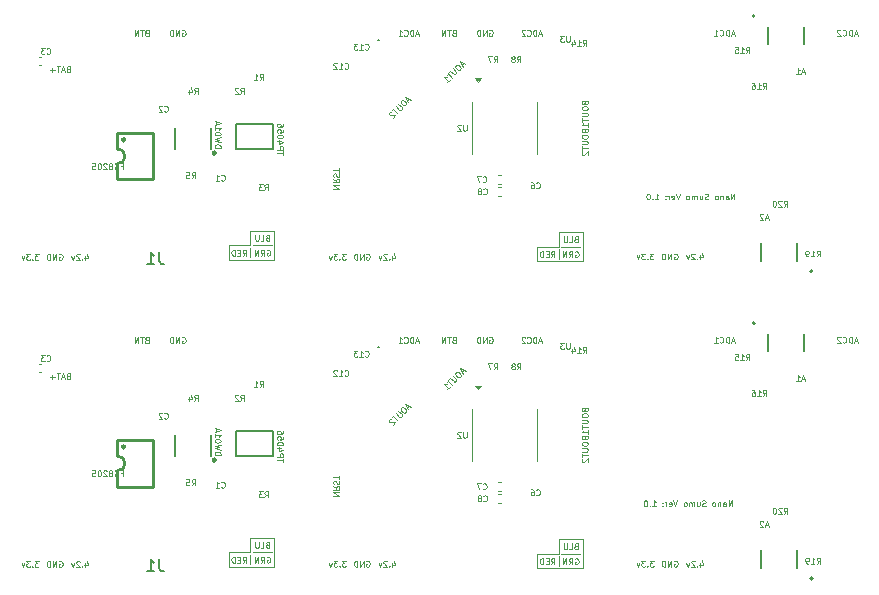
<source format=gbr>
%TF.GenerationSoftware,KiCad,Pcbnew,8.0.5*%
%TF.CreationDate,2024-11-09T23:01:36+01:00*%
%TF.ProjectId,NanoSumo_Mouse_Bites_Gerber_File,4e616e6f-5375-46d6-9f5f-4d6f7573655f,rev?*%
%TF.SameCoordinates,Original*%
%TF.FileFunction,Legend,Bot*%
%TF.FilePolarity,Positive*%
%FSLAX46Y46*%
G04 Gerber Fmt 4.6, Leading zero omitted, Abs format (unit mm)*
G04 Created by KiCad (PCBNEW 8.0.5) date 2024-11-09 23:01:36*
%MOMM*%
%LPD*%
G01*
G04 APERTURE LIST*
%ADD10C,0.100000*%
%ADD11C,0.120000*%
%ADD12C,0.150000*%
%ADD13C,0.127000*%
%ADD14C,0.200000*%
%ADD15C,0.254000*%
%ADD16C,0.229603*%
%ADD17C,0.152400*%
%ADD18C,0.252854*%
G04 APERTURE END LIST*
D10*
X125995526Y-86965125D02*
X125995526Y-88184325D01*
X127824326Y-86965125D02*
X125995526Y-86965125D01*
X127824326Y-111746109D02*
X127824326Y-112965309D01*
X153934152Y-113101448D02*
X152105352Y-113101448D01*
X127824326Y-112965309D02*
X125995526Y-112965309D01*
X155963152Y-88320648D02*
X155963152Y-85882248D01*
X153934152Y-114117448D02*
X153934152Y-113304648D01*
X155966152Y-111882248D02*
X153934152Y-111882248D01*
X155963152Y-85882248D02*
X153931152Y-85882248D01*
X129856326Y-111746109D02*
X127824326Y-111746109D01*
X153934152Y-111882248D02*
X153934152Y-113101448D01*
X129856326Y-85745925D02*
X127824326Y-85745925D01*
X127824326Y-113981309D02*
X127824326Y-113168509D01*
X125995526Y-112965309D02*
X125995526Y-114184509D01*
X129856326Y-114184509D02*
X129856326Y-111746109D01*
X129856326Y-88184325D02*
X129856326Y-85745925D01*
X154134352Y-87101448D02*
X155759952Y-87101448D01*
X152102352Y-88320648D02*
X155963152Y-88320648D01*
X128027526Y-86965125D02*
X129653126Y-86965125D01*
X125995526Y-114184509D02*
X129856326Y-114184509D01*
X153931152Y-88117448D02*
X153931152Y-87304648D01*
X152102352Y-87101448D02*
X152102352Y-88320648D01*
X153931152Y-85882248D02*
X153931152Y-87101448D01*
X153931152Y-87101448D02*
X152102352Y-87101448D01*
X125995526Y-88184325D02*
X129856326Y-88184325D01*
X128027526Y-112965309D02*
X129653126Y-112965309D01*
X155966152Y-114320648D02*
X155966152Y-111882248D01*
X127824326Y-87981125D02*
X127824326Y-87168325D01*
X152105352Y-113101448D02*
X152105352Y-114320648D01*
X152105352Y-114320648D02*
X155966152Y-114320648D01*
X127824326Y-85745925D02*
X127824326Y-86965125D01*
X154137352Y-113101448D02*
X155762952Y-113101448D01*
D11*
X127180554Y-87850594D02*
X127347220Y-87612499D01*
X127466268Y-87850594D02*
X127466268Y-87350594D01*
X127466268Y-87350594D02*
X127275792Y-87350594D01*
X127275792Y-87350594D02*
X127228173Y-87374404D01*
X127228173Y-87374404D02*
X127204363Y-87398213D01*
X127204363Y-87398213D02*
X127180554Y-87445832D01*
X127180554Y-87445832D02*
X127180554Y-87517261D01*
X127180554Y-87517261D02*
X127204363Y-87564880D01*
X127204363Y-87564880D02*
X127228173Y-87588689D01*
X127228173Y-87588689D02*
X127275792Y-87612499D01*
X127275792Y-87612499D02*
X127466268Y-87612499D01*
X126966268Y-87588689D02*
X126799601Y-87588689D01*
X126728173Y-87850594D02*
X126966268Y-87850594D01*
X126966268Y-87850594D02*
X126966268Y-87350594D01*
X126966268Y-87350594D02*
X126728173Y-87350594D01*
X126513887Y-87850594D02*
X126513887Y-87350594D01*
X126513887Y-87350594D02*
X126394839Y-87350594D01*
X126394839Y-87350594D02*
X126323411Y-87374404D01*
X126323411Y-87374404D02*
X126275792Y-87422023D01*
X126275792Y-87422023D02*
X126251982Y-87469642D01*
X126251982Y-87469642D02*
X126228173Y-87564880D01*
X126228173Y-87564880D02*
X126228173Y-87636308D01*
X126228173Y-87636308D02*
X126251982Y-87731546D01*
X126251982Y-87731546D02*
X126275792Y-87779165D01*
X126275792Y-87779165D02*
X126323411Y-87826785D01*
X126323411Y-87826785D02*
X126394839Y-87850594D01*
X126394839Y-87850594D02*
X126513887Y-87850594D01*
X137649704Y-87713927D02*
X137697323Y-87690117D01*
X137697323Y-87690117D02*
X137768752Y-87690117D01*
X137768752Y-87690117D02*
X137840180Y-87713927D01*
X137840180Y-87713927D02*
X137887799Y-87761546D01*
X137887799Y-87761546D02*
X137911609Y-87809165D01*
X137911609Y-87809165D02*
X137935418Y-87904403D01*
X137935418Y-87904403D02*
X137935418Y-87975831D01*
X137935418Y-87975831D02*
X137911609Y-88071069D01*
X137911609Y-88071069D02*
X137887799Y-88118688D01*
X137887799Y-88118688D02*
X137840180Y-88166308D01*
X137840180Y-88166308D02*
X137768752Y-88190117D01*
X137768752Y-88190117D02*
X137721133Y-88190117D01*
X137721133Y-88190117D02*
X137649704Y-88166308D01*
X137649704Y-88166308D02*
X137625895Y-88142498D01*
X137625895Y-88142498D02*
X137625895Y-87975831D01*
X137625895Y-87975831D02*
X137721133Y-87975831D01*
X137411609Y-88190117D02*
X137411609Y-87690117D01*
X137411609Y-87690117D02*
X137125895Y-88190117D01*
X137125895Y-88190117D02*
X137125895Y-87690117D01*
X136887799Y-88190117D02*
X136887799Y-87690117D01*
X136887799Y-87690117D02*
X136768751Y-87690117D01*
X136768751Y-87690117D02*
X136697323Y-87713927D01*
X136697323Y-87713927D02*
X136649704Y-87761546D01*
X136649704Y-87761546D02*
X136625894Y-87809165D01*
X136625894Y-87809165D02*
X136602085Y-87904403D01*
X136602085Y-87904403D02*
X136602085Y-87975831D01*
X136602085Y-87975831D02*
X136625894Y-88071069D01*
X136625894Y-88071069D02*
X136649704Y-88118688D01*
X136649704Y-88118688D02*
X136697323Y-88166308D01*
X136697323Y-88166308D02*
X136768751Y-88190117D01*
X136768751Y-88190117D02*
X136887799Y-88190117D01*
X122058478Y-68781604D02*
X122106097Y-68757794D01*
X122106097Y-68757794D02*
X122177526Y-68757794D01*
X122177526Y-68757794D02*
X122248954Y-68781604D01*
X122248954Y-68781604D02*
X122296573Y-68829223D01*
X122296573Y-68829223D02*
X122320383Y-68876842D01*
X122320383Y-68876842D02*
X122344192Y-68972080D01*
X122344192Y-68972080D02*
X122344192Y-69043508D01*
X122344192Y-69043508D02*
X122320383Y-69138746D01*
X122320383Y-69138746D02*
X122296573Y-69186365D01*
X122296573Y-69186365D02*
X122248954Y-69233985D01*
X122248954Y-69233985D02*
X122177526Y-69257794D01*
X122177526Y-69257794D02*
X122129907Y-69257794D01*
X122129907Y-69257794D02*
X122058478Y-69233985D01*
X122058478Y-69233985D02*
X122034669Y-69210175D01*
X122034669Y-69210175D02*
X122034669Y-69043508D01*
X122034669Y-69043508D02*
X122129907Y-69043508D01*
X121820383Y-69257794D02*
X121820383Y-68757794D01*
X121820383Y-68757794D02*
X121534669Y-69257794D01*
X121534669Y-69257794D02*
X121534669Y-68757794D01*
X121296573Y-69257794D02*
X121296573Y-68757794D01*
X121296573Y-68757794D02*
X121177525Y-68757794D01*
X121177525Y-68757794D02*
X121106097Y-68781604D01*
X121106097Y-68781604D02*
X121058478Y-68829223D01*
X121058478Y-68829223D02*
X121034668Y-68876842D01*
X121034668Y-68876842D02*
X121010859Y-68972080D01*
X121010859Y-68972080D02*
X121010859Y-69043508D01*
X121010859Y-69043508D02*
X121034668Y-69138746D01*
X121034668Y-69138746D02*
X121058478Y-69186365D01*
X121058478Y-69186365D02*
X121106097Y-69233985D01*
X121106097Y-69233985D02*
X121177525Y-69257794D01*
X121177525Y-69257794D02*
X121296573Y-69257794D01*
X124805256Y-104725251D02*
X125305256Y-104725251D01*
X125305256Y-104725251D02*
X125305256Y-104606203D01*
X125305256Y-104606203D02*
X125281446Y-104534775D01*
X125281446Y-104534775D02*
X125233827Y-104487156D01*
X125233827Y-104487156D02*
X125186208Y-104463346D01*
X125186208Y-104463346D02*
X125090970Y-104439537D01*
X125090970Y-104439537D02*
X125019542Y-104439537D01*
X125019542Y-104439537D02*
X124924304Y-104463346D01*
X124924304Y-104463346D02*
X124876685Y-104487156D01*
X124876685Y-104487156D02*
X124829066Y-104534775D01*
X124829066Y-104534775D02*
X124805256Y-104606203D01*
X124805256Y-104606203D02*
X124805256Y-104725251D01*
X125305256Y-104272870D02*
X124805256Y-104153822D01*
X124805256Y-104153822D02*
X125162399Y-104058584D01*
X125162399Y-104058584D02*
X124805256Y-103963346D01*
X124805256Y-103963346D02*
X125305256Y-103844299D01*
X125305256Y-103558584D02*
X125305256Y-103510965D01*
X125305256Y-103510965D02*
X125281446Y-103463346D01*
X125281446Y-103463346D02*
X125257637Y-103439536D01*
X125257637Y-103439536D02*
X125210018Y-103415727D01*
X125210018Y-103415727D02*
X125114780Y-103391917D01*
X125114780Y-103391917D02*
X124995732Y-103391917D01*
X124995732Y-103391917D02*
X124900494Y-103415727D01*
X124900494Y-103415727D02*
X124852875Y-103439536D01*
X124852875Y-103439536D02*
X124829066Y-103463346D01*
X124829066Y-103463346D02*
X124805256Y-103510965D01*
X124805256Y-103510965D02*
X124805256Y-103558584D01*
X124805256Y-103558584D02*
X124829066Y-103606203D01*
X124829066Y-103606203D02*
X124852875Y-103630012D01*
X124852875Y-103630012D02*
X124900494Y-103653822D01*
X124900494Y-103653822D02*
X124995732Y-103677631D01*
X124995732Y-103677631D02*
X125114780Y-103677631D01*
X125114780Y-103677631D02*
X125210018Y-103653822D01*
X125210018Y-103653822D02*
X125257637Y-103630012D01*
X125257637Y-103630012D02*
X125281446Y-103606203D01*
X125281446Y-103606203D02*
X125305256Y-103558584D01*
X124805256Y-102915727D02*
X124805256Y-103201441D01*
X124805256Y-103058584D02*
X125305256Y-103058584D01*
X125305256Y-103058584D02*
X125233827Y-103106203D01*
X125233827Y-103106203D02*
X125186208Y-103153822D01*
X125186208Y-103153822D02*
X125162399Y-103201441D01*
X124948113Y-102725251D02*
X124948113Y-102487156D01*
X124805256Y-102772870D02*
X125305256Y-102606204D01*
X125305256Y-102606204D02*
X124805256Y-102439537D01*
X130588456Y-79318761D02*
X130588456Y-79033047D01*
X130088456Y-79175904D02*
X130588456Y-79175904D01*
X130088456Y-78866381D02*
X130588456Y-78866381D01*
X130588456Y-78866381D02*
X130588456Y-78675905D01*
X130588456Y-78675905D02*
X130564646Y-78628286D01*
X130564646Y-78628286D02*
X130540837Y-78604476D01*
X130540837Y-78604476D02*
X130493218Y-78580667D01*
X130493218Y-78580667D02*
X130421789Y-78580667D01*
X130421789Y-78580667D02*
X130374170Y-78604476D01*
X130374170Y-78604476D02*
X130350361Y-78628286D01*
X130350361Y-78628286D02*
X130326551Y-78675905D01*
X130326551Y-78675905D02*
X130326551Y-78866381D01*
X130421789Y-78152095D02*
X130088456Y-78152095D01*
X130612266Y-78271143D02*
X130255123Y-78390190D01*
X130255123Y-78390190D02*
X130255123Y-78080667D01*
X130588456Y-77794953D02*
X130588456Y-77747334D01*
X130588456Y-77747334D02*
X130564646Y-77699715D01*
X130564646Y-77699715D02*
X130540837Y-77675905D01*
X130540837Y-77675905D02*
X130493218Y-77652096D01*
X130493218Y-77652096D02*
X130397980Y-77628286D01*
X130397980Y-77628286D02*
X130278932Y-77628286D01*
X130278932Y-77628286D02*
X130183694Y-77652096D01*
X130183694Y-77652096D02*
X130136075Y-77675905D01*
X130136075Y-77675905D02*
X130112266Y-77699715D01*
X130112266Y-77699715D02*
X130088456Y-77747334D01*
X130088456Y-77747334D02*
X130088456Y-77794953D01*
X130088456Y-77794953D02*
X130112266Y-77842572D01*
X130112266Y-77842572D02*
X130136075Y-77866381D01*
X130136075Y-77866381D02*
X130183694Y-77890191D01*
X130183694Y-77890191D02*
X130278932Y-77914000D01*
X130278932Y-77914000D02*
X130397980Y-77914000D01*
X130397980Y-77914000D02*
X130493218Y-77890191D01*
X130493218Y-77890191D02*
X130540837Y-77866381D01*
X130540837Y-77866381D02*
X130564646Y-77842572D01*
X130564646Y-77842572D02*
X130588456Y-77794953D01*
X130588456Y-77175906D02*
X130588456Y-77414001D01*
X130588456Y-77414001D02*
X130350361Y-77437810D01*
X130350361Y-77437810D02*
X130374170Y-77414001D01*
X130374170Y-77414001D02*
X130397980Y-77366382D01*
X130397980Y-77366382D02*
X130397980Y-77247334D01*
X130397980Y-77247334D02*
X130374170Y-77199715D01*
X130374170Y-77199715D02*
X130350361Y-77175906D01*
X130350361Y-77175906D02*
X130302742Y-77152096D01*
X130302742Y-77152096D02*
X130183694Y-77152096D01*
X130183694Y-77152096D02*
X130136075Y-77175906D01*
X130136075Y-77175906D02*
X130112266Y-77199715D01*
X130112266Y-77199715D02*
X130088456Y-77247334D01*
X130088456Y-77247334D02*
X130088456Y-77366382D01*
X130088456Y-77366382D02*
X130112266Y-77414001D01*
X130112266Y-77414001D02*
X130136075Y-77437810D01*
X130588456Y-76723525D02*
X130588456Y-76818763D01*
X130588456Y-76818763D02*
X130564646Y-76866382D01*
X130564646Y-76866382D02*
X130540837Y-76890192D01*
X130540837Y-76890192D02*
X130469408Y-76937811D01*
X130469408Y-76937811D02*
X130374170Y-76961620D01*
X130374170Y-76961620D02*
X130183694Y-76961620D01*
X130183694Y-76961620D02*
X130136075Y-76937811D01*
X130136075Y-76937811D02*
X130112266Y-76914001D01*
X130112266Y-76914001D02*
X130088456Y-76866382D01*
X130088456Y-76866382D02*
X130088456Y-76771144D01*
X130088456Y-76771144D02*
X130112266Y-76723525D01*
X130112266Y-76723525D02*
X130136075Y-76699716D01*
X130136075Y-76699716D02*
X130183694Y-76675906D01*
X130183694Y-76675906D02*
X130302742Y-76675906D01*
X130302742Y-76675906D02*
X130350361Y-76699716D01*
X130350361Y-76699716D02*
X130374170Y-76723525D01*
X130374170Y-76723525D02*
X130397980Y-76771144D01*
X130397980Y-76771144D02*
X130397980Y-76866382D01*
X130397980Y-76866382D02*
X130374170Y-76914001D01*
X130374170Y-76914001D02*
X130350361Y-76937811D01*
X130350361Y-76937811D02*
X130302742Y-76961620D01*
X179223131Y-69081002D02*
X178985036Y-69081002D01*
X179270750Y-69223859D02*
X179104084Y-68723859D01*
X179104084Y-68723859D02*
X178937417Y-69223859D01*
X178770751Y-69223859D02*
X178770751Y-68723859D01*
X178770751Y-68723859D02*
X178651703Y-68723859D01*
X178651703Y-68723859D02*
X178580275Y-68747669D01*
X178580275Y-68747669D02*
X178532656Y-68795288D01*
X178532656Y-68795288D02*
X178508846Y-68842907D01*
X178508846Y-68842907D02*
X178485037Y-68938145D01*
X178485037Y-68938145D02*
X178485037Y-69009573D01*
X178485037Y-69009573D02*
X178508846Y-69104811D01*
X178508846Y-69104811D02*
X178532656Y-69152430D01*
X178532656Y-69152430D02*
X178580275Y-69200050D01*
X178580275Y-69200050D02*
X178651703Y-69223859D01*
X178651703Y-69223859D02*
X178770751Y-69223859D01*
X177985037Y-69176240D02*
X178008846Y-69200050D01*
X178008846Y-69200050D02*
X178080275Y-69223859D01*
X178080275Y-69223859D02*
X178127894Y-69223859D01*
X178127894Y-69223859D02*
X178199322Y-69200050D01*
X178199322Y-69200050D02*
X178246941Y-69152430D01*
X178246941Y-69152430D02*
X178270751Y-69104811D01*
X178270751Y-69104811D02*
X178294560Y-69009573D01*
X178294560Y-69009573D02*
X178294560Y-68938145D01*
X178294560Y-68938145D02*
X178270751Y-68842907D01*
X178270751Y-68842907D02*
X178246941Y-68795288D01*
X178246941Y-68795288D02*
X178199322Y-68747669D01*
X178199322Y-68747669D02*
X178127894Y-68723859D01*
X178127894Y-68723859D02*
X178080275Y-68723859D01*
X178080275Y-68723859D02*
X178008846Y-68747669D01*
X178008846Y-68747669D02*
X177985037Y-68771478D01*
X177794560Y-68771478D02*
X177770751Y-68747669D01*
X177770751Y-68747669D02*
X177723132Y-68723859D01*
X177723132Y-68723859D02*
X177604084Y-68723859D01*
X177604084Y-68723859D02*
X177556465Y-68747669D01*
X177556465Y-68747669D02*
X177532656Y-68771478D01*
X177532656Y-68771478D02*
X177508846Y-68819097D01*
X177508846Y-68819097D02*
X177508846Y-68866716D01*
X177508846Y-68866716D02*
X177532656Y-68938145D01*
X177532656Y-68938145D02*
X177818370Y-69223859D01*
X177818370Y-69223859D02*
X177508846Y-69223859D01*
X113849505Y-87872861D02*
X113849505Y-88206194D01*
X113968553Y-87682385D02*
X114087600Y-88039527D01*
X114087600Y-88039527D02*
X113778077Y-88039527D01*
X113587601Y-88158575D02*
X113563791Y-88182385D01*
X113563791Y-88182385D02*
X113587601Y-88206194D01*
X113587601Y-88206194D02*
X113611410Y-88182385D01*
X113611410Y-88182385D02*
X113587601Y-88158575D01*
X113587601Y-88158575D02*
X113587601Y-88206194D01*
X113373315Y-87753813D02*
X113349506Y-87730004D01*
X113349506Y-87730004D02*
X113301887Y-87706194D01*
X113301887Y-87706194D02*
X113182839Y-87706194D01*
X113182839Y-87706194D02*
X113135220Y-87730004D01*
X113135220Y-87730004D02*
X113111411Y-87753813D01*
X113111411Y-87753813D02*
X113087601Y-87801432D01*
X113087601Y-87801432D02*
X113087601Y-87849051D01*
X113087601Y-87849051D02*
X113111411Y-87920480D01*
X113111411Y-87920480D02*
X113397125Y-88206194D01*
X113397125Y-88206194D02*
X113087601Y-88206194D01*
X112920935Y-87872861D02*
X112801887Y-88206194D01*
X112801887Y-88206194D02*
X112682840Y-87872861D01*
X165915169Y-87838926D02*
X165915169Y-88172259D01*
X166034217Y-87648450D02*
X166153264Y-88005592D01*
X166153264Y-88005592D02*
X165843741Y-88005592D01*
X165653265Y-88124640D02*
X165629455Y-88148450D01*
X165629455Y-88148450D02*
X165653265Y-88172259D01*
X165653265Y-88172259D02*
X165677074Y-88148450D01*
X165677074Y-88148450D02*
X165653265Y-88124640D01*
X165653265Y-88124640D02*
X165653265Y-88172259D01*
X165438979Y-87719878D02*
X165415170Y-87696069D01*
X165415170Y-87696069D02*
X165367551Y-87672259D01*
X165367551Y-87672259D02*
X165248503Y-87672259D01*
X165248503Y-87672259D02*
X165200884Y-87696069D01*
X165200884Y-87696069D02*
X165177075Y-87719878D01*
X165177075Y-87719878D02*
X165153265Y-87767497D01*
X165153265Y-87767497D02*
X165153265Y-87815116D01*
X165153265Y-87815116D02*
X165177075Y-87886545D01*
X165177075Y-87886545D02*
X165462789Y-88172259D01*
X165462789Y-88172259D02*
X165153265Y-88172259D01*
X164986599Y-87838926D02*
X164867551Y-88172259D01*
X164867551Y-88172259D02*
X164748504Y-87838926D01*
X129221278Y-113374588D02*
X129268897Y-113350778D01*
X129268897Y-113350778D02*
X129340326Y-113350778D01*
X129340326Y-113350778D02*
X129411754Y-113374588D01*
X129411754Y-113374588D02*
X129459373Y-113422207D01*
X129459373Y-113422207D02*
X129483183Y-113469826D01*
X129483183Y-113469826D02*
X129506992Y-113565064D01*
X129506992Y-113565064D02*
X129506992Y-113636492D01*
X129506992Y-113636492D02*
X129483183Y-113731730D01*
X129483183Y-113731730D02*
X129459373Y-113779349D01*
X129459373Y-113779349D02*
X129411754Y-113826969D01*
X129411754Y-113826969D02*
X129340326Y-113850778D01*
X129340326Y-113850778D02*
X129292707Y-113850778D01*
X129292707Y-113850778D02*
X129221278Y-113826969D01*
X129221278Y-113826969D02*
X129197469Y-113803159D01*
X129197469Y-113803159D02*
X129197469Y-113636492D01*
X129197469Y-113636492D02*
X129292707Y-113636492D01*
X128697469Y-113850778D02*
X128864135Y-113612683D01*
X128983183Y-113850778D02*
X128983183Y-113350778D01*
X128983183Y-113350778D02*
X128792707Y-113350778D01*
X128792707Y-113350778D02*
X128745088Y-113374588D01*
X128745088Y-113374588D02*
X128721278Y-113398397D01*
X128721278Y-113398397D02*
X128697469Y-113446016D01*
X128697469Y-113446016D02*
X128697469Y-113517445D01*
X128697469Y-113517445D02*
X128721278Y-113565064D01*
X128721278Y-113565064D02*
X128745088Y-113588873D01*
X128745088Y-113588873D02*
X128792707Y-113612683D01*
X128792707Y-113612683D02*
X128983183Y-113612683D01*
X128483183Y-113850778D02*
X128483183Y-113350778D01*
X128483183Y-113350778D02*
X128197469Y-113850778D01*
X128197469Y-113850778D02*
X128197469Y-113350778D01*
X119046192Y-68995889D02*
X118974764Y-69019699D01*
X118974764Y-69019699D02*
X118950954Y-69043508D01*
X118950954Y-69043508D02*
X118927145Y-69091127D01*
X118927145Y-69091127D02*
X118927145Y-69162556D01*
X118927145Y-69162556D02*
X118950954Y-69210175D01*
X118950954Y-69210175D02*
X118974764Y-69233985D01*
X118974764Y-69233985D02*
X119022383Y-69257794D01*
X119022383Y-69257794D02*
X119212859Y-69257794D01*
X119212859Y-69257794D02*
X119212859Y-68757794D01*
X119212859Y-68757794D02*
X119046192Y-68757794D01*
X119046192Y-68757794D02*
X118998573Y-68781604D01*
X118998573Y-68781604D02*
X118974764Y-68805413D01*
X118974764Y-68805413D02*
X118950954Y-68853032D01*
X118950954Y-68853032D02*
X118950954Y-68900651D01*
X118950954Y-68900651D02*
X118974764Y-68948270D01*
X118974764Y-68948270D02*
X118998573Y-68972080D01*
X118998573Y-68972080D02*
X119046192Y-68995889D01*
X119046192Y-68995889D02*
X119212859Y-68995889D01*
X118784287Y-68757794D02*
X118498573Y-68757794D01*
X118641430Y-69257794D02*
X118641430Y-68757794D01*
X118331907Y-69257794D02*
X118331907Y-68757794D01*
X118331907Y-68757794D02*
X118046193Y-69257794D01*
X118046193Y-69257794D02*
X118046193Y-68757794D01*
X122058478Y-94781788D02*
X122106097Y-94757978D01*
X122106097Y-94757978D02*
X122177526Y-94757978D01*
X122177526Y-94757978D02*
X122248954Y-94781788D01*
X122248954Y-94781788D02*
X122296573Y-94829407D01*
X122296573Y-94829407D02*
X122320383Y-94877026D01*
X122320383Y-94877026D02*
X122344192Y-94972264D01*
X122344192Y-94972264D02*
X122344192Y-95043692D01*
X122344192Y-95043692D02*
X122320383Y-95138930D01*
X122320383Y-95138930D02*
X122296573Y-95186549D01*
X122296573Y-95186549D02*
X122248954Y-95234169D01*
X122248954Y-95234169D02*
X122177526Y-95257978D01*
X122177526Y-95257978D02*
X122129907Y-95257978D01*
X122129907Y-95257978D02*
X122058478Y-95234169D01*
X122058478Y-95234169D02*
X122034669Y-95210359D01*
X122034669Y-95210359D02*
X122034669Y-95043692D01*
X122034669Y-95043692D02*
X122129907Y-95043692D01*
X121820383Y-95257978D02*
X121820383Y-94757978D01*
X121820383Y-94757978D02*
X121534669Y-95257978D01*
X121534669Y-95257978D02*
X121534669Y-94757978D01*
X121296573Y-95257978D02*
X121296573Y-94757978D01*
X121296573Y-94757978D02*
X121177525Y-94757978D01*
X121177525Y-94757978D02*
X121106097Y-94781788D01*
X121106097Y-94781788D02*
X121058478Y-94829407D01*
X121058478Y-94829407D02*
X121034668Y-94877026D01*
X121034668Y-94877026D02*
X121010859Y-94972264D01*
X121010859Y-94972264D02*
X121010859Y-95043692D01*
X121010859Y-95043692D02*
X121034668Y-95138930D01*
X121034668Y-95138930D02*
X121058478Y-95186549D01*
X121058478Y-95186549D02*
X121106097Y-95234169D01*
X121106097Y-95234169D02*
X121177525Y-95257978D01*
X121177525Y-95257978D02*
X121296573Y-95257978D01*
X145051418Y-68979812D02*
X144979990Y-69003622D01*
X144979990Y-69003622D02*
X144956180Y-69027431D01*
X144956180Y-69027431D02*
X144932371Y-69075050D01*
X144932371Y-69075050D02*
X144932371Y-69146479D01*
X144932371Y-69146479D02*
X144956180Y-69194098D01*
X144956180Y-69194098D02*
X144979990Y-69217908D01*
X144979990Y-69217908D02*
X145027609Y-69241717D01*
X145027609Y-69241717D02*
X145218085Y-69241717D01*
X145218085Y-69241717D02*
X145218085Y-68741717D01*
X145218085Y-68741717D02*
X145051418Y-68741717D01*
X145051418Y-68741717D02*
X145003799Y-68765527D01*
X145003799Y-68765527D02*
X144979990Y-68789336D01*
X144979990Y-68789336D02*
X144956180Y-68836955D01*
X144956180Y-68836955D02*
X144956180Y-68884574D01*
X144956180Y-68884574D02*
X144979990Y-68932193D01*
X144979990Y-68932193D02*
X145003799Y-68956003D01*
X145003799Y-68956003D02*
X145051418Y-68979812D01*
X145051418Y-68979812D02*
X145218085Y-68979812D01*
X144789513Y-68741717D02*
X144503799Y-68741717D01*
X144646656Y-69241717D02*
X144646656Y-68741717D01*
X144337133Y-69241717D02*
X144337133Y-68741717D01*
X144337133Y-68741717D02*
X144051419Y-69241717D01*
X144051419Y-69241717D02*
X144051419Y-68741717D01*
X137652704Y-113713927D02*
X137700323Y-113690117D01*
X137700323Y-113690117D02*
X137771752Y-113690117D01*
X137771752Y-113690117D02*
X137843180Y-113713927D01*
X137843180Y-113713927D02*
X137890799Y-113761546D01*
X137890799Y-113761546D02*
X137914609Y-113809165D01*
X137914609Y-113809165D02*
X137938418Y-113904403D01*
X137938418Y-113904403D02*
X137938418Y-113975831D01*
X137938418Y-113975831D02*
X137914609Y-114071069D01*
X137914609Y-114071069D02*
X137890799Y-114118688D01*
X137890799Y-114118688D02*
X137843180Y-114166308D01*
X137843180Y-114166308D02*
X137771752Y-114190117D01*
X137771752Y-114190117D02*
X137724133Y-114190117D01*
X137724133Y-114190117D02*
X137652704Y-114166308D01*
X137652704Y-114166308D02*
X137628895Y-114142498D01*
X137628895Y-114142498D02*
X137628895Y-113975831D01*
X137628895Y-113975831D02*
X137724133Y-113975831D01*
X137414609Y-114190117D02*
X137414609Y-113690117D01*
X137414609Y-113690117D02*
X137128895Y-114190117D01*
X137128895Y-114190117D02*
X137128895Y-113690117D01*
X136890799Y-114190117D02*
X136890799Y-113690117D01*
X136890799Y-113690117D02*
X136771751Y-113690117D01*
X136771751Y-113690117D02*
X136700323Y-113713927D01*
X136700323Y-113713927D02*
X136652704Y-113761546D01*
X136652704Y-113761546D02*
X136628894Y-113809165D01*
X136628894Y-113809165D02*
X136605085Y-113904403D01*
X136605085Y-113904403D02*
X136605085Y-113975831D01*
X136605085Y-113975831D02*
X136628894Y-114071069D01*
X136628894Y-114071069D02*
X136652704Y-114118688D01*
X136652704Y-114118688D02*
X136700323Y-114166308D01*
X136700323Y-114166308D02*
X136771751Y-114190117D01*
X136771751Y-114190117D02*
X136890799Y-114190117D01*
X139857731Y-113856784D02*
X139857731Y-114190117D01*
X139976779Y-113666308D02*
X140095826Y-114023450D01*
X140095826Y-114023450D02*
X139786303Y-114023450D01*
X139595827Y-114142498D02*
X139572017Y-114166308D01*
X139572017Y-114166308D02*
X139595827Y-114190117D01*
X139595827Y-114190117D02*
X139619636Y-114166308D01*
X139619636Y-114166308D02*
X139595827Y-114142498D01*
X139595827Y-114142498D02*
X139595827Y-114190117D01*
X139381541Y-113737736D02*
X139357732Y-113713927D01*
X139357732Y-113713927D02*
X139310113Y-113690117D01*
X139310113Y-113690117D02*
X139191065Y-113690117D01*
X139191065Y-113690117D02*
X139143446Y-113713927D01*
X139143446Y-113713927D02*
X139119637Y-113737736D01*
X139119637Y-113737736D02*
X139095827Y-113785355D01*
X139095827Y-113785355D02*
X139095827Y-113832974D01*
X139095827Y-113832974D02*
X139119637Y-113904403D01*
X139119637Y-113904403D02*
X139405351Y-114190117D01*
X139405351Y-114190117D02*
X139095827Y-114190117D01*
X138929161Y-113856784D02*
X138810113Y-114190117D01*
X138810113Y-114190117D02*
X138691066Y-113856784D01*
X129221278Y-87374404D02*
X129268897Y-87350594D01*
X129268897Y-87350594D02*
X129340326Y-87350594D01*
X129340326Y-87350594D02*
X129411754Y-87374404D01*
X129411754Y-87374404D02*
X129459373Y-87422023D01*
X129459373Y-87422023D02*
X129483183Y-87469642D01*
X129483183Y-87469642D02*
X129506992Y-87564880D01*
X129506992Y-87564880D02*
X129506992Y-87636308D01*
X129506992Y-87636308D02*
X129483183Y-87731546D01*
X129483183Y-87731546D02*
X129459373Y-87779165D01*
X129459373Y-87779165D02*
X129411754Y-87826785D01*
X129411754Y-87826785D02*
X129340326Y-87850594D01*
X129340326Y-87850594D02*
X129292707Y-87850594D01*
X129292707Y-87850594D02*
X129221278Y-87826785D01*
X129221278Y-87826785D02*
X129197469Y-87802975D01*
X129197469Y-87802975D02*
X129197469Y-87636308D01*
X129197469Y-87636308D02*
X129292707Y-87636308D01*
X128697469Y-87850594D02*
X128864135Y-87612499D01*
X128983183Y-87850594D02*
X128983183Y-87350594D01*
X128983183Y-87350594D02*
X128792707Y-87350594D01*
X128792707Y-87350594D02*
X128745088Y-87374404D01*
X128745088Y-87374404D02*
X128721278Y-87398213D01*
X128721278Y-87398213D02*
X128697469Y-87445832D01*
X128697469Y-87445832D02*
X128697469Y-87517261D01*
X128697469Y-87517261D02*
X128721278Y-87564880D01*
X128721278Y-87564880D02*
X128745088Y-87588689D01*
X128745088Y-87588689D02*
X128792707Y-87612499D01*
X128792707Y-87612499D02*
X128983183Y-87612499D01*
X128483183Y-87850594D02*
X128483183Y-87350594D01*
X128483183Y-87350594D02*
X128197469Y-87850594D01*
X128197469Y-87850594D02*
X128197469Y-87350594D01*
X109895010Y-113706378D02*
X109585486Y-113706378D01*
X109585486Y-113706378D02*
X109752153Y-113896854D01*
X109752153Y-113896854D02*
X109680724Y-113896854D01*
X109680724Y-113896854D02*
X109633105Y-113920664D01*
X109633105Y-113920664D02*
X109609296Y-113944473D01*
X109609296Y-113944473D02*
X109585486Y-113992092D01*
X109585486Y-113992092D02*
X109585486Y-114111140D01*
X109585486Y-114111140D02*
X109609296Y-114158759D01*
X109609296Y-114158759D02*
X109633105Y-114182569D01*
X109633105Y-114182569D02*
X109680724Y-114206378D01*
X109680724Y-114206378D02*
X109823581Y-114206378D01*
X109823581Y-114206378D02*
X109871200Y-114182569D01*
X109871200Y-114182569D02*
X109895010Y-114158759D01*
X109371201Y-114158759D02*
X109347391Y-114182569D01*
X109347391Y-114182569D02*
X109371201Y-114206378D01*
X109371201Y-114206378D02*
X109395010Y-114182569D01*
X109395010Y-114182569D02*
X109371201Y-114158759D01*
X109371201Y-114158759D02*
X109371201Y-114206378D01*
X109180725Y-113706378D02*
X108871201Y-113706378D01*
X108871201Y-113706378D02*
X109037868Y-113896854D01*
X109037868Y-113896854D02*
X108966439Y-113896854D01*
X108966439Y-113896854D02*
X108918820Y-113920664D01*
X108918820Y-113920664D02*
X108895011Y-113944473D01*
X108895011Y-113944473D02*
X108871201Y-113992092D01*
X108871201Y-113992092D02*
X108871201Y-114111140D01*
X108871201Y-114111140D02*
X108895011Y-114158759D01*
X108895011Y-114158759D02*
X108918820Y-114182569D01*
X108918820Y-114182569D02*
X108966439Y-114206378D01*
X108966439Y-114206378D02*
X109109296Y-114206378D01*
X109109296Y-114206378D02*
X109156915Y-114182569D01*
X109156915Y-114182569D02*
X109180725Y-114158759D01*
X108704535Y-113873045D02*
X108585487Y-114206378D01*
X108585487Y-114206378D02*
X108466440Y-113873045D01*
X168604951Y-109075201D02*
X168604951Y-108575201D01*
X168604951Y-108575201D02*
X168319237Y-109075201D01*
X168319237Y-109075201D02*
X168319237Y-108575201D01*
X167866855Y-109075201D02*
X167866855Y-108813296D01*
X167866855Y-108813296D02*
X167890665Y-108765677D01*
X167890665Y-108765677D02*
X167938284Y-108741868D01*
X167938284Y-108741868D02*
X168033522Y-108741868D01*
X168033522Y-108741868D02*
X168081141Y-108765677D01*
X167866855Y-109051392D02*
X167914474Y-109075201D01*
X167914474Y-109075201D02*
X168033522Y-109075201D01*
X168033522Y-109075201D02*
X168081141Y-109051392D01*
X168081141Y-109051392D02*
X168104950Y-109003772D01*
X168104950Y-109003772D02*
X168104950Y-108956153D01*
X168104950Y-108956153D02*
X168081141Y-108908534D01*
X168081141Y-108908534D02*
X168033522Y-108884725D01*
X168033522Y-108884725D02*
X167914474Y-108884725D01*
X167914474Y-108884725D02*
X167866855Y-108860915D01*
X167628760Y-108741868D02*
X167628760Y-109075201D01*
X167628760Y-108789487D02*
X167604950Y-108765677D01*
X167604950Y-108765677D02*
X167557331Y-108741868D01*
X167557331Y-108741868D02*
X167485903Y-108741868D01*
X167485903Y-108741868D02*
X167438284Y-108765677D01*
X167438284Y-108765677D02*
X167414474Y-108813296D01*
X167414474Y-108813296D02*
X167414474Y-109075201D01*
X167104950Y-109075201D02*
X167152569Y-109051392D01*
X167152569Y-109051392D02*
X167176379Y-109027582D01*
X167176379Y-109027582D02*
X167200188Y-108979963D01*
X167200188Y-108979963D02*
X167200188Y-108837106D01*
X167200188Y-108837106D02*
X167176379Y-108789487D01*
X167176379Y-108789487D02*
X167152569Y-108765677D01*
X167152569Y-108765677D02*
X167104950Y-108741868D01*
X167104950Y-108741868D02*
X167033522Y-108741868D01*
X167033522Y-108741868D02*
X166985903Y-108765677D01*
X166985903Y-108765677D02*
X166962093Y-108789487D01*
X166962093Y-108789487D02*
X166938284Y-108837106D01*
X166938284Y-108837106D02*
X166938284Y-108979963D01*
X166938284Y-108979963D02*
X166962093Y-109027582D01*
X166962093Y-109027582D02*
X166985903Y-109051392D01*
X166985903Y-109051392D02*
X167033522Y-109075201D01*
X167033522Y-109075201D02*
X167104950Y-109075201D01*
X166366855Y-109051392D02*
X166295427Y-109075201D01*
X166295427Y-109075201D02*
X166176379Y-109075201D01*
X166176379Y-109075201D02*
X166128760Y-109051392D01*
X166128760Y-109051392D02*
X166104951Y-109027582D01*
X166104951Y-109027582D02*
X166081141Y-108979963D01*
X166081141Y-108979963D02*
X166081141Y-108932344D01*
X166081141Y-108932344D02*
X166104951Y-108884725D01*
X166104951Y-108884725D02*
X166128760Y-108860915D01*
X166128760Y-108860915D02*
X166176379Y-108837106D01*
X166176379Y-108837106D02*
X166271617Y-108813296D01*
X166271617Y-108813296D02*
X166319236Y-108789487D01*
X166319236Y-108789487D02*
X166343046Y-108765677D01*
X166343046Y-108765677D02*
X166366855Y-108718058D01*
X166366855Y-108718058D02*
X166366855Y-108670439D01*
X166366855Y-108670439D02*
X166343046Y-108622820D01*
X166343046Y-108622820D02*
X166319236Y-108599011D01*
X166319236Y-108599011D02*
X166271617Y-108575201D01*
X166271617Y-108575201D02*
X166152570Y-108575201D01*
X166152570Y-108575201D02*
X166081141Y-108599011D01*
X165652570Y-108741868D02*
X165652570Y-109075201D01*
X165866856Y-108741868D02*
X165866856Y-109003772D01*
X165866856Y-109003772D02*
X165843046Y-109051392D01*
X165843046Y-109051392D02*
X165795427Y-109075201D01*
X165795427Y-109075201D02*
X165723999Y-109075201D01*
X165723999Y-109075201D02*
X165676380Y-109051392D01*
X165676380Y-109051392D02*
X165652570Y-109027582D01*
X165414475Y-109075201D02*
X165414475Y-108741868D01*
X165414475Y-108789487D02*
X165390665Y-108765677D01*
X165390665Y-108765677D02*
X165343046Y-108741868D01*
X165343046Y-108741868D02*
X165271618Y-108741868D01*
X165271618Y-108741868D02*
X165223999Y-108765677D01*
X165223999Y-108765677D02*
X165200189Y-108813296D01*
X165200189Y-108813296D02*
X165200189Y-109075201D01*
X165200189Y-108813296D02*
X165176380Y-108765677D01*
X165176380Y-108765677D02*
X165128761Y-108741868D01*
X165128761Y-108741868D02*
X165057332Y-108741868D01*
X165057332Y-108741868D02*
X165009713Y-108765677D01*
X165009713Y-108765677D02*
X164985903Y-108813296D01*
X164985903Y-108813296D02*
X164985903Y-109075201D01*
X164676379Y-109075201D02*
X164723998Y-109051392D01*
X164723998Y-109051392D02*
X164747808Y-109027582D01*
X164747808Y-109027582D02*
X164771617Y-108979963D01*
X164771617Y-108979963D02*
X164771617Y-108837106D01*
X164771617Y-108837106D02*
X164747808Y-108789487D01*
X164747808Y-108789487D02*
X164723998Y-108765677D01*
X164723998Y-108765677D02*
X164676379Y-108741868D01*
X164676379Y-108741868D02*
X164604951Y-108741868D01*
X164604951Y-108741868D02*
X164557332Y-108765677D01*
X164557332Y-108765677D02*
X164533522Y-108789487D01*
X164533522Y-108789487D02*
X164509713Y-108837106D01*
X164509713Y-108837106D02*
X164509713Y-108979963D01*
X164509713Y-108979963D02*
X164533522Y-109027582D01*
X164533522Y-109027582D02*
X164557332Y-109051392D01*
X164557332Y-109051392D02*
X164604951Y-109075201D01*
X164604951Y-109075201D02*
X164676379Y-109075201D01*
X163985903Y-108575201D02*
X163819237Y-109075201D01*
X163819237Y-109075201D02*
X163652570Y-108575201D01*
X163295428Y-109051392D02*
X163343047Y-109075201D01*
X163343047Y-109075201D02*
X163438285Y-109075201D01*
X163438285Y-109075201D02*
X163485904Y-109051392D01*
X163485904Y-109051392D02*
X163509713Y-109003772D01*
X163509713Y-109003772D02*
X163509713Y-108813296D01*
X163509713Y-108813296D02*
X163485904Y-108765677D01*
X163485904Y-108765677D02*
X163438285Y-108741868D01*
X163438285Y-108741868D02*
X163343047Y-108741868D01*
X163343047Y-108741868D02*
X163295428Y-108765677D01*
X163295428Y-108765677D02*
X163271618Y-108813296D01*
X163271618Y-108813296D02*
X163271618Y-108860915D01*
X163271618Y-108860915D02*
X163509713Y-108908534D01*
X163057333Y-109075201D02*
X163057333Y-108741868D01*
X163057333Y-108837106D02*
X163033523Y-108789487D01*
X163033523Y-108789487D02*
X163009714Y-108765677D01*
X163009714Y-108765677D02*
X162962095Y-108741868D01*
X162962095Y-108741868D02*
X162914476Y-108741868D01*
X162747809Y-109027582D02*
X162723999Y-109051392D01*
X162723999Y-109051392D02*
X162747809Y-109075201D01*
X162747809Y-109075201D02*
X162771618Y-109051392D01*
X162771618Y-109051392D02*
X162747809Y-109027582D01*
X162747809Y-109027582D02*
X162747809Y-109075201D01*
X162747809Y-108765677D02*
X162723999Y-108789487D01*
X162723999Y-108789487D02*
X162747809Y-108813296D01*
X162747809Y-108813296D02*
X162771618Y-108789487D01*
X162771618Y-108789487D02*
X162747809Y-108765677D01*
X162747809Y-108765677D02*
X162747809Y-108813296D01*
X161866857Y-109075201D02*
X162152571Y-109075201D01*
X162009714Y-109075201D02*
X162009714Y-108575201D01*
X162009714Y-108575201D02*
X162057333Y-108646630D01*
X162057333Y-108646630D02*
X162104952Y-108694249D01*
X162104952Y-108694249D02*
X162152571Y-108718058D01*
X161652572Y-109027582D02*
X161628762Y-109051392D01*
X161628762Y-109051392D02*
X161652572Y-109075201D01*
X161652572Y-109075201D02*
X161676381Y-109051392D01*
X161676381Y-109051392D02*
X161652572Y-109027582D01*
X161652572Y-109027582D02*
X161652572Y-109075201D01*
X161319239Y-108575201D02*
X161271620Y-108575201D01*
X161271620Y-108575201D02*
X161224001Y-108599011D01*
X161224001Y-108599011D02*
X161200191Y-108622820D01*
X161200191Y-108622820D02*
X161176382Y-108670439D01*
X161176382Y-108670439D02*
X161152572Y-108765677D01*
X161152572Y-108765677D02*
X161152572Y-108884725D01*
X161152572Y-108884725D02*
X161176382Y-108979963D01*
X161176382Y-108979963D02*
X161200191Y-109027582D01*
X161200191Y-109027582D02*
X161224001Y-109051392D01*
X161224001Y-109051392D02*
X161271620Y-109075201D01*
X161271620Y-109075201D02*
X161319239Y-109075201D01*
X161319239Y-109075201D02*
X161366858Y-109051392D01*
X161366858Y-109051392D02*
X161390667Y-109027582D01*
X161390667Y-109027582D02*
X161414477Y-108979963D01*
X161414477Y-108979963D02*
X161438286Y-108884725D01*
X161438286Y-108884725D02*
X161438286Y-108765677D01*
X161438286Y-108765677D02*
X161414477Y-108670439D01*
X161414477Y-108670439D02*
X161390667Y-108622820D01*
X161390667Y-108622820D02*
X161366858Y-108599011D01*
X161366858Y-108599011D02*
X161319239Y-108575201D01*
X155378723Y-112455012D02*
X155307295Y-112478822D01*
X155307295Y-112478822D02*
X155283485Y-112502631D01*
X155283485Y-112502631D02*
X155259676Y-112550250D01*
X155259676Y-112550250D02*
X155259676Y-112621679D01*
X155259676Y-112621679D02*
X155283485Y-112669298D01*
X155283485Y-112669298D02*
X155307295Y-112693108D01*
X155307295Y-112693108D02*
X155354914Y-112716917D01*
X155354914Y-112716917D02*
X155545390Y-112716917D01*
X155545390Y-112716917D02*
X155545390Y-112216917D01*
X155545390Y-112216917D02*
X155378723Y-112216917D01*
X155378723Y-112216917D02*
X155331104Y-112240727D01*
X155331104Y-112240727D02*
X155307295Y-112264536D01*
X155307295Y-112264536D02*
X155283485Y-112312155D01*
X155283485Y-112312155D02*
X155283485Y-112359774D01*
X155283485Y-112359774D02*
X155307295Y-112407393D01*
X155307295Y-112407393D02*
X155331104Y-112431203D01*
X155331104Y-112431203D02*
X155378723Y-112455012D01*
X155378723Y-112455012D02*
X155545390Y-112455012D01*
X154807295Y-112716917D02*
X155045390Y-112716917D01*
X155045390Y-112716917D02*
X155045390Y-112216917D01*
X154640628Y-112216917D02*
X154640628Y-112621679D01*
X154640628Y-112621679D02*
X154616818Y-112669298D01*
X154616818Y-112669298D02*
X154593009Y-112693108D01*
X154593009Y-112693108D02*
X154545390Y-112716917D01*
X154545390Y-112716917D02*
X154450152Y-112716917D01*
X154450152Y-112716917D02*
X154402533Y-112693108D01*
X154402533Y-112693108D02*
X154378723Y-112669298D01*
X154378723Y-112669298D02*
X154354914Y-112621679D01*
X154354914Y-112621679D02*
X154354914Y-112216917D01*
X113849505Y-113873045D02*
X113849505Y-114206378D01*
X113968553Y-113682569D02*
X114087600Y-114039711D01*
X114087600Y-114039711D02*
X113778077Y-114039711D01*
X113587601Y-114158759D02*
X113563791Y-114182569D01*
X113563791Y-114182569D02*
X113587601Y-114206378D01*
X113587601Y-114206378D02*
X113611410Y-114182569D01*
X113611410Y-114182569D02*
X113587601Y-114158759D01*
X113587601Y-114158759D02*
X113587601Y-114206378D01*
X113373315Y-113753997D02*
X113349506Y-113730188D01*
X113349506Y-113730188D02*
X113301887Y-113706378D01*
X113301887Y-113706378D02*
X113182839Y-113706378D01*
X113182839Y-113706378D02*
X113135220Y-113730188D01*
X113135220Y-113730188D02*
X113111411Y-113753997D01*
X113111411Y-113753997D02*
X113087601Y-113801616D01*
X113087601Y-113801616D02*
X113087601Y-113849235D01*
X113087601Y-113849235D02*
X113111411Y-113920664D01*
X113111411Y-113920664D02*
X113397125Y-114206378D01*
X113397125Y-114206378D02*
X113087601Y-114206378D01*
X112920935Y-113873045D02*
X112801887Y-114206378D01*
X112801887Y-114206378D02*
X112682840Y-113873045D01*
X127180554Y-113850778D02*
X127347220Y-113612683D01*
X127466268Y-113850778D02*
X127466268Y-113350778D01*
X127466268Y-113350778D02*
X127275792Y-113350778D01*
X127275792Y-113350778D02*
X127228173Y-113374588D01*
X127228173Y-113374588D02*
X127204363Y-113398397D01*
X127204363Y-113398397D02*
X127180554Y-113446016D01*
X127180554Y-113446016D02*
X127180554Y-113517445D01*
X127180554Y-113517445D02*
X127204363Y-113565064D01*
X127204363Y-113565064D02*
X127228173Y-113588873D01*
X127228173Y-113588873D02*
X127275792Y-113612683D01*
X127275792Y-113612683D02*
X127466268Y-113612683D01*
X126966268Y-113588873D02*
X126799601Y-113588873D01*
X126728173Y-113850778D02*
X126966268Y-113850778D01*
X126966268Y-113850778D02*
X126966268Y-113350778D01*
X126966268Y-113350778D02*
X126728173Y-113350778D01*
X126513887Y-113850778D02*
X126513887Y-113350778D01*
X126513887Y-113350778D02*
X126394839Y-113350778D01*
X126394839Y-113350778D02*
X126323411Y-113374588D01*
X126323411Y-113374588D02*
X126275792Y-113422207D01*
X126275792Y-113422207D02*
X126251982Y-113469826D01*
X126251982Y-113469826D02*
X126228173Y-113565064D01*
X126228173Y-113565064D02*
X126228173Y-113636492D01*
X126228173Y-113636492D02*
X126251982Y-113731730D01*
X126251982Y-113731730D02*
X126275792Y-113779349D01*
X126275792Y-113779349D02*
X126323411Y-113826969D01*
X126323411Y-113826969D02*
X126394839Y-113850778D01*
X126394839Y-113850778D02*
X126513887Y-113850778D01*
X119046192Y-94996073D02*
X118974764Y-95019883D01*
X118974764Y-95019883D02*
X118950954Y-95043692D01*
X118950954Y-95043692D02*
X118927145Y-95091311D01*
X118927145Y-95091311D02*
X118927145Y-95162740D01*
X118927145Y-95162740D02*
X118950954Y-95210359D01*
X118950954Y-95210359D02*
X118974764Y-95234169D01*
X118974764Y-95234169D02*
X119022383Y-95257978D01*
X119022383Y-95257978D02*
X119212859Y-95257978D01*
X119212859Y-95257978D02*
X119212859Y-94757978D01*
X119212859Y-94757978D02*
X119046192Y-94757978D01*
X119046192Y-94757978D02*
X118998573Y-94781788D01*
X118998573Y-94781788D02*
X118974764Y-94805597D01*
X118974764Y-94805597D02*
X118950954Y-94853216D01*
X118950954Y-94853216D02*
X118950954Y-94900835D01*
X118950954Y-94900835D02*
X118974764Y-94948454D01*
X118974764Y-94948454D02*
X118998573Y-94972264D01*
X118998573Y-94972264D02*
X119046192Y-94996073D01*
X119046192Y-94996073D02*
X119212859Y-94996073D01*
X118784287Y-94757978D02*
X118498573Y-94757978D01*
X118641430Y-95257978D02*
X118641430Y-94757978D01*
X118331907Y-95257978D02*
X118331907Y-94757978D01*
X118331907Y-94757978D02*
X118046193Y-95257978D01*
X118046193Y-95257978D02*
X118046193Y-94757978D01*
X168812131Y-95081002D02*
X168574036Y-95081002D01*
X168859750Y-95223859D02*
X168693084Y-94723859D01*
X168693084Y-94723859D02*
X168526417Y-95223859D01*
X168359751Y-95223859D02*
X168359751Y-94723859D01*
X168359751Y-94723859D02*
X168240703Y-94723859D01*
X168240703Y-94723859D02*
X168169275Y-94747669D01*
X168169275Y-94747669D02*
X168121656Y-94795288D01*
X168121656Y-94795288D02*
X168097846Y-94842907D01*
X168097846Y-94842907D02*
X168074037Y-94938145D01*
X168074037Y-94938145D02*
X168074037Y-95009573D01*
X168074037Y-95009573D02*
X168097846Y-95104811D01*
X168097846Y-95104811D02*
X168121656Y-95152430D01*
X168121656Y-95152430D02*
X168169275Y-95200050D01*
X168169275Y-95200050D02*
X168240703Y-95223859D01*
X168240703Y-95223859D02*
X168359751Y-95223859D01*
X167574037Y-95176240D02*
X167597846Y-95200050D01*
X167597846Y-95200050D02*
X167669275Y-95223859D01*
X167669275Y-95223859D02*
X167716894Y-95223859D01*
X167716894Y-95223859D02*
X167788322Y-95200050D01*
X167788322Y-95200050D02*
X167835941Y-95152430D01*
X167835941Y-95152430D02*
X167859751Y-95104811D01*
X167859751Y-95104811D02*
X167883560Y-95009573D01*
X167883560Y-95009573D02*
X167883560Y-94938145D01*
X167883560Y-94938145D02*
X167859751Y-94842907D01*
X167859751Y-94842907D02*
X167835941Y-94795288D01*
X167835941Y-94795288D02*
X167788322Y-94747669D01*
X167788322Y-94747669D02*
X167716894Y-94723859D01*
X167716894Y-94723859D02*
X167669275Y-94723859D01*
X167669275Y-94723859D02*
X167597846Y-94747669D01*
X167597846Y-94747669D02*
X167574037Y-94771478D01*
X167097846Y-95223859D02*
X167383560Y-95223859D01*
X167240703Y-95223859D02*
X167240703Y-94723859D01*
X167240703Y-94723859D02*
X167288322Y-94795288D01*
X167288322Y-94795288D02*
X167335941Y-94842907D01*
X167335941Y-94842907D02*
X167383560Y-94866716D01*
X153287380Y-87986917D02*
X153454046Y-87748822D01*
X153573094Y-87986917D02*
X153573094Y-87486917D01*
X153573094Y-87486917D02*
X153382618Y-87486917D01*
X153382618Y-87486917D02*
X153334999Y-87510727D01*
X153334999Y-87510727D02*
X153311189Y-87534536D01*
X153311189Y-87534536D02*
X153287380Y-87582155D01*
X153287380Y-87582155D02*
X153287380Y-87653584D01*
X153287380Y-87653584D02*
X153311189Y-87701203D01*
X153311189Y-87701203D02*
X153334999Y-87725012D01*
X153334999Y-87725012D02*
X153382618Y-87748822D01*
X153382618Y-87748822D02*
X153573094Y-87748822D01*
X153073094Y-87725012D02*
X152906427Y-87725012D01*
X152834999Y-87986917D02*
X153073094Y-87986917D01*
X153073094Y-87986917D02*
X153073094Y-87486917D01*
X153073094Y-87486917D02*
X152834999Y-87486917D01*
X152620713Y-87986917D02*
X152620713Y-87486917D01*
X152620713Y-87486917D02*
X152501665Y-87486917D01*
X152501665Y-87486917D02*
X152430237Y-87510727D01*
X152430237Y-87510727D02*
X152382618Y-87558346D01*
X152382618Y-87558346D02*
X152358808Y-87605965D01*
X152358808Y-87605965D02*
X152334999Y-87701203D01*
X152334999Y-87701203D02*
X152334999Y-87772631D01*
X152334999Y-87772631D02*
X152358808Y-87867869D01*
X152358808Y-87867869D02*
X152382618Y-87915488D01*
X152382618Y-87915488D02*
X152430237Y-87963108D01*
X152430237Y-87963108D02*
X152501665Y-87986917D01*
X152501665Y-87986917D02*
X152620713Y-87986917D01*
X168818284Y-83096144D02*
X168818284Y-82596144D01*
X168818284Y-82596144D02*
X168532570Y-83096144D01*
X168532570Y-83096144D02*
X168532570Y-82596144D01*
X168080188Y-83096144D02*
X168080188Y-82834239D01*
X168080188Y-82834239D02*
X168103998Y-82786620D01*
X168103998Y-82786620D02*
X168151617Y-82762811D01*
X168151617Y-82762811D02*
X168246855Y-82762811D01*
X168246855Y-82762811D02*
X168294474Y-82786620D01*
X168080188Y-83072335D02*
X168127807Y-83096144D01*
X168127807Y-83096144D02*
X168246855Y-83096144D01*
X168246855Y-83096144D02*
X168294474Y-83072335D01*
X168294474Y-83072335D02*
X168318283Y-83024715D01*
X168318283Y-83024715D02*
X168318283Y-82977096D01*
X168318283Y-82977096D02*
X168294474Y-82929477D01*
X168294474Y-82929477D02*
X168246855Y-82905668D01*
X168246855Y-82905668D02*
X168127807Y-82905668D01*
X168127807Y-82905668D02*
X168080188Y-82881858D01*
X167842093Y-82762811D02*
X167842093Y-83096144D01*
X167842093Y-82810430D02*
X167818283Y-82786620D01*
X167818283Y-82786620D02*
X167770664Y-82762811D01*
X167770664Y-82762811D02*
X167699236Y-82762811D01*
X167699236Y-82762811D02*
X167651617Y-82786620D01*
X167651617Y-82786620D02*
X167627807Y-82834239D01*
X167627807Y-82834239D02*
X167627807Y-83096144D01*
X167318283Y-83096144D02*
X167365902Y-83072335D01*
X167365902Y-83072335D02*
X167389712Y-83048525D01*
X167389712Y-83048525D02*
X167413521Y-83000906D01*
X167413521Y-83000906D02*
X167413521Y-82858049D01*
X167413521Y-82858049D02*
X167389712Y-82810430D01*
X167389712Y-82810430D02*
X167365902Y-82786620D01*
X167365902Y-82786620D02*
X167318283Y-82762811D01*
X167318283Y-82762811D02*
X167246855Y-82762811D01*
X167246855Y-82762811D02*
X167199236Y-82786620D01*
X167199236Y-82786620D02*
X167175426Y-82810430D01*
X167175426Y-82810430D02*
X167151617Y-82858049D01*
X167151617Y-82858049D02*
X167151617Y-83000906D01*
X167151617Y-83000906D02*
X167175426Y-83048525D01*
X167175426Y-83048525D02*
X167199236Y-83072335D01*
X167199236Y-83072335D02*
X167246855Y-83096144D01*
X167246855Y-83096144D02*
X167318283Y-83096144D01*
X166580188Y-83072335D02*
X166508760Y-83096144D01*
X166508760Y-83096144D02*
X166389712Y-83096144D01*
X166389712Y-83096144D02*
X166342093Y-83072335D01*
X166342093Y-83072335D02*
X166318284Y-83048525D01*
X166318284Y-83048525D02*
X166294474Y-83000906D01*
X166294474Y-83000906D02*
X166294474Y-82953287D01*
X166294474Y-82953287D02*
X166318284Y-82905668D01*
X166318284Y-82905668D02*
X166342093Y-82881858D01*
X166342093Y-82881858D02*
X166389712Y-82858049D01*
X166389712Y-82858049D02*
X166484950Y-82834239D01*
X166484950Y-82834239D02*
X166532569Y-82810430D01*
X166532569Y-82810430D02*
X166556379Y-82786620D01*
X166556379Y-82786620D02*
X166580188Y-82739001D01*
X166580188Y-82739001D02*
X166580188Y-82691382D01*
X166580188Y-82691382D02*
X166556379Y-82643763D01*
X166556379Y-82643763D02*
X166532569Y-82619954D01*
X166532569Y-82619954D02*
X166484950Y-82596144D01*
X166484950Y-82596144D02*
X166365903Y-82596144D01*
X166365903Y-82596144D02*
X166294474Y-82619954D01*
X165865903Y-82762811D02*
X165865903Y-83096144D01*
X166080189Y-82762811D02*
X166080189Y-83024715D01*
X166080189Y-83024715D02*
X166056379Y-83072335D01*
X166056379Y-83072335D02*
X166008760Y-83096144D01*
X166008760Y-83096144D02*
X165937332Y-83096144D01*
X165937332Y-83096144D02*
X165889713Y-83072335D01*
X165889713Y-83072335D02*
X165865903Y-83048525D01*
X165627808Y-83096144D02*
X165627808Y-82762811D01*
X165627808Y-82810430D02*
X165603998Y-82786620D01*
X165603998Y-82786620D02*
X165556379Y-82762811D01*
X165556379Y-82762811D02*
X165484951Y-82762811D01*
X165484951Y-82762811D02*
X165437332Y-82786620D01*
X165437332Y-82786620D02*
X165413522Y-82834239D01*
X165413522Y-82834239D02*
X165413522Y-83096144D01*
X165413522Y-82834239D02*
X165389713Y-82786620D01*
X165389713Y-82786620D02*
X165342094Y-82762811D01*
X165342094Y-82762811D02*
X165270665Y-82762811D01*
X165270665Y-82762811D02*
X165223046Y-82786620D01*
X165223046Y-82786620D02*
X165199236Y-82834239D01*
X165199236Y-82834239D02*
X165199236Y-83096144D01*
X164889712Y-83096144D02*
X164937331Y-83072335D01*
X164937331Y-83072335D02*
X164961141Y-83048525D01*
X164961141Y-83048525D02*
X164984950Y-83000906D01*
X164984950Y-83000906D02*
X164984950Y-82858049D01*
X164984950Y-82858049D02*
X164961141Y-82810430D01*
X164961141Y-82810430D02*
X164937331Y-82786620D01*
X164937331Y-82786620D02*
X164889712Y-82762811D01*
X164889712Y-82762811D02*
X164818284Y-82762811D01*
X164818284Y-82762811D02*
X164770665Y-82786620D01*
X164770665Y-82786620D02*
X164746855Y-82810430D01*
X164746855Y-82810430D02*
X164723046Y-82858049D01*
X164723046Y-82858049D02*
X164723046Y-83000906D01*
X164723046Y-83000906D02*
X164746855Y-83048525D01*
X164746855Y-83048525D02*
X164770665Y-83072335D01*
X164770665Y-83072335D02*
X164818284Y-83096144D01*
X164818284Y-83096144D02*
X164889712Y-83096144D01*
X164199236Y-82596144D02*
X164032570Y-83096144D01*
X164032570Y-83096144D02*
X163865903Y-82596144D01*
X163508761Y-83072335D02*
X163556380Y-83096144D01*
X163556380Y-83096144D02*
X163651618Y-83096144D01*
X163651618Y-83096144D02*
X163699237Y-83072335D01*
X163699237Y-83072335D02*
X163723046Y-83024715D01*
X163723046Y-83024715D02*
X163723046Y-82834239D01*
X163723046Y-82834239D02*
X163699237Y-82786620D01*
X163699237Y-82786620D02*
X163651618Y-82762811D01*
X163651618Y-82762811D02*
X163556380Y-82762811D01*
X163556380Y-82762811D02*
X163508761Y-82786620D01*
X163508761Y-82786620D02*
X163484951Y-82834239D01*
X163484951Y-82834239D02*
X163484951Y-82881858D01*
X163484951Y-82881858D02*
X163723046Y-82929477D01*
X163270666Y-83096144D02*
X163270666Y-82762811D01*
X163270666Y-82858049D02*
X163246856Y-82810430D01*
X163246856Y-82810430D02*
X163223047Y-82786620D01*
X163223047Y-82786620D02*
X163175428Y-82762811D01*
X163175428Y-82762811D02*
X163127809Y-82762811D01*
X162961142Y-83048525D02*
X162937332Y-83072335D01*
X162937332Y-83072335D02*
X162961142Y-83096144D01*
X162961142Y-83096144D02*
X162984951Y-83072335D01*
X162984951Y-83072335D02*
X162961142Y-83048525D01*
X162961142Y-83048525D02*
X162961142Y-83096144D01*
X162961142Y-82786620D02*
X162937332Y-82810430D01*
X162937332Y-82810430D02*
X162961142Y-82834239D01*
X162961142Y-82834239D02*
X162984951Y-82810430D01*
X162984951Y-82810430D02*
X162961142Y-82786620D01*
X162961142Y-82786620D02*
X162961142Y-82834239D01*
X162080190Y-83096144D02*
X162365904Y-83096144D01*
X162223047Y-83096144D02*
X162223047Y-82596144D01*
X162223047Y-82596144D02*
X162270666Y-82667573D01*
X162270666Y-82667573D02*
X162318285Y-82715192D01*
X162318285Y-82715192D02*
X162365904Y-82739001D01*
X161865905Y-83048525D02*
X161842095Y-83072335D01*
X161842095Y-83072335D02*
X161865905Y-83096144D01*
X161865905Y-83096144D02*
X161889714Y-83072335D01*
X161889714Y-83072335D02*
X161865905Y-83048525D01*
X161865905Y-83048525D02*
X161865905Y-83096144D01*
X161532572Y-82596144D02*
X161484953Y-82596144D01*
X161484953Y-82596144D02*
X161437334Y-82619954D01*
X161437334Y-82619954D02*
X161413524Y-82643763D01*
X161413524Y-82643763D02*
X161389715Y-82691382D01*
X161389715Y-82691382D02*
X161365905Y-82786620D01*
X161365905Y-82786620D02*
X161365905Y-82905668D01*
X161365905Y-82905668D02*
X161389715Y-83000906D01*
X161389715Y-83000906D02*
X161413524Y-83048525D01*
X161413524Y-83048525D02*
X161437334Y-83072335D01*
X161437334Y-83072335D02*
X161484953Y-83096144D01*
X161484953Y-83096144D02*
X161532572Y-83096144D01*
X161532572Y-83096144D02*
X161580191Y-83072335D01*
X161580191Y-83072335D02*
X161604000Y-83048525D01*
X161604000Y-83048525D02*
X161627810Y-83000906D01*
X161627810Y-83000906D02*
X161651619Y-82905668D01*
X161651619Y-82905668D02*
X161651619Y-82786620D01*
X161651619Y-82786620D02*
X161627810Y-82691382D01*
X161627810Y-82691382D02*
X161604000Y-82643763D01*
X161604000Y-82643763D02*
X161580191Y-82619954D01*
X161580191Y-82619954D02*
X161532572Y-82596144D01*
X145054418Y-94979812D02*
X144982990Y-95003622D01*
X144982990Y-95003622D02*
X144959180Y-95027431D01*
X144959180Y-95027431D02*
X144935371Y-95075050D01*
X144935371Y-95075050D02*
X144935371Y-95146479D01*
X144935371Y-95146479D02*
X144959180Y-95194098D01*
X144959180Y-95194098D02*
X144982990Y-95217908D01*
X144982990Y-95217908D02*
X145030609Y-95241717D01*
X145030609Y-95241717D02*
X145221085Y-95241717D01*
X145221085Y-95241717D02*
X145221085Y-94741717D01*
X145221085Y-94741717D02*
X145054418Y-94741717D01*
X145054418Y-94741717D02*
X145006799Y-94765527D01*
X145006799Y-94765527D02*
X144982990Y-94789336D01*
X144982990Y-94789336D02*
X144959180Y-94836955D01*
X144959180Y-94836955D02*
X144959180Y-94884574D01*
X144959180Y-94884574D02*
X144982990Y-94932193D01*
X144982990Y-94932193D02*
X145006799Y-94956003D01*
X145006799Y-94956003D02*
X145054418Y-94979812D01*
X145054418Y-94979812D02*
X145221085Y-94979812D01*
X144792513Y-94741717D02*
X144506799Y-94741717D01*
X144649656Y-95241717D02*
X144649656Y-94741717D01*
X144340133Y-95241717D02*
X144340133Y-94741717D01*
X144340133Y-94741717D02*
X144054419Y-95241717D01*
X144054419Y-95241717D02*
X144054419Y-94741717D01*
X153290380Y-113986917D02*
X153457046Y-113748822D01*
X153576094Y-113986917D02*
X153576094Y-113486917D01*
X153576094Y-113486917D02*
X153385618Y-113486917D01*
X153385618Y-113486917D02*
X153337999Y-113510727D01*
X153337999Y-113510727D02*
X153314189Y-113534536D01*
X153314189Y-113534536D02*
X153290380Y-113582155D01*
X153290380Y-113582155D02*
X153290380Y-113653584D01*
X153290380Y-113653584D02*
X153314189Y-113701203D01*
X153314189Y-113701203D02*
X153337999Y-113725012D01*
X153337999Y-113725012D02*
X153385618Y-113748822D01*
X153385618Y-113748822D02*
X153576094Y-113748822D01*
X153076094Y-113725012D02*
X152909427Y-113725012D01*
X152837999Y-113986917D02*
X153076094Y-113986917D01*
X153076094Y-113986917D02*
X153076094Y-113486917D01*
X153076094Y-113486917D02*
X152837999Y-113486917D01*
X152623713Y-113986917D02*
X152623713Y-113486917D01*
X152623713Y-113486917D02*
X152504665Y-113486917D01*
X152504665Y-113486917D02*
X152433237Y-113510727D01*
X152433237Y-113510727D02*
X152385618Y-113558346D01*
X152385618Y-113558346D02*
X152361808Y-113605965D01*
X152361808Y-113605965D02*
X152337999Y-113701203D01*
X152337999Y-113701203D02*
X152337999Y-113772631D01*
X152337999Y-113772631D02*
X152361808Y-113867869D01*
X152361808Y-113867869D02*
X152385618Y-113915488D01*
X152385618Y-113915488D02*
X152433237Y-113963108D01*
X152433237Y-113963108D02*
X152504665Y-113986917D01*
X152504665Y-113986917D02*
X152623713Y-113986917D01*
X111644478Y-113730188D02*
X111692097Y-113706378D01*
X111692097Y-113706378D02*
X111763526Y-113706378D01*
X111763526Y-113706378D02*
X111834954Y-113730188D01*
X111834954Y-113730188D02*
X111882573Y-113777807D01*
X111882573Y-113777807D02*
X111906383Y-113825426D01*
X111906383Y-113825426D02*
X111930192Y-113920664D01*
X111930192Y-113920664D02*
X111930192Y-113992092D01*
X111930192Y-113992092D02*
X111906383Y-114087330D01*
X111906383Y-114087330D02*
X111882573Y-114134949D01*
X111882573Y-114134949D02*
X111834954Y-114182569D01*
X111834954Y-114182569D02*
X111763526Y-114206378D01*
X111763526Y-114206378D02*
X111715907Y-114206378D01*
X111715907Y-114206378D02*
X111644478Y-114182569D01*
X111644478Y-114182569D02*
X111620669Y-114158759D01*
X111620669Y-114158759D02*
X111620669Y-113992092D01*
X111620669Y-113992092D02*
X111715907Y-113992092D01*
X111406383Y-114206378D02*
X111406383Y-113706378D01*
X111406383Y-113706378D02*
X111120669Y-114206378D01*
X111120669Y-114206378D02*
X111120669Y-113706378D01*
X110882573Y-114206378D02*
X110882573Y-113706378D01*
X110882573Y-113706378D02*
X110763525Y-113706378D01*
X110763525Y-113706378D02*
X110692097Y-113730188D01*
X110692097Y-113730188D02*
X110644478Y-113777807D01*
X110644478Y-113777807D02*
X110620668Y-113825426D01*
X110620668Y-113825426D02*
X110596859Y-113920664D01*
X110596859Y-113920664D02*
X110596859Y-113992092D01*
X110596859Y-113992092D02*
X110620668Y-114087330D01*
X110620668Y-114087330D02*
X110644478Y-114134949D01*
X110644478Y-114134949D02*
X110692097Y-114182569D01*
X110692097Y-114182569D02*
X110763525Y-114206378D01*
X110763525Y-114206378D02*
X110882573Y-114206378D01*
X148066704Y-94765527D02*
X148114323Y-94741717D01*
X148114323Y-94741717D02*
X148185752Y-94741717D01*
X148185752Y-94741717D02*
X148257180Y-94765527D01*
X148257180Y-94765527D02*
X148304799Y-94813146D01*
X148304799Y-94813146D02*
X148328609Y-94860765D01*
X148328609Y-94860765D02*
X148352418Y-94956003D01*
X148352418Y-94956003D02*
X148352418Y-95027431D01*
X148352418Y-95027431D02*
X148328609Y-95122669D01*
X148328609Y-95122669D02*
X148304799Y-95170288D01*
X148304799Y-95170288D02*
X148257180Y-95217908D01*
X148257180Y-95217908D02*
X148185752Y-95241717D01*
X148185752Y-95241717D02*
X148138133Y-95241717D01*
X148138133Y-95241717D02*
X148066704Y-95217908D01*
X148066704Y-95217908D02*
X148042895Y-95194098D01*
X148042895Y-95194098D02*
X148042895Y-95027431D01*
X148042895Y-95027431D02*
X148138133Y-95027431D01*
X147828609Y-95241717D02*
X147828609Y-94741717D01*
X147828609Y-94741717D02*
X147542895Y-95241717D01*
X147542895Y-95241717D02*
X147542895Y-94741717D01*
X147304799Y-95241717D02*
X147304799Y-94741717D01*
X147304799Y-94741717D02*
X147185751Y-94741717D01*
X147185751Y-94741717D02*
X147114323Y-94765527D01*
X147114323Y-94765527D02*
X147066704Y-94813146D01*
X147066704Y-94813146D02*
X147042894Y-94860765D01*
X147042894Y-94860765D02*
X147019085Y-94956003D01*
X147019085Y-94956003D02*
X147019085Y-95027431D01*
X147019085Y-95027431D02*
X147042894Y-95122669D01*
X147042894Y-95122669D02*
X147066704Y-95170288D01*
X147066704Y-95170288D02*
X147114323Y-95217908D01*
X147114323Y-95217908D02*
X147185751Y-95241717D01*
X147185751Y-95241717D02*
X147304799Y-95241717D01*
X154873904Y-95249717D02*
X154873904Y-95654479D01*
X154873904Y-95654479D02*
X154850094Y-95702098D01*
X154850094Y-95702098D02*
X154826285Y-95725908D01*
X154826285Y-95725908D02*
X154778666Y-95749717D01*
X154778666Y-95749717D02*
X154683428Y-95749717D01*
X154683428Y-95749717D02*
X154635809Y-95725908D01*
X154635809Y-95725908D02*
X154611999Y-95702098D01*
X154611999Y-95702098D02*
X154588190Y-95654479D01*
X154588190Y-95654479D02*
X154588190Y-95249717D01*
X154397713Y-95249717D02*
X154088189Y-95249717D01*
X154088189Y-95249717D02*
X154254856Y-95440193D01*
X154254856Y-95440193D02*
X154183427Y-95440193D01*
X154183427Y-95440193D02*
X154135808Y-95464003D01*
X154135808Y-95464003D02*
X154111999Y-95487812D01*
X154111999Y-95487812D02*
X154088189Y-95535431D01*
X154088189Y-95535431D02*
X154088189Y-95654479D01*
X154088189Y-95654479D02*
X154111999Y-95702098D01*
X154111999Y-95702098D02*
X154135808Y-95725908D01*
X154135808Y-95725908D02*
X154183427Y-95749717D01*
X154183427Y-95749717D02*
X154326284Y-95749717D01*
X154326284Y-95749717D02*
X154373903Y-95725908D01*
X154373903Y-95725908D02*
X154397713Y-95702098D01*
X155375723Y-86455012D02*
X155304295Y-86478822D01*
X155304295Y-86478822D02*
X155280485Y-86502631D01*
X155280485Y-86502631D02*
X155256676Y-86550250D01*
X155256676Y-86550250D02*
X155256676Y-86621679D01*
X155256676Y-86621679D02*
X155280485Y-86669298D01*
X155280485Y-86669298D02*
X155304295Y-86693108D01*
X155304295Y-86693108D02*
X155351914Y-86716917D01*
X155351914Y-86716917D02*
X155542390Y-86716917D01*
X155542390Y-86716917D02*
X155542390Y-86216917D01*
X155542390Y-86216917D02*
X155375723Y-86216917D01*
X155375723Y-86216917D02*
X155328104Y-86240727D01*
X155328104Y-86240727D02*
X155304295Y-86264536D01*
X155304295Y-86264536D02*
X155280485Y-86312155D01*
X155280485Y-86312155D02*
X155280485Y-86359774D01*
X155280485Y-86359774D02*
X155304295Y-86407393D01*
X155304295Y-86407393D02*
X155328104Y-86431203D01*
X155328104Y-86431203D02*
X155375723Y-86455012D01*
X155375723Y-86455012D02*
X155542390Y-86455012D01*
X154804295Y-86716917D02*
X155042390Y-86716917D01*
X155042390Y-86716917D02*
X155042390Y-86216917D01*
X154637628Y-86216917D02*
X154637628Y-86621679D01*
X154637628Y-86621679D02*
X154613818Y-86669298D01*
X154613818Y-86669298D02*
X154590009Y-86693108D01*
X154590009Y-86693108D02*
X154542390Y-86716917D01*
X154542390Y-86716917D02*
X154447152Y-86716917D01*
X154447152Y-86716917D02*
X154399533Y-86693108D01*
X154399533Y-86693108D02*
X154375723Y-86669298D01*
X154375723Y-86669298D02*
X154351914Y-86621679D01*
X154351914Y-86621679D02*
X154351914Y-86216917D01*
X165918169Y-113838926D02*
X165918169Y-114172259D01*
X166037217Y-113648450D02*
X166156264Y-114005592D01*
X166156264Y-114005592D02*
X165846741Y-114005592D01*
X165656265Y-114124640D02*
X165632455Y-114148450D01*
X165632455Y-114148450D02*
X165656265Y-114172259D01*
X165656265Y-114172259D02*
X165680074Y-114148450D01*
X165680074Y-114148450D02*
X165656265Y-114124640D01*
X165656265Y-114124640D02*
X165656265Y-114172259D01*
X165441979Y-113719878D02*
X165418170Y-113696069D01*
X165418170Y-113696069D02*
X165370551Y-113672259D01*
X165370551Y-113672259D02*
X165251503Y-113672259D01*
X165251503Y-113672259D02*
X165203884Y-113696069D01*
X165203884Y-113696069D02*
X165180075Y-113719878D01*
X165180075Y-113719878D02*
X165156265Y-113767497D01*
X165156265Y-113767497D02*
X165156265Y-113815116D01*
X165156265Y-113815116D02*
X165180075Y-113886545D01*
X165180075Y-113886545D02*
X165465789Y-114172259D01*
X165465789Y-114172259D02*
X165156265Y-114172259D01*
X164989599Y-113838926D02*
X164870551Y-114172259D01*
X164870551Y-114172259D02*
X164751504Y-113838926D01*
X168809131Y-69081002D02*
X168571036Y-69081002D01*
X168856750Y-69223859D02*
X168690084Y-68723859D01*
X168690084Y-68723859D02*
X168523417Y-69223859D01*
X168356751Y-69223859D02*
X168356751Y-68723859D01*
X168356751Y-68723859D02*
X168237703Y-68723859D01*
X168237703Y-68723859D02*
X168166275Y-68747669D01*
X168166275Y-68747669D02*
X168118656Y-68795288D01*
X168118656Y-68795288D02*
X168094846Y-68842907D01*
X168094846Y-68842907D02*
X168071037Y-68938145D01*
X168071037Y-68938145D02*
X168071037Y-69009573D01*
X168071037Y-69009573D02*
X168094846Y-69104811D01*
X168094846Y-69104811D02*
X168118656Y-69152430D01*
X168118656Y-69152430D02*
X168166275Y-69200050D01*
X168166275Y-69200050D02*
X168237703Y-69223859D01*
X168237703Y-69223859D02*
X168356751Y-69223859D01*
X167571037Y-69176240D02*
X167594846Y-69200050D01*
X167594846Y-69200050D02*
X167666275Y-69223859D01*
X167666275Y-69223859D02*
X167713894Y-69223859D01*
X167713894Y-69223859D02*
X167785322Y-69200050D01*
X167785322Y-69200050D02*
X167832941Y-69152430D01*
X167832941Y-69152430D02*
X167856751Y-69104811D01*
X167856751Y-69104811D02*
X167880560Y-69009573D01*
X167880560Y-69009573D02*
X167880560Y-68938145D01*
X167880560Y-68938145D02*
X167856751Y-68842907D01*
X167856751Y-68842907D02*
X167832941Y-68795288D01*
X167832941Y-68795288D02*
X167785322Y-68747669D01*
X167785322Y-68747669D02*
X167713894Y-68723859D01*
X167713894Y-68723859D02*
X167666275Y-68723859D01*
X167666275Y-68723859D02*
X167594846Y-68747669D01*
X167594846Y-68747669D02*
X167571037Y-68771478D01*
X167094846Y-69223859D02*
X167380560Y-69223859D01*
X167237703Y-69223859D02*
X167237703Y-68723859D01*
X167237703Y-68723859D02*
X167285322Y-68795288D01*
X167285322Y-68795288D02*
X167332941Y-68842907D01*
X167332941Y-68842907D02*
X167380560Y-68866716D01*
X154870904Y-69249717D02*
X154870904Y-69654479D01*
X154870904Y-69654479D02*
X154847094Y-69702098D01*
X154847094Y-69702098D02*
X154823285Y-69725908D01*
X154823285Y-69725908D02*
X154775666Y-69749717D01*
X154775666Y-69749717D02*
X154680428Y-69749717D01*
X154680428Y-69749717D02*
X154632809Y-69725908D01*
X154632809Y-69725908D02*
X154608999Y-69702098D01*
X154608999Y-69702098D02*
X154585190Y-69654479D01*
X154585190Y-69654479D02*
X154585190Y-69249717D01*
X154394713Y-69249717D02*
X154085189Y-69249717D01*
X154085189Y-69249717D02*
X154251856Y-69440193D01*
X154251856Y-69440193D02*
X154180427Y-69440193D01*
X154180427Y-69440193D02*
X154132808Y-69464003D01*
X154132808Y-69464003D02*
X154108999Y-69487812D01*
X154108999Y-69487812D02*
X154085189Y-69535431D01*
X154085189Y-69535431D02*
X154085189Y-69654479D01*
X154085189Y-69654479D02*
X154108999Y-69702098D01*
X154108999Y-69702098D02*
X154132808Y-69725908D01*
X154132808Y-69725908D02*
X154180427Y-69749717D01*
X154180427Y-69749717D02*
X154323284Y-69749717D01*
X154323284Y-69749717D02*
X154370903Y-69725908D01*
X154370903Y-69725908D02*
X154394713Y-69702098D01*
X148063704Y-68765527D02*
X148111323Y-68741717D01*
X148111323Y-68741717D02*
X148182752Y-68741717D01*
X148182752Y-68741717D02*
X148254180Y-68765527D01*
X148254180Y-68765527D02*
X148301799Y-68813146D01*
X148301799Y-68813146D02*
X148325609Y-68860765D01*
X148325609Y-68860765D02*
X148349418Y-68956003D01*
X148349418Y-68956003D02*
X148349418Y-69027431D01*
X148349418Y-69027431D02*
X148325609Y-69122669D01*
X148325609Y-69122669D02*
X148301799Y-69170288D01*
X148301799Y-69170288D02*
X148254180Y-69217908D01*
X148254180Y-69217908D02*
X148182752Y-69241717D01*
X148182752Y-69241717D02*
X148135133Y-69241717D01*
X148135133Y-69241717D02*
X148063704Y-69217908D01*
X148063704Y-69217908D02*
X148039895Y-69194098D01*
X148039895Y-69194098D02*
X148039895Y-69027431D01*
X148039895Y-69027431D02*
X148135133Y-69027431D01*
X147825609Y-69241717D02*
X147825609Y-68741717D01*
X147825609Y-68741717D02*
X147539895Y-69241717D01*
X147539895Y-69241717D02*
X147539895Y-68741717D01*
X147301799Y-69241717D02*
X147301799Y-68741717D01*
X147301799Y-68741717D02*
X147182751Y-68741717D01*
X147182751Y-68741717D02*
X147111323Y-68765527D01*
X147111323Y-68765527D02*
X147063704Y-68813146D01*
X147063704Y-68813146D02*
X147039894Y-68860765D01*
X147039894Y-68860765D02*
X147016085Y-68956003D01*
X147016085Y-68956003D02*
X147016085Y-69027431D01*
X147016085Y-69027431D02*
X147039894Y-69122669D01*
X147039894Y-69122669D02*
X147063704Y-69170288D01*
X147063704Y-69170288D02*
X147111323Y-69217908D01*
X147111323Y-69217908D02*
X147182751Y-69241717D01*
X147182751Y-69241717D02*
X147301799Y-69241717D01*
X152502293Y-69098860D02*
X152264198Y-69098860D01*
X152549912Y-69241717D02*
X152383246Y-68741717D01*
X152383246Y-68741717D02*
X152216579Y-69241717D01*
X152049913Y-69241717D02*
X152049913Y-68741717D01*
X152049913Y-68741717D02*
X151930865Y-68741717D01*
X151930865Y-68741717D02*
X151859437Y-68765527D01*
X151859437Y-68765527D02*
X151811818Y-68813146D01*
X151811818Y-68813146D02*
X151788008Y-68860765D01*
X151788008Y-68860765D02*
X151764199Y-68956003D01*
X151764199Y-68956003D02*
X151764199Y-69027431D01*
X151764199Y-69027431D02*
X151788008Y-69122669D01*
X151788008Y-69122669D02*
X151811818Y-69170288D01*
X151811818Y-69170288D02*
X151859437Y-69217908D01*
X151859437Y-69217908D02*
X151930865Y-69241717D01*
X151930865Y-69241717D02*
X152049913Y-69241717D01*
X151264199Y-69194098D02*
X151288008Y-69217908D01*
X151288008Y-69217908D02*
X151359437Y-69241717D01*
X151359437Y-69241717D02*
X151407056Y-69241717D01*
X151407056Y-69241717D02*
X151478484Y-69217908D01*
X151478484Y-69217908D02*
X151526103Y-69170288D01*
X151526103Y-69170288D02*
X151549913Y-69122669D01*
X151549913Y-69122669D02*
X151573722Y-69027431D01*
X151573722Y-69027431D02*
X151573722Y-68956003D01*
X151573722Y-68956003D02*
X151549913Y-68860765D01*
X151549913Y-68860765D02*
X151526103Y-68813146D01*
X151526103Y-68813146D02*
X151478484Y-68765527D01*
X151478484Y-68765527D02*
X151407056Y-68741717D01*
X151407056Y-68741717D02*
X151359437Y-68741717D01*
X151359437Y-68741717D02*
X151288008Y-68765527D01*
X151288008Y-68765527D02*
X151264199Y-68789336D01*
X151073722Y-68789336D02*
X151049913Y-68765527D01*
X151049913Y-68765527D02*
X151002294Y-68741717D01*
X151002294Y-68741717D02*
X150883246Y-68741717D01*
X150883246Y-68741717D02*
X150835627Y-68765527D01*
X150835627Y-68765527D02*
X150811818Y-68789336D01*
X150811818Y-68789336D02*
X150788008Y-68836955D01*
X150788008Y-68836955D02*
X150788008Y-68884574D01*
X150788008Y-68884574D02*
X150811818Y-68956003D01*
X150811818Y-68956003D02*
X151097532Y-69241717D01*
X151097532Y-69241717D02*
X150788008Y-69241717D01*
X142088293Y-69098860D02*
X141850198Y-69098860D01*
X142135912Y-69241717D02*
X141969246Y-68741717D01*
X141969246Y-68741717D02*
X141802579Y-69241717D01*
X141635913Y-69241717D02*
X141635913Y-68741717D01*
X141635913Y-68741717D02*
X141516865Y-68741717D01*
X141516865Y-68741717D02*
X141445437Y-68765527D01*
X141445437Y-68765527D02*
X141397818Y-68813146D01*
X141397818Y-68813146D02*
X141374008Y-68860765D01*
X141374008Y-68860765D02*
X141350199Y-68956003D01*
X141350199Y-68956003D02*
X141350199Y-69027431D01*
X141350199Y-69027431D02*
X141374008Y-69122669D01*
X141374008Y-69122669D02*
X141397818Y-69170288D01*
X141397818Y-69170288D02*
X141445437Y-69217908D01*
X141445437Y-69217908D02*
X141516865Y-69241717D01*
X141516865Y-69241717D02*
X141635913Y-69241717D01*
X140850199Y-69194098D02*
X140874008Y-69217908D01*
X140874008Y-69217908D02*
X140945437Y-69241717D01*
X140945437Y-69241717D02*
X140993056Y-69241717D01*
X140993056Y-69241717D02*
X141064484Y-69217908D01*
X141064484Y-69217908D02*
X141112103Y-69170288D01*
X141112103Y-69170288D02*
X141135913Y-69122669D01*
X141135913Y-69122669D02*
X141159722Y-69027431D01*
X141159722Y-69027431D02*
X141159722Y-68956003D01*
X141159722Y-68956003D02*
X141135913Y-68860765D01*
X141135913Y-68860765D02*
X141112103Y-68813146D01*
X141112103Y-68813146D02*
X141064484Y-68765527D01*
X141064484Y-68765527D02*
X140993056Y-68741717D01*
X140993056Y-68741717D02*
X140945437Y-68741717D01*
X140945437Y-68741717D02*
X140874008Y-68765527D01*
X140874008Y-68765527D02*
X140850199Y-68789336D01*
X140374008Y-69241717D02*
X140659722Y-69241717D01*
X140516865Y-69241717D02*
X140516865Y-68741717D01*
X140516865Y-68741717D02*
X140564484Y-68813146D01*
X140564484Y-68813146D02*
X140612103Y-68860765D01*
X140612103Y-68860765D02*
X140659722Y-68884574D01*
X161963674Y-113672259D02*
X161654150Y-113672259D01*
X161654150Y-113672259D02*
X161820817Y-113862735D01*
X161820817Y-113862735D02*
X161749388Y-113862735D01*
X161749388Y-113862735D02*
X161701769Y-113886545D01*
X161701769Y-113886545D02*
X161677960Y-113910354D01*
X161677960Y-113910354D02*
X161654150Y-113957973D01*
X161654150Y-113957973D02*
X161654150Y-114077021D01*
X161654150Y-114077021D02*
X161677960Y-114124640D01*
X161677960Y-114124640D02*
X161701769Y-114148450D01*
X161701769Y-114148450D02*
X161749388Y-114172259D01*
X161749388Y-114172259D02*
X161892245Y-114172259D01*
X161892245Y-114172259D02*
X161939864Y-114148450D01*
X161939864Y-114148450D02*
X161963674Y-114124640D01*
X161439865Y-114124640D02*
X161416055Y-114148450D01*
X161416055Y-114148450D02*
X161439865Y-114172259D01*
X161439865Y-114172259D02*
X161463674Y-114148450D01*
X161463674Y-114148450D02*
X161439865Y-114124640D01*
X161439865Y-114124640D02*
X161439865Y-114172259D01*
X161249389Y-113672259D02*
X160939865Y-113672259D01*
X160939865Y-113672259D02*
X161106532Y-113862735D01*
X161106532Y-113862735D02*
X161035103Y-113862735D01*
X161035103Y-113862735D02*
X160987484Y-113886545D01*
X160987484Y-113886545D02*
X160963675Y-113910354D01*
X160963675Y-113910354D02*
X160939865Y-113957973D01*
X160939865Y-113957973D02*
X160939865Y-114077021D01*
X160939865Y-114077021D02*
X160963675Y-114124640D01*
X160963675Y-114124640D02*
X160987484Y-114148450D01*
X160987484Y-114148450D02*
X161035103Y-114172259D01*
X161035103Y-114172259D02*
X161177960Y-114172259D01*
X161177960Y-114172259D02*
X161225579Y-114148450D01*
X161225579Y-114148450D02*
X161249389Y-114124640D01*
X160773199Y-113838926D02*
X160654151Y-114172259D01*
X160654151Y-114172259D02*
X160535104Y-113838926D01*
X130588456Y-105318945D02*
X130588456Y-105033231D01*
X130088456Y-105176088D02*
X130588456Y-105176088D01*
X130088456Y-104866565D02*
X130588456Y-104866565D01*
X130588456Y-104866565D02*
X130588456Y-104676089D01*
X130588456Y-104676089D02*
X130564646Y-104628470D01*
X130564646Y-104628470D02*
X130540837Y-104604660D01*
X130540837Y-104604660D02*
X130493218Y-104580851D01*
X130493218Y-104580851D02*
X130421789Y-104580851D01*
X130421789Y-104580851D02*
X130374170Y-104604660D01*
X130374170Y-104604660D02*
X130350361Y-104628470D01*
X130350361Y-104628470D02*
X130326551Y-104676089D01*
X130326551Y-104676089D02*
X130326551Y-104866565D01*
X130421789Y-104152279D02*
X130088456Y-104152279D01*
X130612266Y-104271327D02*
X130255123Y-104390374D01*
X130255123Y-104390374D02*
X130255123Y-104080851D01*
X130588456Y-103795137D02*
X130588456Y-103747518D01*
X130588456Y-103747518D02*
X130564646Y-103699899D01*
X130564646Y-103699899D02*
X130540837Y-103676089D01*
X130540837Y-103676089D02*
X130493218Y-103652280D01*
X130493218Y-103652280D02*
X130397980Y-103628470D01*
X130397980Y-103628470D02*
X130278932Y-103628470D01*
X130278932Y-103628470D02*
X130183694Y-103652280D01*
X130183694Y-103652280D02*
X130136075Y-103676089D01*
X130136075Y-103676089D02*
X130112266Y-103699899D01*
X130112266Y-103699899D02*
X130088456Y-103747518D01*
X130088456Y-103747518D02*
X130088456Y-103795137D01*
X130088456Y-103795137D02*
X130112266Y-103842756D01*
X130112266Y-103842756D02*
X130136075Y-103866565D01*
X130136075Y-103866565D02*
X130183694Y-103890375D01*
X130183694Y-103890375D02*
X130278932Y-103914184D01*
X130278932Y-103914184D02*
X130397980Y-103914184D01*
X130397980Y-103914184D02*
X130493218Y-103890375D01*
X130493218Y-103890375D02*
X130540837Y-103866565D01*
X130540837Y-103866565D02*
X130564646Y-103842756D01*
X130564646Y-103842756D02*
X130588456Y-103795137D01*
X130588456Y-103176090D02*
X130588456Y-103414185D01*
X130588456Y-103414185D02*
X130350361Y-103437994D01*
X130350361Y-103437994D02*
X130374170Y-103414185D01*
X130374170Y-103414185D02*
X130397980Y-103366566D01*
X130397980Y-103366566D02*
X130397980Y-103247518D01*
X130397980Y-103247518D02*
X130374170Y-103199899D01*
X130374170Y-103199899D02*
X130350361Y-103176090D01*
X130350361Y-103176090D02*
X130302742Y-103152280D01*
X130302742Y-103152280D02*
X130183694Y-103152280D01*
X130183694Y-103152280D02*
X130136075Y-103176090D01*
X130136075Y-103176090D02*
X130112266Y-103199899D01*
X130112266Y-103199899D02*
X130088456Y-103247518D01*
X130088456Y-103247518D02*
X130088456Y-103366566D01*
X130088456Y-103366566D02*
X130112266Y-103414185D01*
X130112266Y-103414185D02*
X130136075Y-103437994D01*
X130588456Y-102723709D02*
X130588456Y-102818947D01*
X130588456Y-102818947D02*
X130564646Y-102866566D01*
X130564646Y-102866566D02*
X130540837Y-102890376D01*
X130540837Y-102890376D02*
X130469408Y-102937995D01*
X130469408Y-102937995D02*
X130374170Y-102961804D01*
X130374170Y-102961804D02*
X130183694Y-102961804D01*
X130183694Y-102961804D02*
X130136075Y-102937995D01*
X130136075Y-102937995D02*
X130112266Y-102914185D01*
X130112266Y-102914185D02*
X130088456Y-102866566D01*
X130088456Y-102866566D02*
X130088456Y-102771328D01*
X130088456Y-102771328D02*
X130112266Y-102723709D01*
X130112266Y-102723709D02*
X130136075Y-102699900D01*
X130136075Y-102699900D02*
X130183694Y-102676090D01*
X130183694Y-102676090D02*
X130302742Y-102676090D01*
X130302742Y-102676090D02*
X130350361Y-102699900D01*
X130350361Y-102699900D02*
X130374170Y-102723709D01*
X130374170Y-102723709D02*
X130397980Y-102771328D01*
X130397980Y-102771328D02*
X130397980Y-102866566D01*
X130397980Y-102866566D02*
X130374170Y-102914185D01*
X130374170Y-102914185D02*
X130350361Y-102937995D01*
X130350361Y-102937995D02*
X130302742Y-102961804D01*
X116852971Y-80273489D02*
X117019638Y-80273489D01*
X117019638Y-80535394D02*
X117019638Y-80035394D01*
X117019638Y-80035394D02*
X116781543Y-80035394D01*
X116614876Y-80511585D02*
X116543448Y-80535394D01*
X116543448Y-80535394D02*
X116424400Y-80535394D01*
X116424400Y-80535394D02*
X116376781Y-80511585D01*
X116376781Y-80511585D02*
X116352972Y-80487775D01*
X116352972Y-80487775D02*
X116329162Y-80440156D01*
X116329162Y-80440156D02*
X116329162Y-80392537D01*
X116329162Y-80392537D02*
X116352972Y-80344918D01*
X116352972Y-80344918D02*
X116376781Y-80321108D01*
X116376781Y-80321108D02*
X116424400Y-80297299D01*
X116424400Y-80297299D02*
X116519638Y-80273489D01*
X116519638Y-80273489D02*
X116567257Y-80249680D01*
X116567257Y-80249680D02*
X116591067Y-80225870D01*
X116591067Y-80225870D02*
X116614876Y-80178251D01*
X116614876Y-80178251D02*
X116614876Y-80130632D01*
X116614876Y-80130632D02*
X116591067Y-80083013D01*
X116591067Y-80083013D02*
X116567257Y-80059204D01*
X116567257Y-80059204D02*
X116519638Y-80035394D01*
X116519638Y-80035394D02*
X116400591Y-80035394D01*
X116400591Y-80035394D02*
X116329162Y-80059204D01*
X116043448Y-80249680D02*
X116091067Y-80225870D01*
X116091067Y-80225870D02*
X116114877Y-80202061D01*
X116114877Y-80202061D02*
X116138686Y-80154442D01*
X116138686Y-80154442D02*
X116138686Y-80130632D01*
X116138686Y-80130632D02*
X116114877Y-80083013D01*
X116114877Y-80083013D02*
X116091067Y-80059204D01*
X116091067Y-80059204D02*
X116043448Y-80035394D01*
X116043448Y-80035394D02*
X115948210Y-80035394D01*
X115948210Y-80035394D02*
X115900591Y-80059204D01*
X115900591Y-80059204D02*
X115876782Y-80083013D01*
X115876782Y-80083013D02*
X115852972Y-80130632D01*
X115852972Y-80130632D02*
X115852972Y-80154442D01*
X115852972Y-80154442D02*
X115876782Y-80202061D01*
X115876782Y-80202061D02*
X115900591Y-80225870D01*
X115900591Y-80225870D02*
X115948210Y-80249680D01*
X115948210Y-80249680D02*
X116043448Y-80249680D01*
X116043448Y-80249680D02*
X116091067Y-80273489D01*
X116091067Y-80273489D02*
X116114877Y-80297299D01*
X116114877Y-80297299D02*
X116138686Y-80344918D01*
X116138686Y-80344918D02*
X116138686Y-80440156D01*
X116138686Y-80440156D02*
X116114877Y-80487775D01*
X116114877Y-80487775D02*
X116091067Y-80511585D01*
X116091067Y-80511585D02*
X116043448Y-80535394D01*
X116043448Y-80535394D02*
X115948210Y-80535394D01*
X115948210Y-80535394D02*
X115900591Y-80511585D01*
X115900591Y-80511585D02*
X115876782Y-80487775D01*
X115876782Y-80487775D02*
X115852972Y-80440156D01*
X115852972Y-80440156D02*
X115852972Y-80344918D01*
X115852972Y-80344918D02*
X115876782Y-80297299D01*
X115876782Y-80297299D02*
X115900591Y-80273489D01*
X115900591Y-80273489D02*
X115948210Y-80249680D01*
X115662496Y-80083013D02*
X115638687Y-80059204D01*
X115638687Y-80059204D02*
X115591068Y-80035394D01*
X115591068Y-80035394D02*
X115472020Y-80035394D01*
X115472020Y-80035394D02*
X115424401Y-80059204D01*
X115424401Y-80059204D02*
X115400592Y-80083013D01*
X115400592Y-80083013D02*
X115376782Y-80130632D01*
X115376782Y-80130632D02*
X115376782Y-80178251D01*
X115376782Y-80178251D02*
X115400592Y-80249680D01*
X115400592Y-80249680D02*
X115686306Y-80535394D01*
X115686306Y-80535394D02*
X115376782Y-80535394D01*
X115067259Y-80035394D02*
X115019640Y-80035394D01*
X115019640Y-80035394D02*
X114972021Y-80059204D01*
X114972021Y-80059204D02*
X114948211Y-80083013D01*
X114948211Y-80083013D02*
X114924402Y-80130632D01*
X114924402Y-80130632D02*
X114900592Y-80225870D01*
X114900592Y-80225870D02*
X114900592Y-80344918D01*
X114900592Y-80344918D02*
X114924402Y-80440156D01*
X114924402Y-80440156D02*
X114948211Y-80487775D01*
X114948211Y-80487775D02*
X114972021Y-80511585D01*
X114972021Y-80511585D02*
X115019640Y-80535394D01*
X115019640Y-80535394D02*
X115067259Y-80535394D01*
X115067259Y-80535394D02*
X115114878Y-80511585D01*
X115114878Y-80511585D02*
X115138687Y-80487775D01*
X115138687Y-80487775D02*
X115162497Y-80440156D01*
X115162497Y-80440156D02*
X115186306Y-80344918D01*
X115186306Y-80344918D02*
X115186306Y-80225870D01*
X115186306Y-80225870D02*
X115162497Y-80130632D01*
X115162497Y-80130632D02*
X115138687Y-80083013D01*
X115138687Y-80083013D02*
X115114878Y-80059204D01*
X115114878Y-80059204D02*
X115067259Y-80035394D01*
X114448212Y-80035394D02*
X114686307Y-80035394D01*
X114686307Y-80035394D02*
X114710116Y-80273489D01*
X114710116Y-80273489D02*
X114686307Y-80249680D01*
X114686307Y-80249680D02*
X114638688Y-80225870D01*
X114638688Y-80225870D02*
X114519640Y-80225870D01*
X114519640Y-80225870D02*
X114472021Y-80249680D01*
X114472021Y-80249680D02*
X114448212Y-80273489D01*
X114448212Y-80273489D02*
X114424402Y-80321108D01*
X114424402Y-80321108D02*
X114424402Y-80440156D01*
X114424402Y-80440156D02*
X114448212Y-80487775D01*
X114448212Y-80487775D02*
X114472021Y-80511585D01*
X114472021Y-80511585D02*
X114519640Y-80535394D01*
X114519640Y-80535394D02*
X114638688Y-80535394D01*
X114638688Y-80535394D02*
X114686307Y-80511585D01*
X114686307Y-80511585D02*
X114710116Y-80487775D01*
X163713142Y-113696069D02*
X163760761Y-113672259D01*
X163760761Y-113672259D02*
X163832190Y-113672259D01*
X163832190Y-113672259D02*
X163903618Y-113696069D01*
X163903618Y-113696069D02*
X163951237Y-113743688D01*
X163951237Y-113743688D02*
X163975047Y-113791307D01*
X163975047Y-113791307D02*
X163998856Y-113886545D01*
X163998856Y-113886545D02*
X163998856Y-113957973D01*
X163998856Y-113957973D02*
X163975047Y-114053211D01*
X163975047Y-114053211D02*
X163951237Y-114100830D01*
X163951237Y-114100830D02*
X163903618Y-114148450D01*
X163903618Y-114148450D02*
X163832190Y-114172259D01*
X163832190Y-114172259D02*
X163784571Y-114172259D01*
X163784571Y-114172259D02*
X163713142Y-114148450D01*
X163713142Y-114148450D02*
X163689333Y-114124640D01*
X163689333Y-114124640D02*
X163689333Y-113957973D01*
X163689333Y-113957973D02*
X163784571Y-113957973D01*
X163475047Y-114172259D02*
X163475047Y-113672259D01*
X163475047Y-113672259D02*
X163189333Y-114172259D01*
X163189333Y-114172259D02*
X163189333Y-113672259D01*
X162951237Y-114172259D02*
X162951237Y-113672259D01*
X162951237Y-113672259D02*
X162832189Y-113672259D01*
X162832189Y-113672259D02*
X162760761Y-113696069D01*
X162760761Y-113696069D02*
X162713142Y-113743688D01*
X162713142Y-113743688D02*
X162689332Y-113791307D01*
X162689332Y-113791307D02*
X162665523Y-113886545D01*
X162665523Y-113886545D02*
X162665523Y-113957973D01*
X162665523Y-113957973D02*
X162689332Y-114053211D01*
X162689332Y-114053211D02*
X162713142Y-114100830D01*
X162713142Y-114100830D02*
X162760761Y-114148450D01*
X162760761Y-114148450D02*
X162832189Y-114172259D01*
X162832189Y-114172259D02*
X162951237Y-114172259D01*
X129268897Y-86318689D02*
X129197469Y-86342499D01*
X129197469Y-86342499D02*
X129173659Y-86366308D01*
X129173659Y-86366308D02*
X129149850Y-86413927D01*
X129149850Y-86413927D02*
X129149850Y-86485356D01*
X129149850Y-86485356D02*
X129173659Y-86532975D01*
X129173659Y-86532975D02*
X129197469Y-86556785D01*
X129197469Y-86556785D02*
X129245088Y-86580594D01*
X129245088Y-86580594D02*
X129435564Y-86580594D01*
X129435564Y-86580594D02*
X129435564Y-86080594D01*
X129435564Y-86080594D02*
X129268897Y-86080594D01*
X129268897Y-86080594D02*
X129221278Y-86104404D01*
X129221278Y-86104404D02*
X129197469Y-86128213D01*
X129197469Y-86128213D02*
X129173659Y-86175832D01*
X129173659Y-86175832D02*
X129173659Y-86223451D01*
X129173659Y-86223451D02*
X129197469Y-86271070D01*
X129197469Y-86271070D02*
X129221278Y-86294880D01*
X129221278Y-86294880D02*
X129268897Y-86318689D01*
X129268897Y-86318689D02*
X129435564Y-86318689D01*
X128697469Y-86580594D02*
X128935564Y-86580594D01*
X128935564Y-86580594D02*
X128935564Y-86080594D01*
X128530802Y-86080594D02*
X128530802Y-86485356D01*
X128530802Y-86485356D02*
X128506992Y-86532975D01*
X128506992Y-86532975D02*
X128483183Y-86556785D01*
X128483183Y-86556785D02*
X128435564Y-86580594D01*
X128435564Y-86580594D02*
X128340326Y-86580594D01*
X128340326Y-86580594D02*
X128292707Y-86556785D01*
X128292707Y-86556785D02*
X128268897Y-86532975D01*
X128268897Y-86532975D02*
X128245088Y-86485356D01*
X128245088Y-86485356D02*
X128245088Y-86080594D01*
X152505293Y-95098860D02*
X152267198Y-95098860D01*
X152552912Y-95241717D02*
X152386246Y-94741717D01*
X152386246Y-94741717D02*
X152219579Y-95241717D01*
X152052913Y-95241717D02*
X152052913Y-94741717D01*
X152052913Y-94741717D02*
X151933865Y-94741717D01*
X151933865Y-94741717D02*
X151862437Y-94765527D01*
X151862437Y-94765527D02*
X151814818Y-94813146D01*
X151814818Y-94813146D02*
X151791008Y-94860765D01*
X151791008Y-94860765D02*
X151767199Y-94956003D01*
X151767199Y-94956003D02*
X151767199Y-95027431D01*
X151767199Y-95027431D02*
X151791008Y-95122669D01*
X151791008Y-95122669D02*
X151814818Y-95170288D01*
X151814818Y-95170288D02*
X151862437Y-95217908D01*
X151862437Y-95217908D02*
X151933865Y-95241717D01*
X151933865Y-95241717D02*
X152052913Y-95241717D01*
X151267199Y-95194098D02*
X151291008Y-95217908D01*
X151291008Y-95217908D02*
X151362437Y-95241717D01*
X151362437Y-95241717D02*
X151410056Y-95241717D01*
X151410056Y-95241717D02*
X151481484Y-95217908D01*
X151481484Y-95217908D02*
X151529103Y-95170288D01*
X151529103Y-95170288D02*
X151552913Y-95122669D01*
X151552913Y-95122669D02*
X151576722Y-95027431D01*
X151576722Y-95027431D02*
X151576722Y-94956003D01*
X151576722Y-94956003D02*
X151552913Y-94860765D01*
X151552913Y-94860765D02*
X151529103Y-94813146D01*
X151529103Y-94813146D02*
X151481484Y-94765527D01*
X151481484Y-94765527D02*
X151410056Y-94741717D01*
X151410056Y-94741717D02*
X151362437Y-94741717D01*
X151362437Y-94741717D02*
X151291008Y-94765527D01*
X151291008Y-94765527D02*
X151267199Y-94789336D01*
X151076722Y-94789336D02*
X151052913Y-94765527D01*
X151052913Y-94765527D02*
X151005294Y-94741717D01*
X151005294Y-94741717D02*
X150886246Y-94741717D01*
X150886246Y-94741717D02*
X150838627Y-94765527D01*
X150838627Y-94765527D02*
X150814818Y-94789336D01*
X150814818Y-94789336D02*
X150791008Y-94836955D01*
X150791008Y-94836955D02*
X150791008Y-94884574D01*
X150791008Y-94884574D02*
X150814818Y-94956003D01*
X150814818Y-94956003D02*
X151100532Y-95241717D01*
X151100532Y-95241717D02*
X150791008Y-95241717D01*
X179226131Y-95081002D02*
X178988036Y-95081002D01*
X179273750Y-95223859D02*
X179107084Y-94723859D01*
X179107084Y-94723859D02*
X178940417Y-95223859D01*
X178773751Y-95223859D02*
X178773751Y-94723859D01*
X178773751Y-94723859D02*
X178654703Y-94723859D01*
X178654703Y-94723859D02*
X178583275Y-94747669D01*
X178583275Y-94747669D02*
X178535656Y-94795288D01*
X178535656Y-94795288D02*
X178511846Y-94842907D01*
X178511846Y-94842907D02*
X178488037Y-94938145D01*
X178488037Y-94938145D02*
X178488037Y-95009573D01*
X178488037Y-95009573D02*
X178511846Y-95104811D01*
X178511846Y-95104811D02*
X178535656Y-95152430D01*
X178535656Y-95152430D02*
X178583275Y-95200050D01*
X178583275Y-95200050D02*
X178654703Y-95223859D01*
X178654703Y-95223859D02*
X178773751Y-95223859D01*
X177988037Y-95176240D02*
X178011846Y-95200050D01*
X178011846Y-95200050D02*
X178083275Y-95223859D01*
X178083275Y-95223859D02*
X178130894Y-95223859D01*
X178130894Y-95223859D02*
X178202322Y-95200050D01*
X178202322Y-95200050D02*
X178249941Y-95152430D01*
X178249941Y-95152430D02*
X178273751Y-95104811D01*
X178273751Y-95104811D02*
X178297560Y-95009573D01*
X178297560Y-95009573D02*
X178297560Y-94938145D01*
X178297560Y-94938145D02*
X178273751Y-94842907D01*
X178273751Y-94842907D02*
X178249941Y-94795288D01*
X178249941Y-94795288D02*
X178202322Y-94747669D01*
X178202322Y-94747669D02*
X178130894Y-94723859D01*
X178130894Y-94723859D02*
X178083275Y-94723859D01*
X178083275Y-94723859D02*
X178011846Y-94747669D01*
X178011846Y-94747669D02*
X177988037Y-94771478D01*
X177797560Y-94771478D02*
X177773751Y-94747669D01*
X177773751Y-94747669D02*
X177726132Y-94723859D01*
X177726132Y-94723859D02*
X177607084Y-94723859D01*
X177607084Y-94723859D02*
X177559465Y-94747669D01*
X177559465Y-94747669D02*
X177535656Y-94771478D01*
X177535656Y-94771478D02*
X177511846Y-94819097D01*
X177511846Y-94819097D02*
X177511846Y-94866716D01*
X177511846Y-94866716D02*
X177535656Y-94938145D01*
X177535656Y-94938145D02*
X177821370Y-95223859D01*
X177821370Y-95223859D02*
X177511846Y-95223859D01*
X163710142Y-87696069D02*
X163757761Y-87672259D01*
X163757761Y-87672259D02*
X163829190Y-87672259D01*
X163829190Y-87672259D02*
X163900618Y-87696069D01*
X163900618Y-87696069D02*
X163948237Y-87743688D01*
X163948237Y-87743688D02*
X163972047Y-87791307D01*
X163972047Y-87791307D02*
X163995856Y-87886545D01*
X163995856Y-87886545D02*
X163995856Y-87957973D01*
X163995856Y-87957973D02*
X163972047Y-88053211D01*
X163972047Y-88053211D02*
X163948237Y-88100830D01*
X163948237Y-88100830D02*
X163900618Y-88148450D01*
X163900618Y-88148450D02*
X163829190Y-88172259D01*
X163829190Y-88172259D02*
X163781571Y-88172259D01*
X163781571Y-88172259D02*
X163710142Y-88148450D01*
X163710142Y-88148450D02*
X163686333Y-88124640D01*
X163686333Y-88124640D02*
X163686333Y-87957973D01*
X163686333Y-87957973D02*
X163781571Y-87957973D01*
X163472047Y-88172259D02*
X163472047Y-87672259D01*
X163472047Y-87672259D02*
X163186333Y-88172259D01*
X163186333Y-88172259D02*
X163186333Y-87672259D01*
X162948237Y-88172259D02*
X162948237Y-87672259D01*
X162948237Y-87672259D02*
X162829189Y-87672259D01*
X162829189Y-87672259D02*
X162757761Y-87696069D01*
X162757761Y-87696069D02*
X162710142Y-87743688D01*
X162710142Y-87743688D02*
X162686332Y-87791307D01*
X162686332Y-87791307D02*
X162662523Y-87886545D01*
X162662523Y-87886545D02*
X162662523Y-87957973D01*
X162662523Y-87957973D02*
X162686332Y-88053211D01*
X162686332Y-88053211D02*
X162710142Y-88100830D01*
X162710142Y-88100830D02*
X162757761Y-88148450D01*
X162757761Y-88148450D02*
X162829189Y-88172259D01*
X162829189Y-88172259D02*
X162948237Y-88172259D01*
X111644478Y-87730004D02*
X111692097Y-87706194D01*
X111692097Y-87706194D02*
X111763526Y-87706194D01*
X111763526Y-87706194D02*
X111834954Y-87730004D01*
X111834954Y-87730004D02*
X111882573Y-87777623D01*
X111882573Y-87777623D02*
X111906383Y-87825242D01*
X111906383Y-87825242D02*
X111930192Y-87920480D01*
X111930192Y-87920480D02*
X111930192Y-87991908D01*
X111930192Y-87991908D02*
X111906383Y-88087146D01*
X111906383Y-88087146D02*
X111882573Y-88134765D01*
X111882573Y-88134765D02*
X111834954Y-88182385D01*
X111834954Y-88182385D02*
X111763526Y-88206194D01*
X111763526Y-88206194D02*
X111715907Y-88206194D01*
X111715907Y-88206194D02*
X111644478Y-88182385D01*
X111644478Y-88182385D02*
X111620669Y-88158575D01*
X111620669Y-88158575D02*
X111620669Y-87991908D01*
X111620669Y-87991908D02*
X111715907Y-87991908D01*
X111406383Y-88206194D02*
X111406383Y-87706194D01*
X111406383Y-87706194D02*
X111120669Y-88206194D01*
X111120669Y-88206194D02*
X111120669Y-87706194D01*
X110882573Y-88206194D02*
X110882573Y-87706194D01*
X110882573Y-87706194D02*
X110763525Y-87706194D01*
X110763525Y-87706194D02*
X110692097Y-87730004D01*
X110692097Y-87730004D02*
X110644478Y-87777623D01*
X110644478Y-87777623D02*
X110620668Y-87825242D01*
X110620668Y-87825242D02*
X110596859Y-87920480D01*
X110596859Y-87920480D02*
X110596859Y-87991908D01*
X110596859Y-87991908D02*
X110620668Y-88087146D01*
X110620668Y-88087146D02*
X110644478Y-88134765D01*
X110644478Y-88134765D02*
X110692097Y-88182385D01*
X110692097Y-88182385D02*
X110763525Y-88206194D01*
X110763525Y-88206194D02*
X110882573Y-88206194D01*
X124805256Y-78725067D02*
X125305256Y-78725067D01*
X125305256Y-78725067D02*
X125305256Y-78606019D01*
X125305256Y-78606019D02*
X125281446Y-78534591D01*
X125281446Y-78534591D02*
X125233827Y-78486972D01*
X125233827Y-78486972D02*
X125186208Y-78463162D01*
X125186208Y-78463162D02*
X125090970Y-78439353D01*
X125090970Y-78439353D02*
X125019542Y-78439353D01*
X125019542Y-78439353D02*
X124924304Y-78463162D01*
X124924304Y-78463162D02*
X124876685Y-78486972D01*
X124876685Y-78486972D02*
X124829066Y-78534591D01*
X124829066Y-78534591D02*
X124805256Y-78606019D01*
X124805256Y-78606019D02*
X124805256Y-78725067D01*
X125305256Y-78272686D02*
X124805256Y-78153638D01*
X124805256Y-78153638D02*
X125162399Y-78058400D01*
X125162399Y-78058400D02*
X124805256Y-77963162D01*
X124805256Y-77963162D02*
X125305256Y-77844115D01*
X125305256Y-77558400D02*
X125305256Y-77510781D01*
X125305256Y-77510781D02*
X125281446Y-77463162D01*
X125281446Y-77463162D02*
X125257637Y-77439352D01*
X125257637Y-77439352D02*
X125210018Y-77415543D01*
X125210018Y-77415543D02*
X125114780Y-77391733D01*
X125114780Y-77391733D02*
X124995732Y-77391733D01*
X124995732Y-77391733D02*
X124900494Y-77415543D01*
X124900494Y-77415543D02*
X124852875Y-77439352D01*
X124852875Y-77439352D02*
X124829066Y-77463162D01*
X124829066Y-77463162D02*
X124805256Y-77510781D01*
X124805256Y-77510781D02*
X124805256Y-77558400D01*
X124805256Y-77558400D02*
X124829066Y-77606019D01*
X124829066Y-77606019D02*
X124852875Y-77629828D01*
X124852875Y-77629828D02*
X124900494Y-77653638D01*
X124900494Y-77653638D02*
X124995732Y-77677447D01*
X124995732Y-77677447D02*
X125114780Y-77677447D01*
X125114780Y-77677447D02*
X125210018Y-77653638D01*
X125210018Y-77653638D02*
X125257637Y-77629828D01*
X125257637Y-77629828D02*
X125281446Y-77606019D01*
X125281446Y-77606019D02*
X125305256Y-77558400D01*
X124805256Y-76915543D02*
X124805256Y-77201257D01*
X124805256Y-77058400D02*
X125305256Y-77058400D01*
X125305256Y-77058400D02*
X125233827Y-77106019D01*
X125233827Y-77106019D02*
X125186208Y-77153638D01*
X125186208Y-77153638D02*
X125162399Y-77201257D01*
X124948113Y-76725067D02*
X124948113Y-76486972D01*
X124805256Y-76772686D02*
X125305256Y-76606020D01*
X125305256Y-76606020D02*
X124805256Y-76439353D01*
X109895010Y-87706194D02*
X109585486Y-87706194D01*
X109585486Y-87706194D02*
X109752153Y-87896670D01*
X109752153Y-87896670D02*
X109680724Y-87896670D01*
X109680724Y-87896670D02*
X109633105Y-87920480D01*
X109633105Y-87920480D02*
X109609296Y-87944289D01*
X109609296Y-87944289D02*
X109585486Y-87991908D01*
X109585486Y-87991908D02*
X109585486Y-88110956D01*
X109585486Y-88110956D02*
X109609296Y-88158575D01*
X109609296Y-88158575D02*
X109633105Y-88182385D01*
X109633105Y-88182385D02*
X109680724Y-88206194D01*
X109680724Y-88206194D02*
X109823581Y-88206194D01*
X109823581Y-88206194D02*
X109871200Y-88182385D01*
X109871200Y-88182385D02*
X109895010Y-88158575D01*
X109371201Y-88158575D02*
X109347391Y-88182385D01*
X109347391Y-88182385D02*
X109371201Y-88206194D01*
X109371201Y-88206194D02*
X109395010Y-88182385D01*
X109395010Y-88182385D02*
X109371201Y-88158575D01*
X109371201Y-88158575D02*
X109371201Y-88206194D01*
X109180725Y-87706194D02*
X108871201Y-87706194D01*
X108871201Y-87706194D02*
X109037868Y-87896670D01*
X109037868Y-87896670D02*
X108966439Y-87896670D01*
X108966439Y-87896670D02*
X108918820Y-87920480D01*
X108918820Y-87920480D02*
X108895011Y-87944289D01*
X108895011Y-87944289D02*
X108871201Y-87991908D01*
X108871201Y-87991908D02*
X108871201Y-88110956D01*
X108871201Y-88110956D02*
X108895011Y-88158575D01*
X108895011Y-88158575D02*
X108918820Y-88182385D01*
X108918820Y-88182385D02*
X108966439Y-88206194D01*
X108966439Y-88206194D02*
X109109296Y-88206194D01*
X109109296Y-88206194D02*
X109156915Y-88182385D01*
X109156915Y-88182385D02*
X109180725Y-88158575D01*
X108704535Y-87872861D02*
X108585487Y-88206194D01*
X108585487Y-88206194D02*
X108466440Y-87872861D01*
X135900236Y-87690117D02*
X135590712Y-87690117D01*
X135590712Y-87690117D02*
X135757379Y-87880593D01*
X135757379Y-87880593D02*
X135685950Y-87880593D01*
X135685950Y-87880593D02*
X135638331Y-87904403D01*
X135638331Y-87904403D02*
X135614522Y-87928212D01*
X135614522Y-87928212D02*
X135590712Y-87975831D01*
X135590712Y-87975831D02*
X135590712Y-88094879D01*
X135590712Y-88094879D02*
X135614522Y-88142498D01*
X135614522Y-88142498D02*
X135638331Y-88166308D01*
X135638331Y-88166308D02*
X135685950Y-88190117D01*
X135685950Y-88190117D02*
X135828807Y-88190117D01*
X135828807Y-88190117D02*
X135876426Y-88166308D01*
X135876426Y-88166308D02*
X135900236Y-88142498D01*
X135376427Y-88142498D02*
X135352617Y-88166308D01*
X135352617Y-88166308D02*
X135376427Y-88190117D01*
X135376427Y-88190117D02*
X135400236Y-88166308D01*
X135400236Y-88166308D02*
X135376427Y-88142498D01*
X135376427Y-88142498D02*
X135376427Y-88190117D01*
X135185951Y-87690117D02*
X134876427Y-87690117D01*
X134876427Y-87690117D02*
X135043094Y-87880593D01*
X135043094Y-87880593D02*
X134971665Y-87880593D01*
X134971665Y-87880593D02*
X134924046Y-87904403D01*
X134924046Y-87904403D02*
X134900237Y-87928212D01*
X134900237Y-87928212D02*
X134876427Y-87975831D01*
X134876427Y-87975831D02*
X134876427Y-88094879D01*
X134876427Y-88094879D02*
X134900237Y-88142498D01*
X134900237Y-88142498D02*
X134924046Y-88166308D01*
X134924046Y-88166308D02*
X134971665Y-88190117D01*
X134971665Y-88190117D02*
X135114522Y-88190117D01*
X135114522Y-88190117D02*
X135162141Y-88166308D01*
X135162141Y-88166308D02*
X135185951Y-88142498D01*
X134709761Y-87856784D02*
X134590713Y-88190117D01*
X134590713Y-88190117D02*
X134471666Y-87856784D01*
X161960674Y-87672259D02*
X161651150Y-87672259D01*
X161651150Y-87672259D02*
X161817817Y-87862735D01*
X161817817Y-87862735D02*
X161746388Y-87862735D01*
X161746388Y-87862735D02*
X161698769Y-87886545D01*
X161698769Y-87886545D02*
X161674960Y-87910354D01*
X161674960Y-87910354D02*
X161651150Y-87957973D01*
X161651150Y-87957973D02*
X161651150Y-88077021D01*
X161651150Y-88077021D02*
X161674960Y-88124640D01*
X161674960Y-88124640D02*
X161698769Y-88148450D01*
X161698769Y-88148450D02*
X161746388Y-88172259D01*
X161746388Y-88172259D02*
X161889245Y-88172259D01*
X161889245Y-88172259D02*
X161936864Y-88148450D01*
X161936864Y-88148450D02*
X161960674Y-88124640D01*
X161436865Y-88124640D02*
X161413055Y-88148450D01*
X161413055Y-88148450D02*
X161436865Y-88172259D01*
X161436865Y-88172259D02*
X161460674Y-88148450D01*
X161460674Y-88148450D02*
X161436865Y-88124640D01*
X161436865Y-88124640D02*
X161436865Y-88172259D01*
X161246389Y-87672259D02*
X160936865Y-87672259D01*
X160936865Y-87672259D02*
X161103532Y-87862735D01*
X161103532Y-87862735D02*
X161032103Y-87862735D01*
X161032103Y-87862735D02*
X160984484Y-87886545D01*
X160984484Y-87886545D02*
X160960675Y-87910354D01*
X160960675Y-87910354D02*
X160936865Y-87957973D01*
X160936865Y-87957973D02*
X160936865Y-88077021D01*
X160936865Y-88077021D02*
X160960675Y-88124640D01*
X160960675Y-88124640D02*
X160984484Y-88148450D01*
X160984484Y-88148450D02*
X161032103Y-88172259D01*
X161032103Y-88172259D02*
X161174960Y-88172259D01*
X161174960Y-88172259D02*
X161222579Y-88148450D01*
X161222579Y-88148450D02*
X161246389Y-88124640D01*
X160770199Y-87838926D02*
X160651151Y-88172259D01*
X160651151Y-88172259D02*
X160532104Y-87838926D01*
X155331104Y-113510727D02*
X155378723Y-113486917D01*
X155378723Y-113486917D02*
X155450152Y-113486917D01*
X155450152Y-113486917D02*
X155521580Y-113510727D01*
X155521580Y-113510727D02*
X155569199Y-113558346D01*
X155569199Y-113558346D02*
X155593009Y-113605965D01*
X155593009Y-113605965D02*
X155616818Y-113701203D01*
X155616818Y-113701203D02*
X155616818Y-113772631D01*
X155616818Y-113772631D02*
X155593009Y-113867869D01*
X155593009Y-113867869D02*
X155569199Y-113915488D01*
X155569199Y-113915488D02*
X155521580Y-113963108D01*
X155521580Y-113963108D02*
X155450152Y-113986917D01*
X155450152Y-113986917D02*
X155402533Y-113986917D01*
X155402533Y-113986917D02*
X155331104Y-113963108D01*
X155331104Y-113963108D02*
X155307295Y-113939298D01*
X155307295Y-113939298D02*
X155307295Y-113772631D01*
X155307295Y-113772631D02*
X155402533Y-113772631D01*
X154807295Y-113986917D02*
X154973961Y-113748822D01*
X155093009Y-113986917D02*
X155093009Y-113486917D01*
X155093009Y-113486917D02*
X154902533Y-113486917D01*
X154902533Y-113486917D02*
X154854914Y-113510727D01*
X154854914Y-113510727D02*
X154831104Y-113534536D01*
X154831104Y-113534536D02*
X154807295Y-113582155D01*
X154807295Y-113582155D02*
X154807295Y-113653584D01*
X154807295Y-113653584D02*
X154831104Y-113701203D01*
X154831104Y-113701203D02*
X154854914Y-113725012D01*
X154854914Y-113725012D02*
X154902533Y-113748822D01*
X154902533Y-113748822D02*
X155093009Y-113748822D01*
X154593009Y-113986917D02*
X154593009Y-113486917D01*
X154593009Y-113486917D02*
X154307295Y-113986917D01*
X154307295Y-113986917D02*
X154307295Y-113486917D01*
X135903236Y-113690117D02*
X135593712Y-113690117D01*
X135593712Y-113690117D02*
X135760379Y-113880593D01*
X135760379Y-113880593D02*
X135688950Y-113880593D01*
X135688950Y-113880593D02*
X135641331Y-113904403D01*
X135641331Y-113904403D02*
X135617522Y-113928212D01*
X135617522Y-113928212D02*
X135593712Y-113975831D01*
X135593712Y-113975831D02*
X135593712Y-114094879D01*
X135593712Y-114094879D02*
X135617522Y-114142498D01*
X135617522Y-114142498D02*
X135641331Y-114166308D01*
X135641331Y-114166308D02*
X135688950Y-114190117D01*
X135688950Y-114190117D02*
X135831807Y-114190117D01*
X135831807Y-114190117D02*
X135879426Y-114166308D01*
X135879426Y-114166308D02*
X135903236Y-114142498D01*
X135379427Y-114142498D02*
X135355617Y-114166308D01*
X135355617Y-114166308D02*
X135379427Y-114190117D01*
X135379427Y-114190117D02*
X135403236Y-114166308D01*
X135403236Y-114166308D02*
X135379427Y-114142498D01*
X135379427Y-114142498D02*
X135379427Y-114190117D01*
X135188951Y-113690117D02*
X134879427Y-113690117D01*
X134879427Y-113690117D02*
X135046094Y-113880593D01*
X135046094Y-113880593D02*
X134974665Y-113880593D01*
X134974665Y-113880593D02*
X134927046Y-113904403D01*
X134927046Y-113904403D02*
X134903237Y-113928212D01*
X134903237Y-113928212D02*
X134879427Y-113975831D01*
X134879427Y-113975831D02*
X134879427Y-114094879D01*
X134879427Y-114094879D02*
X134903237Y-114142498D01*
X134903237Y-114142498D02*
X134927046Y-114166308D01*
X134927046Y-114166308D02*
X134974665Y-114190117D01*
X134974665Y-114190117D02*
X135117522Y-114190117D01*
X135117522Y-114190117D02*
X135165141Y-114166308D01*
X135165141Y-114166308D02*
X135188951Y-114142498D01*
X134712761Y-113856784D02*
X134593713Y-114190117D01*
X134593713Y-114190117D02*
X134474666Y-113856784D01*
X129268897Y-112318873D02*
X129197469Y-112342683D01*
X129197469Y-112342683D02*
X129173659Y-112366492D01*
X129173659Y-112366492D02*
X129149850Y-112414111D01*
X129149850Y-112414111D02*
X129149850Y-112485540D01*
X129149850Y-112485540D02*
X129173659Y-112533159D01*
X129173659Y-112533159D02*
X129197469Y-112556969D01*
X129197469Y-112556969D02*
X129245088Y-112580778D01*
X129245088Y-112580778D02*
X129435564Y-112580778D01*
X129435564Y-112580778D02*
X129435564Y-112080778D01*
X129435564Y-112080778D02*
X129268897Y-112080778D01*
X129268897Y-112080778D02*
X129221278Y-112104588D01*
X129221278Y-112104588D02*
X129197469Y-112128397D01*
X129197469Y-112128397D02*
X129173659Y-112176016D01*
X129173659Y-112176016D02*
X129173659Y-112223635D01*
X129173659Y-112223635D02*
X129197469Y-112271254D01*
X129197469Y-112271254D02*
X129221278Y-112295064D01*
X129221278Y-112295064D02*
X129268897Y-112318873D01*
X129268897Y-112318873D02*
X129435564Y-112318873D01*
X128697469Y-112580778D02*
X128935564Y-112580778D01*
X128935564Y-112580778D02*
X128935564Y-112080778D01*
X128530802Y-112080778D02*
X128530802Y-112485540D01*
X128530802Y-112485540D02*
X128506992Y-112533159D01*
X128506992Y-112533159D02*
X128483183Y-112556969D01*
X128483183Y-112556969D02*
X128435564Y-112580778D01*
X128435564Y-112580778D02*
X128340326Y-112580778D01*
X128340326Y-112580778D02*
X128292707Y-112556969D01*
X128292707Y-112556969D02*
X128268897Y-112533159D01*
X128268897Y-112533159D02*
X128245088Y-112485540D01*
X128245088Y-112485540D02*
X128245088Y-112080778D01*
X139854731Y-87856784D02*
X139854731Y-88190117D01*
X139973779Y-87666308D02*
X140092826Y-88023450D01*
X140092826Y-88023450D02*
X139783303Y-88023450D01*
X139592827Y-88142498D02*
X139569017Y-88166308D01*
X139569017Y-88166308D02*
X139592827Y-88190117D01*
X139592827Y-88190117D02*
X139616636Y-88166308D01*
X139616636Y-88166308D02*
X139592827Y-88142498D01*
X139592827Y-88142498D02*
X139592827Y-88190117D01*
X139378541Y-87737736D02*
X139354732Y-87713927D01*
X139354732Y-87713927D02*
X139307113Y-87690117D01*
X139307113Y-87690117D02*
X139188065Y-87690117D01*
X139188065Y-87690117D02*
X139140446Y-87713927D01*
X139140446Y-87713927D02*
X139116637Y-87737736D01*
X139116637Y-87737736D02*
X139092827Y-87785355D01*
X139092827Y-87785355D02*
X139092827Y-87832974D01*
X139092827Y-87832974D02*
X139116637Y-87904403D01*
X139116637Y-87904403D02*
X139402351Y-88190117D01*
X139402351Y-88190117D02*
X139092827Y-88190117D01*
X138926161Y-87856784D02*
X138807113Y-88190117D01*
X138807113Y-88190117D02*
X138688066Y-87856784D01*
X116852971Y-106273673D02*
X117019638Y-106273673D01*
X117019638Y-106535578D02*
X117019638Y-106035578D01*
X117019638Y-106035578D02*
X116781543Y-106035578D01*
X116614876Y-106511769D02*
X116543448Y-106535578D01*
X116543448Y-106535578D02*
X116424400Y-106535578D01*
X116424400Y-106535578D02*
X116376781Y-106511769D01*
X116376781Y-106511769D02*
X116352972Y-106487959D01*
X116352972Y-106487959D02*
X116329162Y-106440340D01*
X116329162Y-106440340D02*
X116329162Y-106392721D01*
X116329162Y-106392721D02*
X116352972Y-106345102D01*
X116352972Y-106345102D02*
X116376781Y-106321292D01*
X116376781Y-106321292D02*
X116424400Y-106297483D01*
X116424400Y-106297483D02*
X116519638Y-106273673D01*
X116519638Y-106273673D02*
X116567257Y-106249864D01*
X116567257Y-106249864D02*
X116591067Y-106226054D01*
X116591067Y-106226054D02*
X116614876Y-106178435D01*
X116614876Y-106178435D02*
X116614876Y-106130816D01*
X116614876Y-106130816D02*
X116591067Y-106083197D01*
X116591067Y-106083197D02*
X116567257Y-106059388D01*
X116567257Y-106059388D02*
X116519638Y-106035578D01*
X116519638Y-106035578D02*
X116400591Y-106035578D01*
X116400591Y-106035578D02*
X116329162Y-106059388D01*
X116043448Y-106249864D02*
X116091067Y-106226054D01*
X116091067Y-106226054D02*
X116114877Y-106202245D01*
X116114877Y-106202245D02*
X116138686Y-106154626D01*
X116138686Y-106154626D02*
X116138686Y-106130816D01*
X116138686Y-106130816D02*
X116114877Y-106083197D01*
X116114877Y-106083197D02*
X116091067Y-106059388D01*
X116091067Y-106059388D02*
X116043448Y-106035578D01*
X116043448Y-106035578D02*
X115948210Y-106035578D01*
X115948210Y-106035578D02*
X115900591Y-106059388D01*
X115900591Y-106059388D02*
X115876782Y-106083197D01*
X115876782Y-106083197D02*
X115852972Y-106130816D01*
X115852972Y-106130816D02*
X115852972Y-106154626D01*
X115852972Y-106154626D02*
X115876782Y-106202245D01*
X115876782Y-106202245D02*
X115900591Y-106226054D01*
X115900591Y-106226054D02*
X115948210Y-106249864D01*
X115948210Y-106249864D02*
X116043448Y-106249864D01*
X116043448Y-106249864D02*
X116091067Y-106273673D01*
X116091067Y-106273673D02*
X116114877Y-106297483D01*
X116114877Y-106297483D02*
X116138686Y-106345102D01*
X116138686Y-106345102D02*
X116138686Y-106440340D01*
X116138686Y-106440340D02*
X116114877Y-106487959D01*
X116114877Y-106487959D02*
X116091067Y-106511769D01*
X116091067Y-106511769D02*
X116043448Y-106535578D01*
X116043448Y-106535578D02*
X115948210Y-106535578D01*
X115948210Y-106535578D02*
X115900591Y-106511769D01*
X115900591Y-106511769D02*
X115876782Y-106487959D01*
X115876782Y-106487959D02*
X115852972Y-106440340D01*
X115852972Y-106440340D02*
X115852972Y-106345102D01*
X115852972Y-106345102D02*
X115876782Y-106297483D01*
X115876782Y-106297483D02*
X115900591Y-106273673D01*
X115900591Y-106273673D02*
X115948210Y-106249864D01*
X115662496Y-106083197D02*
X115638687Y-106059388D01*
X115638687Y-106059388D02*
X115591068Y-106035578D01*
X115591068Y-106035578D02*
X115472020Y-106035578D01*
X115472020Y-106035578D02*
X115424401Y-106059388D01*
X115424401Y-106059388D02*
X115400592Y-106083197D01*
X115400592Y-106083197D02*
X115376782Y-106130816D01*
X115376782Y-106130816D02*
X115376782Y-106178435D01*
X115376782Y-106178435D02*
X115400592Y-106249864D01*
X115400592Y-106249864D02*
X115686306Y-106535578D01*
X115686306Y-106535578D02*
X115376782Y-106535578D01*
X115067259Y-106035578D02*
X115019640Y-106035578D01*
X115019640Y-106035578D02*
X114972021Y-106059388D01*
X114972021Y-106059388D02*
X114948211Y-106083197D01*
X114948211Y-106083197D02*
X114924402Y-106130816D01*
X114924402Y-106130816D02*
X114900592Y-106226054D01*
X114900592Y-106226054D02*
X114900592Y-106345102D01*
X114900592Y-106345102D02*
X114924402Y-106440340D01*
X114924402Y-106440340D02*
X114948211Y-106487959D01*
X114948211Y-106487959D02*
X114972021Y-106511769D01*
X114972021Y-106511769D02*
X115019640Y-106535578D01*
X115019640Y-106535578D02*
X115067259Y-106535578D01*
X115067259Y-106535578D02*
X115114878Y-106511769D01*
X115114878Y-106511769D02*
X115138687Y-106487959D01*
X115138687Y-106487959D02*
X115162497Y-106440340D01*
X115162497Y-106440340D02*
X115186306Y-106345102D01*
X115186306Y-106345102D02*
X115186306Y-106226054D01*
X115186306Y-106226054D02*
X115162497Y-106130816D01*
X115162497Y-106130816D02*
X115138687Y-106083197D01*
X115138687Y-106083197D02*
X115114878Y-106059388D01*
X115114878Y-106059388D02*
X115067259Y-106035578D01*
X114448212Y-106035578D02*
X114686307Y-106035578D01*
X114686307Y-106035578D02*
X114710116Y-106273673D01*
X114710116Y-106273673D02*
X114686307Y-106249864D01*
X114686307Y-106249864D02*
X114638688Y-106226054D01*
X114638688Y-106226054D02*
X114519640Y-106226054D01*
X114519640Y-106226054D02*
X114472021Y-106249864D01*
X114472021Y-106249864D02*
X114448212Y-106273673D01*
X114448212Y-106273673D02*
X114424402Y-106321292D01*
X114424402Y-106321292D02*
X114424402Y-106440340D01*
X114424402Y-106440340D02*
X114448212Y-106487959D01*
X114448212Y-106487959D02*
X114472021Y-106511769D01*
X114472021Y-106511769D02*
X114519640Y-106535578D01*
X114519640Y-106535578D02*
X114638688Y-106535578D01*
X114638688Y-106535578D02*
X114686307Y-106511769D01*
X114686307Y-106511769D02*
X114710116Y-106487959D01*
X142091293Y-95098860D02*
X141853198Y-95098860D01*
X142138912Y-95241717D02*
X141972246Y-94741717D01*
X141972246Y-94741717D02*
X141805579Y-95241717D01*
X141638913Y-95241717D02*
X141638913Y-94741717D01*
X141638913Y-94741717D02*
X141519865Y-94741717D01*
X141519865Y-94741717D02*
X141448437Y-94765527D01*
X141448437Y-94765527D02*
X141400818Y-94813146D01*
X141400818Y-94813146D02*
X141377008Y-94860765D01*
X141377008Y-94860765D02*
X141353199Y-94956003D01*
X141353199Y-94956003D02*
X141353199Y-95027431D01*
X141353199Y-95027431D02*
X141377008Y-95122669D01*
X141377008Y-95122669D02*
X141400818Y-95170288D01*
X141400818Y-95170288D02*
X141448437Y-95217908D01*
X141448437Y-95217908D02*
X141519865Y-95241717D01*
X141519865Y-95241717D02*
X141638913Y-95241717D01*
X140853199Y-95194098D02*
X140877008Y-95217908D01*
X140877008Y-95217908D02*
X140948437Y-95241717D01*
X140948437Y-95241717D02*
X140996056Y-95241717D01*
X140996056Y-95241717D02*
X141067484Y-95217908D01*
X141067484Y-95217908D02*
X141115103Y-95170288D01*
X141115103Y-95170288D02*
X141138913Y-95122669D01*
X141138913Y-95122669D02*
X141162722Y-95027431D01*
X141162722Y-95027431D02*
X141162722Y-94956003D01*
X141162722Y-94956003D02*
X141138913Y-94860765D01*
X141138913Y-94860765D02*
X141115103Y-94813146D01*
X141115103Y-94813146D02*
X141067484Y-94765527D01*
X141067484Y-94765527D02*
X140996056Y-94741717D01*
X140996056Y-94741717D02*
X140948437Y-94741717D01*
X140948437Y-94741717D02*
X140877008Y-94765527D01*
X140877008Y-94765527D02*
X140853199Y-94789336D01*
X140377008Y-95241717D02*
X140662722Y-95241717D01*
X140519865Y-95241717D02*
X140519865Y-94741717D01*
X140519865Y-94741717D02*
X140567484Y-94813146D01*
X140567484Y-94813146D02*
X140615103Y-94860765D01*
X140615103Y-94860765D02*
X140662722Y-94884574D01*
X155328104Y-87510727D02*
X155375723Y-87486917D01*
X155375723Y-87486917D02*
X155447152Y-87486917D01*
X155447152Y-87486917D02*
X155518580Y-87510727D01*
X155518580Y-87510727D02*
X155566199Y-87558346D01*
X155566199Y-87558346D02*
X155590009Y-87605965D01*
X155590009Y-87605965D02*
X155613818Y-87701203D01*
X155613818Y-87701203D02*
X155613818Y-87772631D01*
X155613818Y-87772631D02*
X155590009Y-87867869D01*
X155590009Y-87867869D02*
X155566199Y-87915488D01*
X155566199Y-87915488D02*
X155518580Y-87963108D01*
X155518580Y-87963108D02*
X155447152Y-87986917D01*
X155447152Y-87986917D02*
X155399533Y-87986917D01*
X155399533Y-87986917D02*
X155328104Y-87963108D01*
X155328104Y-87963108D02*
X155304295Y-87939298D01*
X155304295Y-87939298D02*
X155304295Y-87772631D01*
X155304295Y-87772631D02*
X155399533Y-87772631D01*
X154804295Y-87986917D02*
X154970961Y-87748822D01*
X155090009Y-87986917D02*
X155090009Y-87486917D01*
X155090009Y-87486917D02*
X154899533Y-87486917D01*
X154899533Y-87486917D02*
X154851914Y-87510727D01*
X154851914Y-87510727D02*
X154828104Y-87534536D01*
X154828104Y-87534536D02*
X154804295Y-87582155D01*
X154804295Y-87582155D02*
X154804295Y-87653584D01*
X154804295Y-87653584D02*
X154828104Y-87701203D01*
X154828104Y-87701203D02*
X154851914Y-87725012D01*
X154851914Y-87725012D02*
X154899533Y-87748822D01*
X154899533Y-87748822D02*
X155090009Y-87748822D01*
X154590009Y-87986917D02*
X154590009Y-87486917D01*
X154590009Y-87486917D02*
X154304295Y-87986917D01*
X154304295Y-87986917D02*
X154304295Y-87486917D01*
X171661931Y-84676602D02*
X171423836Y-84676602D01*
X171709550Y-84819459D02*
X171542884Y-84319459D01*
X171542884Y-84319459D02*
X171376217Y-84819459D01*
X171233360Y-84367078D02*
X171209551Y-84343269D01*
X171209551Y-84343269D02*
X171161932Y-84319459D01*
X171161932Y-84319459D02*
X171042884Y-84319459D01*
X171042884Y-84319459D02*
X170995265Y-84343269D01*
X170995265Y-84343269D02*
X170971456Y-84367078D01*
X170971456Y-84367078D02*
X170947646Y-84414697D01*
X170947646Y-84414697D02*
X170947646Y-84462316D01*
X170947646Y-84462316D02*
X170971456Y-84533745D01*
X170971456Y-84533745D02*
X171257170Y-84819459D01*
X171257170Y-84819459D02*
X170947646Y-84819459D01*
X174760731Y-72332202D02*
X174522636Y-72332202D01*
X174808350Y-72475059D02*
X174641684Y-71975059D01*
X174641684Y-71975059D02*
X174475017Y-72475059D01*
X174046446Y-72475059D02*
X174332160Y-72475059D01*
X174189303Y-72475059D02*
X174189303Y-71975059D01*
X174189303Y-71975059D02*
X174236922Y-72046488D01*
X174236922Y-72046488D02*
X174284541Y-72094107D01*
X174284541Y-72094107D02*
X174332160Y-72117916D01*
X155982780Y-96105317D02*
X156149446Y-95867222D01*
X156268494Y-96105317D02*
X156268494Y-95605317D01*
X156268494Y-95605317D02*
X156078018Y-95605317D01*
X156078018Y-95605317D02*
X156030399Y-95629127D01*
X156030399Y-95629127D02*
X156006589Y-95652936D01*
X156006589Y-95652936D02*
X155982780Y-95700555D01*
X155982780Y-95700555D02*
X155982780Y-95771984D01*
X155982780Y-95771984D02*
X156006589Y-95819603D01*
X156006589Y-95819603D02*
X156030399Y-95843412D01*
X156030399Y-95843412D02*
X156078018Y-95867222D01*
X156078018Y-95867222D02*
X156268494Y-95867222D01*
X155506589Y-96105317D02*
X155792303Y-96105317D01*
X155649446Y-96105317D02*
X155649446Y-95605317D01*
X155649446Y-95605317D02*
X155697065Y-95676746D01*
X155697065Y-95676746D02*
X155744684Y-95724365D01*
X155744684Y-95724365D02*
X155792303Y-95748174D01*
X155078018Y-95771984D02*
X155078018Y-96105317D01*
X155197066Y-95581508D02*
X155316113Y-95938650D01*
X155316113Y-95938650D02*
X155006590Y-95938650D01*
D12*
X120115459Y-113575128D02*
X120115459Y-114289413D01*
X120115459Y-114289413D02*
X120163078Y-114432270D01*
X120163078Y-114432270D02*
X120258316Y-114527509D01*
X120258316Y-114527509D02*
X120401173Y-114575128D01*
X120401173Y-114575128D02*
X120496411Y-114575128D01*
X119115459Y-114575128D02*
X119686887Y-114575128D01*
X119401173Y-114575128D02*
X119401173Y-113575128D01*
X119401173Y-113575128D02*
X119496411Y-113717985D01*
X119496411Y-113717985D02*
X119591649Y-113813223D01*
X119591649Y-113813223D02*
X119686887Y-113860842D01*
D11*
X171222818Y-99745059D02*
X171389484Y-99506964D01*
X171508532Y-99745059D02*
X171508532Y-99245059D01*
X171508532Y-99245059D02*
X171318056Y-99245059D01*
X171318056Y-99245059D02*
X171270437Y-99268869D01*
X171270437Y-99268869D02*
X171246627Y-99292678D01*
X171246627Y-99292678D02*
X171222818Y-99340297D01*
X171222818Y-99340297D02*
X171222818Y-99411726D01*
X171222818Y-99411726D02*
X171246627Y-99459345D01*
X171246627Y-99459345D02*
X171270437Y-99483154D01*
X171270437Y-99483154D02*
X171318056Y-99506964D01*
X171318056Y-99506964D02*
X171508532Y-99506964D01*
X170746627Y-99745059D02*
X171032341Y-99745059D01*
X170889484Y-99745059D02*
X170889484Y-99245059D01*
X170889484Y-99245059D02*
X170937103Y-99316488D01*
X170937103Y-99316488D02*
X170984722Y-99364107D01*
X170984722Y-99364107D02*
X171032341Y-99387916D01*
X170318056Y-99245059D02*
X170413294Y-99245059D01*
X170413294Y-99245059D02*
X170460913Y-99268869D01*
X170460913Y-99268869D02*
X170484723Y-99292678D01*
X170484723Y-99292678D02*
X170532342Y-99364107D01*
X170532342Y-99364107D02*
X170556151Y-99459345D01*
X170556151Y-99459345D02*
X170556151Y-99649821D01*
X170556151Y-99649821D02*
X170532342Y-99697440D01*
X170532342Y-99697440D02*
X170508532Y-99721250D01*
X170508532Y-99721250D02*
X170460913Y-99745059D01*
X170460913Y-99745059D02*
X170365675Y-99745059D01*
X170365675Y-99745059D02*
X170318056Y-99721250D01*
X170318056Y-99721250D02*
X170294247Y-99697440D01*
X170294247Y-99697440D02*
X170270437Y-99649821D01*
X170270437Y-99649821D02*
X170270437Y-99530773D01*
X170270437Y-99530773D02*
X170294247Y-99483154D01*
X170294247Y-99483154D02*
X170318056Y-99459345D01*
X170318056Y-99459345D02*
X170365675Y-99435535D01*
X170365675Y-99435535D02*
X170460913Y-99435535D01*
X170460913Y-99435535D02*
X170508532Y-99459345D01*
X170508532Y-99459345D02*
X170532342Y-99483154D01*
X170532342Y-99483154D02*
X170556151Y-99530773D01*
X128618859Y-72966194D02*
X128785525Y-72728099D01*
X128904573Y-72966194D02*
X128904573Y-72466194D01*
X128904573Y-72466194D02*
X128714097Y-72466194D01*
X128714097Y-72466194D02*
X128666478Y-72490004D01*
X128666478Y-72490004D02*
X128642668Y-72513813D01*
X128642668Y-72513813D02*
X128618859Y-72561432D01*
X128618859Y-72561432D02*
X128618859Y-72632861D01*
X128618859Y-72632861D02*
X128642668Y-72680480D01*
X128642668Y-72680480D02*
X128666478Y-72704289D01*
X128666478Y-72704289D02*
X128714097Y-72728099D01*
X128714097Y-72728099D02*
X128904573Y-72728099D01*
X128142668Y-72966194D02*
X128428382Y-72966194D01*
X128285525Y-72966194D02*
X128285525Y-72466194D01*
X128285525Y-72466194D02*
X128333144Y-72537623D01*
X128333144Y-72537623D02*
X128380763Y-72585242D01*
X128380763Y-72585242D02*
X128428382Y-72609051D01*
X174763731Y-98332202D02*
X174525636Y-98332202D01*
X174811350Y-98475059D02*
X174644684Y-97975059D01*
X174644684Y-97975059D02*
X174478017Y-98475059D01*
X174049446Y-98475059D02*
X174335160Y-98475059D01*
X174192303Y-98475059D02*
X174192303Y-97975059D01*
X174192303Y-97975059D02*
X174239922Y-98046488D01*
X174239922Y-98046488D02*
X174287541Y-98094107D01*
X174287541Y-98094107D02*
X174335160Y-98117916D01*
X172997818Y-83694659D02*
X173164484Y-83456564D01*
X173283532Y-83694659D02*
X173283532Y-83194659D01*
X173283532Y-83194659D02*
X173093056Y-83194659D01*
X173093056Y-83194659D02*
X173045437Y-83218469D01*
X173045437Y-83218469D02*
X173021627Y-83242278D01*
X173021627Y-83242278D02*
X172997818Y-83289897D01*
X172997818Y-83289897D02*
X172997818Y-83361326D01*
X172997818Y-83361326D02*
X173021627Y-83408945D01*
X173021627Y-83408945D02*
X173045437Y-83432754D01*
X173045437Y-83432754D02*
X173093056Y-83456564D01*
X173093056Y-83456564D02*
X173283532Y-83456564D01*
X172807341Y-83242278D02*
X172783532Y-83218469D01*
X172783532Y-83218469D02*
X172735913Y-83194659D01*
X172735913Y-83194659D02*
X172616865Y-83194659D01*
X172616865Y-83194659D02*
X172569246Y-83218469D01*
X172569246Y-83218469D02*
X172545437Y-83242278D01*
X172545437Y-83242278D02*
X172521627Y-83289897D01*
X172521627Y-83289897D02*
X172521627Y-83337516D01*
X172521627Y-83337516D02*
X172545437Y-83408945D01*
X172545437Y-83408945D02*
X172831151Y-83694659D01*
X172831151Y-83694659D02*
X172521627Y-83694659D01*
X172212104Y-83194659D02*
X172164485Y-83194659D01*
X172164485Y-83194659D02*
X172116866Y-83218469D01*
X172116866Y-83218469D02*
X172093056Y-83242278D01*
X172093056Y-83242278D02*
X172069247Y-83289897D01*
X172069247Y-83289897D02*
X172045437Y-83385135D01*
X172045437Y-83385135D02*
X172045437Y-83504183D01*
X172045437Y-83504183D02*
X172069247Y-83599421D01*
X172069247Y-83599421D02*
X172093056Y-83647040D01*
X172093056Y-83647040D02*
X172116866Y-83670850D01*
X172116866Y-83670850D02*
X172164485Y-83694659D01*
X172164485Y-83694659D02*
X172212104Y-83694659D01*
X172212104Y-83694659D02*
X172259723Y-83670850D01*
X172259723Y-83670850D02*
X172283532Y-83647040D01*
X172283532Y-83647040D02*
X172307342Y-83599421D01*
X172307342Y-83599421D02*
X172331151Y-83504183D01*
X172331151Y-83504183D02*
X172331151Y-83385135D01*
X172331151Y-83385135D02*
X172307342Y-83289897D01*
X172307342Y-83289897D02*
X172283532Y-83242278D01*
X172283532Y-83242278D02*
X172259723Y-83218469D01*
X172259723Y-83218469D02*
X172212104Y-83194659D01*
X137539380Y-70362498D02*
X137563189Y-70386308D01*
X137563189Y-70386308D02*
X137634618Y-70410117D01*
X137634618Y-70410117D02*
X137682237Y-70410117D01*
X137682237Y-70410117D02*
X137753665Y-70386308D01*
X137753665Y-70386308D02*
X137801284Y-70338688D01*
X137801284Y-70338688D02*
X137825094Y-70291069D01*
X137825094Y-70291069D02*
X137848903Y-70195831D01*
X137848903Y-70195831D02*
X137848903Y-70124403D01*
X137848903Y-70124403D02*
X137825094Y-70029165D01*
X137825094Y-70029165D02*
X137801284Y-69981546D01*
X137801284Y-69981546D02*
X137753665Y-69933927D01*
X137753665Y-69933927D02*
X137682237Y-69910117D01*
X137682237Y-69910117D02*
X137634618Y-69910117D01*
X137634618Y-69910117D02*
X137563189Y-69933927D01*
X137563189Y-69933927D02*
X137539380Y-69957736D01*
X137063189Y-70410117D02*
X137348903Y-70410117D01*
X137206046Y-70410117D02*
X137206046Y-69910117D01*
X137206046Y-69910117D02*
X137253665Y-69981546D01*
X137253665Y-69981546D02*
X137301284Y-70029165D01*
X137301284Y-70029165D02*
X137348903Y-70052974D01*
X136896523Y-69910117D02*
X136586999Y-69910117D01*
X136586999Y-69910117D02*
X136753666Y-70100593D01*
X136753666Y-70100593D02*
X136682237Y-70100593D01*
X136682237Y-70100593D02*
X136634618Y-70124403D01*
X136634618Y-70124403D02*
X136610809Y-70148212D01*
X136610809Y-70148212D02*
X136586999Y-70195831D01*
X136586999Y-70195831D02*
X136586999Y-70314879D01*
X136586999Y-70314879D02*
X136610809Y-70362498D01*
X136610809Y-70362498D02*
X136634618Y-70386308D01*
X136634618Y-70386308D02*
X136682237Y-70410117D01*
X136682237Y-70410117D02*
X136825094Y-70410117D01*
X136825094Y-70410117D02*
X136872713Y-70386308D01*
X136872713Y-70386308D02*
X136896523Y-70362498D01*
X120541659Y-75610975D02*
X120565468Y-75634785D01*
X120565468Y-75634785D02*
X120636897Y-75658594D01*
X120636897Y-75658594D02*
X120684516Y-75658594D01*
X120684516Y-75658594D02*
X120755944Y-75634785D01*
X120755944Y-75634785D02*
X120803563Y-75587165D01*
X120803563Y-75587165D02*
X120827373Y-75539546D01*
X120827373Y-75539546D02*
X120851182Y-75444308D01*
X120851182Y-75444308D02*
X120851182Y-75372880D01*
X120851182Y-75372880D02*
X120827373Y-75277642D01*
X120827373Y-75277642D02*
X120803563Y-75230023D01*
X120803563Y-75230023D02*
X120755944Y-75182404D01*
X120755944Y-75182404D02*
X120684516Y-75158594D01*
X120684516Y-75158594D02*
X120636897Y-75158594D01*
X120636897Y-75158594D02*
X120565468Y-75182404D01*
X120565468Y-75182404D02*
X120541659Y-75206213D01*
X120351182Y-75206213D02*
X120327373Y-75182404D01*
X120327373Y-75182404D02*
X120279754Y-75158594D01*
X120279754Y-75158594D02*
X120160706Y-75158594D01*
X120160706Y-75158594D02*
X120113087Y-75182404D01*
X120113087Y-75182404D02*
X120089278Y-75206213D01*
X120089278Y-75206213D02*
X120065468Y-75253832D01*
X120065468Y-75253832D02*
X120065468Y-75301451D01*
X120065468Y-75301451D02*
X120089278Y-75372880D01*
X120089278Y-75372880D02*
X120374992Y-75658594D01*
X120374992Y-75658594D02*
X120065468Y-75658594D01*
X137542380Y-96362498D02*
X137566189Y-96386308D01*
X137566189Y-96386308D02*
X137637618Y-96410117D01*
X137637618Y-96410117D02*
X137685237Y-96410117D01*
X137685237Y-96410117D02*
X137756665Y-96386308D01*
X137756665Y-96386308D02*
X137804284Y-96338688D01*
X137804284Y-96338688D02*
X137828094Y-96291069D01*
X137828094Y-96291069D02*
X137851903Y-96195831D01*
X137851903Y-96195831D02*
X137851903Y-96124403D01*
X137851903Y-96124403D02*
X137828094Y-96029165D01*
X137828094Y-96029165D02*
X137804284Y-95981546D01*
X137804284Y-95981546D02*
X137756665Y-95933927D01*
X137756665Y-95933927D02*
X137685237Y-95910117D01*
X137685237Y-95910117D02*
X137637618Y-95910117D01*
X137637618Y-95910117D02*
X137566189Y-95933927D01*
X137566189Y-95933927D02*
X137542380Y-95957736D01*
X137066189Y-96410117D02*
X137351903Y-96410117D01*
X137209046Y-96410117D02*
X137209046Y-95910117D01*
X137209046Y-95910117D02*
X137256665Y-95981546D01*
X137256665Y-95981546D02*
X137304284Y-96029165D01*
X137304284Y-96029165D02*
X137351903Y-96052974D01*
X136899523Y-95910117D02*
X136589999Y-95910117D01*
X136589999Y-95910117D02*
X136756666Y-96100593D01*
X136756666Y-96100593D02*
X136685237Y-96100593D01*
X136685237Y-96100593D02*
X136637618Y-96124403D01*
X136637618Y-96124403D02*
X136613809Y-96148212D01*
X136613809Y-96148212D02*
X136589999Y-96195831D01*
X136589999Y-96195831D02*
X136589999Y-96314879D01*
X136589999Y-96314879D02*
X136613809Y-96362498D01*
X136613809Y-96362498D02*
X136637618Y-96386308D01*
X136637618Y-96386308D02*
X136685237Y-96410117D01*
X136685237Y-96410117D02*
X136828094Y-96410117D01*
X136828094Y-96410117D02*
X136875713Y-96386308D01*
X136875713Y-96386308D02*
X136899523Y-96362498D01*
X134859282Y-82182476D02*
X135359282Y-82182476D01*
X135359282Y-82182476D02*
X134859282Y-81896762D01*
X134859282Y-81896762D02*
X135359282Y-81896762D01*
X134859282Y-81372952D02*
X135097377Y-81539618D01*
X134859282Y-81658666D02*
X135359282Y-81658666D01*
X135359282Y-81658666D02*
X135359282Y-81468190D01*
X135359282Y-81468190D02*
X135335472Y-81420571D01*
X135335472Y-81420571D02*
X135311663Y-81396761D01*
X135311663Y-81396761D02*
X135264044Y-81372952D01*
X135264044Y-81372952D02*
X135192615Y-81372952D01*
X135192615Y-81372952D02*
X135144996Y-81396761D01*
X135144996Y-81396761D02*
X135121187Y-81420571D01*
X135121187Y-81420571D02*
X135097377Y-81468190D01*
X135097377Y-81468190D02*
X135097377Y-81658666D01*
X134883092Y-81182475D02*
X134859282Y-81111047D01*
X134859282Y-81111047D02*
X134859282Y-80991999D01*
X134859282Y-80991999D02*
X134883092Y-80944380D01*
X134883092Y-80944380D02*
X134906901Y-80920571D01*
X134906901Y-80920571D02*
X134954520Y-80896761D01*
X134954520Y-80896761D02*
X135002139Y-80896761D01*
X135002139Y-80896761D02*
X135049758Y-80920571D01*
X135049758Y-80920571D02*
X135073568Y-80944380D01*
X135073568Y-80944380D02*
X135097377Y-80991999D01*
X135097377Y-80991999D02*
X135121187Y-81087237D01*
X135121187Y-81087237D02*
X135144996Y-81134856D01*
X135144996Y-81134856D02*
X135168806Y-81158666D01*
X135168806Y-81158666D02*
X135216425Y-81182475D01*
X135216425Y-81182475D02*
X135264044Y-81182475D01*
X135264044Y-81182475D02*
X135311663Y-81158666D01*
X135311663Y-81158666D02*
X135335472Y-81134856D01*
X135335472Y-81134856D02*
X135359282Y-81087237D01*
X135359282Y-81087237D02*
X135359282Y-80968190D01*
X135359282Y-80968190D02*
X135335472Y-80896761D01*
X135359282Y-80753904D02*
X135359282Y-80468190D01*
X134859282Y-80611047D02*
X135359282Y-80611047D01*
X126993259Y-100134778D02*
X127159925Y-99896683D01*
X127278973Y-100134778D02*
X127278973Y-99634778D01*
X127278973Y-99634778D02*
X127088497Y-99634778D01*
X127088497Y-99634778D02*
X127040878Y-99658588D01*
X127040878Y-99658588D02*
X127017068Y-99682397D01*
X127017068Y-99682397D02*
X126993259Y-99730016D01*
X126993259Y-99730016D02*
X126993259Y-99801445D01*
X126993259Y-99801445D02*
X127017068Y-99849064D01*
X127017068Y-99849064D02*
X127040878Y-99872873D01*
X127040878Y-99872873D02*
X127088497Y-99896683D01*
X127088497Y-99896683D02*
X127278973Y-99896683D01*
X126802782Y-99682397D02*
X126778973Y-99658588D01*
X126778973Y-99658588D02*
X126731354Y-99634778D01*
X126731354Y-99634778D02*
X126612306Y-99634778D01*
X126612306Y-99634778D02*
X126564687Y-99658588D01*
X126564687Y-99658588D02*
X126540878Y-99682397D01*
X126540878Y-99682397D02*
X126517068Y-99730016D01*
X126517068Y-99730016D02*
X126517068Y-99777635D01*
X126517068Y-99777635D02*
X126540878Y-99849064D01*
X126540878Y-99849064D02*
X126826592Y-100134778D01*
X126826592Y-100134778D02*
X126517068Y-100134778D01*
X156132516Y-100907181D02*
X156156326Y-100978609D01*
X156156326Y-100978609D02*
X156180135Y-101002419D01*
X156180135Y-101002419D02*
X156227754Y-101026228D01*
X156227754Y-101026228D02*
X156299183Y-101026228D01*
X156299183Y-101026228D02*
X156346802Y-101002419D01*
X156346802Y-101002419D02*
X156370612Y-100978609D01*
X156370612Y-100978609D02*
X156394421Y-100930990D01*
X156394421Y-100930990D02*
X156394421Y-100740514D01*
X156394421Y-100740514D02*
X155894421Y-100740514D01*
X155894421Y-100740514D02*
X155894421Y-100907181D01*
X155894421Y-100907181D02*
X155918231Y-100954800D01*
X155918231Y-100954800D02*
X155942040Y-100978609D01*
X155942040Y-100978609D02*
X155989659Y-101002419D01*
X155989659Y-101002419D02*
X156037278Y-101002419D01*
X156037278Y-101002419D02*
X156084897Y-100978609D01*
X156084897Y-100978609D02*
X156108707Y-100954800D01*
X156108707Y-100954800D02*
X156132516Y-100907181D01*
X156132516Y-100907181D02*
X156132516Y-100740514D01*
X155894421Y-101335752D02*
X155894421Y-101430990D01*
X155894421Y-101430990D02*
X155918231Y-101478609D01*
X155918231Y-101478609D02*
X155965850Y-101526228D01*
X155965850Y-101526228D02*
X156061088Y-101550038D01*
X156061088Y-101550038D02*
X156227754Y-101550038D01*
X156227754Y-101550038D02*
X156322992Y-101526228D01*
X156322992Y-101526228D02*
X156370612Y-101478609D01*
X156370612Y-101478609D02*
X156394421Y-101430990D01*
X156394421Y-101430990D02*
X156394421Y-101335752D01*
X156394421Y-101335752D02*
X156370612Y-101288133D01*
X156370612Y-101288133D02*
X156322992Y-101240514D01*
X156322992Y-101240514D02*
X156227754Y-101216705D01*
X156227754Y-101216705D02*
X156061088Y-101216705D01*
X156061088Y-101216705D02*
X155965850Y-101240514D01*
X155965850Y-101240514D02*
X155918231Y-101288133D01*
X155918231Y-101288133D02*
X155894421Y-101335752D01*
X155894421Y-101764324D02*
X156299183Y-101764324D01*
X156299183Y-101764324D02*
X156346802Y-101788134D01*
X156346802Y-101788134D02*
X156370612Y-101811943D01*
X156370612Y-101811943D02*
X156394421Y-101859562D01*
X156394421Y-101859562D02*
X156394421Y-101954800D01*
X156394421Y-101954800D02*
X156370612Y-102002419D01*
X156370612Y-102002419D02*
X156346802Y-102026229D01*
X156346802Y-102026229D02*
X156299183Y-102050038D01*
X156299183Y-102050038D02*
X155894421Y-102050038D01*
X155894421Y-102216706D02*
X155894421Y-102502420D01*
X156394421Y-102359563D02*
X155894421Y-102359563D01*
X156394421Y-102930991D02*
X156394421Y-102645277D01*
X156394421Y-102788134D02*
X155894421Y-102788134D01*
X155894421Y-102788134D02*
X155965850Y-102740515D01*
X155965850Y-102740515D02*
X156013469Y-102692896D01*
X156013469Y-102692896D02*
X156037278Y-102645277D01*
X156132516Y-103294781D02*
X156156326Y-103366209D01*
X156156326Y-103366209D02*
X156180135Y-103390019D01*
X156180135Y-103390019D02*
X156227754Y-103413828D01*
X156227754Y-103413828D02*
X156299183Y-103413828D01*
X156299183Y-103413828D02*
X156346802Y-103390019D01*
X156346802Y-103390019D02*
X156370612Y-103366209D01*
X156370612Y-103366209D02*
X156394421Y-103318590D01*
X156394421Y-103318590D02*
X156394421Y-103128114D01*
X156394421Y-103128114D02*
X155894421Y-103128114D01*
X155894421Y-103128114D02*
X155894421Y-103294781D01*
X155894421Y-103294781D02*
X155918231Y-103342400D01*
X155918231Y-103342400D02*
X155942040Y-103366209D01*
X155942040Y-103366209D02*
X155989659Y-103390019D01*
X155989659Y-103390019D02*
X156037278Y-103390019D01*
X156037278Y-103390019D02*
X156084897Y-103366209D01*
X156084897Y-103366209D02*
X156108707Y-103342400D01*
X156108707Y-103342400D02*
X156132516Y-103294781D01*
X156132516Y-103294781D02*
X156132516Y-103128114D01*
X155894421Y-103723352D02*
X155894421Y-103818590D01*
X155894421Y-103818590D02*
X155918231Y-103866209D01*
X155918231Y-103866209D02*
X155965850Y-103913828D01*
X155965850Y-103913828D02*
X156061088Y-103937638D01*
X156061088Y-103937638D02*
X156227754Y-103937638D01*
X156227754Y-103937638D02*
X156322992Y-103913828D01*
X156322992Y-103913828D02*
X156370612Y-103866209D01*
X156370612Y-103866209D02*
X156394421Y-103818590D01*
X156394421Y-103818590D02*
X156394421Y-103723352D01*
X156394421Y-103723352D02*
X156370612Y-103675733D01*
X156370612Y-103675733D02*
X156322992Y-103628114D01*
X156322992Y-103628114D02*
X156227754Y-103604305D01*
X156227754Y-103604305D02*
X156061088Y-103604305D01*
X156061088Y-103604305D02*
X155965850Y-103628114D01*
X155965850Y-103628114D02*
X155918231Y-103675733D01*
X155918231Y-103675733D02*
X155894421Y-103723352D01*
X155894421Y-104151924D02*
X156299183Y-104151924D01*
X156299183Y-104151924D02*
X156346802Y-104175734D01*
X156346802Y-104175734D02*
X156370612Y-104199543D01*
X156370612Y-104199543D02*
X156394421Y-104247162D01*
X156394421Y-104247162D02*
X156394421Y-104342400D01*
X156394421Y-104342400D02*
X156370612Y-104390019D01*
X156370612Y-104390019D02*
X156346802Y-104413829D01*
X156346802Y-104413829D02*
X156299183Y-104437638D01*
X156299183Y-104437638D02*
X155894421Y-104437638D01*
X155894421Y-104604306D02*
X155894421Y-104890020D01*
X156394421Y-104747163D02*
X155894421Y-104747163D01*
X155942040Y-105032877D02*
X155918231Y-105056686D01*
X155918231Y-105056686D02*
X155894421Y-105104305D01*
X155894421Y-105104305D02*
X155894421Y-105223353D01*
X155894421Y-105223353D02*
X155918231Y-105270972D01*
X155918231Y-105270972D02*
X155942040Y-105294781D01*
X155942040Y-105294781D02*
X155989659Y-105318591D01*
X155989659Y-105318591D02*
X156037278Y-105318591D01*
X156037278Y-105318591D02*
X156108707Y-105294781D01*
X156108707Y-105294781D02*
X156394421Y-105009067D01*
X156394421Y-105009067D02*
X156394421Y-105318591D01*
X122858921Y-107297578D02*
X123025587Y-107059483D01*
X123144635Y-107297578D02*
X123144635Y-106797578D01*
X123144635Y-106797578D02*
X122954159Y-106797578D01*
X122954159Y-106797578D02*
X122906540Y-106821388D01*
X122906540Y-106821388D02*
X122882730Y-106845197D01*
X122882730Y-106845197D02*
X122858921Y-106892816D01*
X122858921Y-106892816D02*
X122858921Y-106964245D01*
X122858921Y-106964245D02*
X122882730Y-107011864D01*
X122882730Y-107011864D02*
X122906540Y-107035673D01*
X122906540Y-107035673D02*
X122954159Y-107059483D01*
X122954159Y-107059483D02*
X123144635Y-107059483D01*
X122406540Y-106797578D02*
X122644635Y-106797578D01*
X122644635Y-106797578D02*
X122668444Y-107035673D01*
X122668444Y-107035673D02*
X122644635Y-107011864D01*
X122644635Y-107011864D02*
X122597016Y-106988054D01*
X122597016Y-106988054D02*
X122477968Y-106988054D01*
X122477968Y-106988054D02*
X122430349Y-107011864D01*
X122430349Y-107011864D02*
X122406540Y-107035673D01*
X122406540Y-107035673D02*
X122382730Y-107083292D01*
X122382730Y-107083292D02*
X122382730Y-107202340D01*
X122382730Y-107202340D02*
X122406540Y-107249959D01*
X122406540Y-107249959D02*
X122430349Y-107273769D01*
X122430349Y-107273769D02*
X122477968Y-107297578D01*
X122477968Y-107297578D02*
X122597016Y-107297578D01*
X122597016Y-107297578D02*
X122644635Y-107273769D01*
X122644635Y-107273769D02*
X122668444Y-107249959D01*
X110584859Y-96734359D02*
X110608668Y-96758169D01*
X110608668Y-96758169D02*
X110680097Y-96781978D01*
X110680097Y-96781978D02*
X110727716Y-96781978D01*
X110727716Y-96781978D02*
X110799144Y-96758169D01*
X110799144Y-96758169D02*
X110846763Y-96710549D01*
X110846763Y-96710549D02*
X110870573Y-96662930D01*
X110870573Y-96662930D02*
X110894382Y-96567692D01*
X110894382Y-96567692D02*
X110894382Y-96496264D01*
X110894382Y-96496264D02*
X110870573Y-96401026D01*
X110870573Y-96401026D02*
X110846763Y-96353407D01*
X110846763Y-96353407D02*
X110799144Y-96305788D01*
X110799144Y-96305788D02*
X110727716Y-96281978D01*
X110727716Y-96281978D02*
X110680097Y-96281978D01*
X110680097Y-96281978D02*
X110608668Y-96305788D01*
X110608668Y-96305788D02*
X110584859Y-96329597D01*
X110418192Y-96281978D02*
X110108668Y-96281978D01*
X110108668Y-96281978D02*
X110275335Y-96472454D01*
X110275335Y-96472454D02*
X110203906Y-96472454D01*
X110203906Y-96472454D02*
X110156287Y-96496264D01*
X110156287Y-96496264D02*
X110132478Y-96520073D01*
X110132478Y-96520073D02*
X110108668Y-96567692D01*
X110108668Y-96567692D02*
X110108668Y-96686740D01*
X110108668Y-96686740D02*
X110132478Y-96734359D01*
X110132478Y-96734359D02*
X110156287Y-96758169D01*
X110156287Y-96758169D02*
X110203906Y-96781978D01*
X110203906Y-96781978D02*
X110346763Y-96781978D01*
X110346763Y-96781978D02*
X110394382Y-96758169D01*
X110394382Y-96758169D02*
X110418192Y-96734359D01*
X146133304Y-76768117D02*
X146133304Y-77172879D01*
X146133304Y-77172879D02*
X146109494Y-77220498D01*
X146109494Y-77220498D02*
X146085685Y-77244308D01*
X146085685Y-77244308D02*
X146038066Y-77268117D01*
X146038066Y-77268117D02*
X145942828Y-77268117D01*
X145942828Y-77268117D02*
X145895209Y-77244308D01*
X145895209Y-77244308D02*
X145871399Y-77220498D01*
X145871399Y-77220498D02*
X145847590Y-77172879D01*
X145847590Y-77172879D02*
X145847590Y-76768117D01*
X145633303Y-76815736D02*
X145609494Y-76791927D01*
X145609494Y-76791927D02*
X145561875Y-76768117D01*
X145561875Y-76768117D02*
X145442827Y-76768117D01*
X145442827Y-76768117D02*
X145395208Y-76791927D01*
X145395208Y-76791927D02*
X145371399Y-76815736D01*
X145371399Y-76815736D02*
X145347589Y-76863355D01*
X145347589Y-76863355D02*
X145347589Y-76910974D01*
X145347589Y-76910974D02*
X145371399Y-76982403D01*
X145371399Y-76982403D02*
X145657113Y-77268117D01*
X145657113Y-77268117D02*
X145347589Y-77268117D01*
X145910698Y-97568367D02*
X145742340Y-97736726D01*
X146045385Y-97635711D02*
X145573981Y-97400009D01*
X145573981Y-97400009D02*
X145809683Y-97871413D01*
X145270935Y-97703054D02*
X145203592Y-97770398D01*
X145203592Y-97770398D02*
X145186756Y-97820905D01*
X145186756Y-97820905D02*
X145186756Y-97888249D01*
X145186756Y-97888249D02*
X145237264Y-97972428D01*
X145237264Y-97972428D02*
X145355115Y-98090279D01*
X145355115Y-98090279D02*
X145439294Y-98140787D01*
X145439294Y-98140787D02*
X145506638Y-98140787D01*
X145506638Y-98140787D02*
X145557145Y-98123951D01*
X145557145Y-98123951D02*
X145624489Y-98056608D01*
X145624489Y-98056608D02*
X145641325Y-98006100D01*
X145641325Y-98006100D02*
X145641325Y-97938756D01*
X145641325Y-97938756D02*
X145590817Y-97854577D01*
X145590817Y-97854577D02*
X145472966Y-97736726D01*
X145472966Y-97736726D02*
X145388787Y-97686218D01*
X145388787Y-97686218D02*
X145321443Y-97686218D01*
X145321443Y-97686218D02*
X145270935Y-97703054D01*
X144967889Y-98006100D02*
X145254099Y-98292310D01*
X145254099Y-98292310D02*
X145270935Y-98342818D01*
X145270935Y-98342818D02*
X145270935Y-98376490D01*
X145270935Y-98376490D02*
X145254099Y-98426997D01*
X145254099Y-98426997D02*
X145186756Y-98494341D01*
X145186756Y-98494341D02*
X145136248Y-98511177D01*
X145136248Y-98511177D02*
X145102576Y-98511177D01*
X145102576Y-98511177D02*
X145052069Y-98494341D01*
X145052069Y-98494341D02*
X144765859Y-98208131D01*
X144648007Y-98325982D02*
X144445977Y-98528013D01*
X144900545Y-98780551D02*
X144546992Y-98426998D01*
X144496485Y-99184612D02*
X144698515Y-98982581D01*
X144597500Y-99083596D02*
X144243947Y-98730043D01*
X144243947Y-98730043D02*
X144328126Y-98746879D01*
X144328126Y-98746879D02*
X144395469Y-98746879D01*
X144395469Y-98746879D02*
X144445977Y-98730043D01*
X171219818Y-73745059D02*
X171386484Y-73506964D01*
X171505532Y-73745059D02*
X171505532Y-73245059D01*
X171505532Y-73245059D02*
X171315056Y-73245059D01*
X171315056Y-73245059D02*
X171267437Y-73268869D01*
X171267437Y-73268869D02*
X171243627Y-73292678D01*
X171243627Y-73292678D02*
X171219818Y-73340297D01*
X171219818Y-73340297D02*
X171219818Y-73411726D01*
X171219818Y-73411726D02*
X171243627Y-73459345D01*
X171243627Y-73459345D02*
X171267437Y-73483154D01*
X171267437Y-73483154D02*
X171315056Y-73506964D01*
X171315056Y-73506964D02*
X171505532Y-73506964D01*
X170743627Y-73745059D02*
X171029341Y-73745059D01*
X170886484Y-73745059D02*
X170886484Y-73245059D01*
X170886484Y-73245059D02*
X170934103Y-73316488D01*
X170934103Y-73316488D02*
X170981722Y-73364107D01*
X170981722Y-73364107D02*
X171029341Y-73387916D01*
X170315056Y-73245059D02*
X170410294Y-73245059D01*
X170410294Y-73245059D02*
X170457913Y-73268869D01*
X170457913Y-73268869D02*
X170481723Y-73292678D01*
X170481723Y-73292678D02*
X170529342Y-73364107D01*
X170529342Y-73364107D02*
X170553151Y-73459345D01*
X170553151Y-73459345D02*
X170553151Y-73649821D01*
X170553151Y-73649821D02*
X170529342Y-73697440D01*
X170529342Y-73697440D02*
X170505532Y-73721250D01*
X170505532Y-73721250D02*
X170457913Y-73745059D01*
X170457913Y-73745059D02*
X170362675Y-73745059D01*
X170362675Y-73745059D02*
X170315056Y-73721250D01*
X170315056Y-73721250D02*
X170291247Y-73697440D01*
X170291247Y-73697440D02*
X170267437Y-73649821D01*
X170267437Y-73649821D02*
X170267437Y-73530773D01*
X170267437Y-73530773D02*
X170291247Y-73483154D01*
X170291247Y-73483154D02*
X170315056Y-73459345D01*
X170315056Y-73459345D02*
X170362675Y-73435535D01*
X170362675Y-73435535D02*
X170457913Y-73435535D01*
X170457913Y-73435535D02*
X170505532Y-73459345D01*
X170505532Y-73459345D02*
X170529342Y-73483154D01*
X170529342Y-73483154D02*
X170553151Y-73530773D01*
X125367659Y-107453159D02*
X125391468Y-107476969D01*
X125391468Y-107476969D02*
X125462897Y-107500778D01*
X125462897Y-107500778D02*
X125510516Y-107500778D01*
X125510516Y-107500778D02*
X125581944Y-107476969D01*
X125581944Y-107476969D02*
X125629563Y-107429349D01*
X125629563Y-107429349D02*
X125653373Y-107381730D01*
X125653373Y-107381730D02*
X125677182Y-107286492D01*
X125677182Y-107286492D02*
X125677182Y-107215064D01*
X125677182Y-107215064D02*
X125653373Y-107119826D01*
X125653373Y-107119826D02*
X125629563Y-107072207D01*
X125629563Y-107072207D02*
X125581944Y-107024588D01*
X125581944Y-107024588D02*
X125510516Y-107000778D01*
X125510516Y-107000778D02*
X125462897Y-107000778D01*
X125462897Y-107000778D02*
X125391468Y-107024588D01*
X125391468Y-107024588D02*
X125367659Y-107048397D01*
X124891468Y-107500778D02*
X125177182Y-107500778D01*
X125034325Y-107500778D02*
X125034325Y-107000778D01*
X125034325Y-107000778D02*
X125081944Y-107072207D01*
X125081944Y-107072207D02*
X125129563Y-107119826D01*
X125129563Y-107119826D02*
X125177182Y-107143635D01*
X147565885Y-108605298D02*
X147589694Y-108629108D01*
X147589694Y-108629108D02*
X147661123Y-108652917D01*
X147661123Y-108652917D02*
X147708742Y-108652917D01*
X147708742Y-108652917D02*
X147780170Y-108629108D01*
X147780170Y-108629108D02*
X147827789Y-108581488D01*
X147827789Y-108581488D02*
X147851599Y-108533869D01*
X147851599Y-108533869D02*
X147875408Y-108438631D01*
X147875408Y-108438631D02*
X147875408Y-108367203D01*
X147875408Y-108367203D02*
X147851599Y-108271965D01*
X147851599Y-108271965D02*
X147827789Y-108224346D01*
X147827789Y-108224346D02*
X147780170Y-108176727D01*
X147780170Y-108176727D02*
X147708742Y-108152917D01*
X147708742Y-108152917D02*
X147661123Y-108152917D01*
X147661123Y-108152917D02*
X147589694Y-108176727D01*
X147589694Y-108176727D02*
X147565885Y-108200536D01*
X147280170Y-108367203D02*
X147327789Y-108343393D01*
X147327789Y-108343393D02*
X147351599Y-108319584D01*
X147351599Y-108319584D02*
X147375408Y-108271965D01*
X147375408Y-108271965D02*
X147375408Y-108248155D01*
X147375408Y-108248155D02*
X147351599Y-108200536D01*
X147351599Y-108200536D02*
X147327789Y-108176727D01*
X147327789Y-108176727D02*
X147280170Y-108152917D01*
X147280170Y-108152917D02*
X147184932Y-108152917D01*
X147184932Y-108152917D02*
X147137313Y-108176727D01*
X147137313Y-108176727D02*
X147113504Y-108200536D01*
X147113504Y-108200536D02*
X147089694Y-108248155D01*
X147089694Y-108248155D02*
X147089694Y-108271965D01*
X147089694Y-108271965D02*
X147113504Y-108319584D01*
X147113504Y-108319584D02*
X147137313Y-108343393D01*
X147137313Y-108343393D02*
X147184932Y-108367203D01*
X147184932Y-108367203D02*
X147280170Y-108367203D01*
X147280170Y-108367203D02*
X147327789Y-108391012D01*
X147327789Y-108391012D02*
X147351599Y-108414822D01*
X147351599Y-108414822D02*
X147375408Y-108462441D01*
X147375408Y-108462441D02*
X147375408Y-108557679D01*
X147375408Y-108557679D02*
X147351599Y-108605298D01*
X147351599Y-108605298D02*
X147327789Y-108629108D01*
X147327789Y-108629108D02*
X147280170Y-108652917D01*
X147280170Y-108652917D02*
X147184932Y-108652917D01*
X147184932Y-108652917D02*
X147137313Y-108629108D01*
X147137313Y-108629108D02*
X147113504Y-108605298D01*
X147113504Y-108605298D02*
X147089694Y-108557679D01*
X147089694Y-108557679D02*
X147089694Y-108462441D01*
X147089694Y-108462441D02*
X147113504Y-108414822D01*
X147113504Y-108414822D02*
X147137313Y-108391012D01*
X147137313Y-108391012D02*
X147184932Y-108367203D01*
X129025259Y-108313578D02*
X129191925Y-108075483D01*
X129310973Y-108313578D02*
X129310973Y-107813578D01*
X129310973Y-107813578D02*
X129120497Y-107813578D01*
X129120497Y-107813578D02*
X129072878Y-107837388D01*
X129072878Y-107837388D02*
X129049068Y-107861197D01*
X129049068Y-107861197D02*
X129025259Y-107908816D01*
X129025259Y-107908816D02*
X129025259Y-107980245D01*
X129025259Y-107980245D02*
X129049068Y-108027864D01*
X129049068Y-108027864D02*
X129072878Y-108051673D01*
X129072878Y-108051673D02*
X129120497Y-108075483D01*
X129120497Y-108075483D02*
X129310973Y-108075483D01*
X128858592Y-107813578D02*
X128549068Y-107813578D01*
X128549068Y-107813578D02*
X128715735Y-108004054D01*
X128715735Y-108004054D02*
X128644306Y-108004054D01*
X128644306Y-108004054D02*
X128596687Y-108027864D01*
X128596687Y-108027864D02*
X128572878Y-108051673D01*
X128572878Y-108051673D02*
X128549068Y-108099292D01*
X128549068Y-108099292D02*
X128549068Y-108218340D01*
X128549068Y-108218340D02*
X128572878Y-108265959D01*
X128572878Y-108265959D02*
X128596687Y-108289769D01*
X128596687Y-108289769D02*
X128644306Y-108313578D01*
X128644306Y-108313578D02*
X128787163Y-108313578D01*
X128787163Y-108313578D02*
X128834782Y-108289769D01*
X128834782Y-108289769D02*
X128858592Y-108265959D01*
X147515085Y-107589298D02*
X147538894Y-107613108D01*
X147538894Y-107613108D02*
X147610323Y-107636917D01*
X147610323Y-107636917D02*
X147657942Y-107636917D01*
X147657942Y-107636917D02*
X147729370Y-107613108D01*
X147729370Y-107613108D02*
X147776989Y-107565488D01*
X147776989Y-107565488D02*
X147800799Y-107517869D01*
X147800799Y-107517869D02*
X147824608Y-107422631D01*
X147824608Y-107422631D02*
X147824608Y-107351203D01*
X147824608Y-107351203D02*
X147800799Y-107255965D01*
X147800799Y-107255965D02*
X147776989Y-107208346D01*
X147776989Y-107208346D02*
X147729370Y-107160727D01*
X147729370Y-107160727D02*
X147657942Y-107136917D01*
X147657942Y-107136917D02*
X147610323Y-107136917D01*
X147610323Y-107136917D02*
X147538894Y-107160727D01*
X147538894Y-107160727D02*
X147515085Y-107184536D01*
X147348418Y-107136917D02*
X147015085Y-107136917D01*
X147015085Y-107136917D02*
X147229370Y-107636917D01*
X173000818Y-109694659D02*
X173167484Y-109456564D01*
X173286532Y-109694659D02*
X173286532Y-109194659D01*
X173286532Y-109194659D02*
X173096056Y-109194659D01*
X173096056Y-109194659D02*
X173048437Y-109218469D01*
X173048437Y-109218469D02*
X173024627Y-109242278D01*
X173024627Y-109242278D02*
X173000818Y-109289897D01*
X173000818Y-109289897D02*
X173000818Y-109361326D01*
X173000818Y-109361326D02*
X173024627Y-109408945D01*
X173024627Y-109408945D02*
X173048437Y-109432754D01*
X173048437Y-109432754D02*
X173096056Y-109456564D01*
X173096056Y-109456564D02*
X173286532Y-109456564D01*
X172810341Y-109242278D02*
X172786532Y-109218469D01*
X172786532Y-109218469D02*
X172738913Y-109194659D01*
X172738913Y-109194659D02*
X172619865Y-109194659D01*
X172619865Y-109194659D02*
X172572246Y-109218469D01*
X172572246Y-109218469D02*
X172548437Y-109242278D01*
X172548437Y-109242278D02*
X172524627Y-109289897D01*
X172524627Y-109289897D02*
X172524627Y-109337516D01*
X172524627Y-109337516D02*
X172548437Y-109408945D01*
X172548437Y-109408945D02*
X172834151Y-109694659D01*
X172834151Y-109694659D02*
X172524627Y-109694659D01*
X172215104Y-109194659D02*
X172167485Y-109194659D01*
X172167485Y-109194659D02*
X172119866Y-109218469D01*
X172119866Y-109218469D02*
X172096056Y-109242278D01*
X172096056Y-109242278D02*
X172072247Y-109289897D01*
X172072247Y-109289897D02*
X172048437Y-109385135D01*
X172048437Y-109385135D02*
X172048437Y-109504183D01*
X172048437Y-109504183D02*
X172072247Y-109599421D01*
X172072247Y-109599421D02*
X172096056Y-109647040D01*
X172096056Y-109647040D02*
X172119866Y-109670850D01*
X172119866Y-109670850D02*
X172167485Y-109694659D01*
X172167485Y-109694659D02*
X172215104Y-109694659D01*
X172215104Y-109694659D02*
X172262723Y-109670850D01*
X172262723Y-109670850D02*
X172286532Y-109647040D01*
X172286532Y-109647040D02*
X172310342Y-109599421D01*
X172310342Y-109599421D02*
X172334151Y-109504183D01*
X172334151Y-109504183D02*
X172334151Y-109385135D01*
X172334151Y-109385135D02*
X172310342Y-109289897D01*
X172310342Y-109289897D02*
X172286532Y-109242278D01*
X172286532Y-109242278D02*
X172262723Y-109218469D01*
X172262723Y-109218469D02*
X172215104Y-109194659D01*
X169797418Y-70697059D02*
X169964084Y-70458964D01*
X170083132Y-70697059D02*
X170083132Y-70197059D01*
X170083132Y-70197059D02*
X169892656Y-70197059D01*
X169892656Y-70197059D02*
X169845037Y-70220869D01*
X169845037Y-70220869D02*
X169821227Y-70244678D01*
X169821227Y-70244678D02*
X169797418Y-70292297D01*
X169797418Y-70292297D02*
X169797418Y-70363726D01*
X169797418Y-70363726D02*
X169821227Y-70411345D01*
X169821227Y-70411345D02*
X169845037Y-70435154D01*
X169845037Y-70435154D02*
X169892656Y-70458964D01*
X169892656Y-70458964D02*
X170083132Y-70458964D01*
X169321227Y-70697059D02*
X169606941Y-70697059D01*
X169464084Y-70697059D02*
X169464084Y-70197059D01*
X169464084Y-70197059D02*
X169511703Y-70268488D01*
X169511703Y-70268488D02*
X169559322Y-70316107D01*
X169559322Y-70316107D02*
X169606941Y-70339916D01*
X168868847Y-70197059D02*
X169106942Y-70197059D01*
X169106942Y-70197059D02*
X169130751Y-70435154D01*
X169130751Y-70435154D02*
X169106942Y-70411345D01*
X169106942Y-70411345D02*
X169059323Y-70387535D01*
X169059323Y-70387535D02*
X168940275Y-70387535D01*
X168940275Y-70387535D02*
X168892656Y-70411345D01*
X168892656Y-70411345D02*
X168868847Y-70435154D01*
X168868847Y-70435154D02*
X168845037Y-70482773D01*
X168845037Y-70482773D02*
X168845037Y-70601821D01*
X168845037Y-70601821D02*
X168868847Y-70649440D01*
X168868847Y-70649440D02*
X168892656Y-70673250D01*
X168892656Y-70673250D02*
X168940275Y-70697059D01*
X168940275Y-70697059D02*
X169059323Y-70697059D01*
X169059323Y-70697059D02*
X169106942Y-70673250D01*
X169106942Y-70673250D02*
X169130751Y-70649440D01*
X150407685Y-71476917D02*
X150574351Y-71238822D01*
X150693399Y-71476917D02*
X150693399Y-70976917D01*
X150693399Y-70976917D02*
X150502923Y-70976917D01*
X150502923Y-70976917D02*
X150455304Y-71000727D01*
X150455304Y-71000727D02*
X150431494Y-71024536D01*
X150431494Y-71024536D02*
X150407685Y-71072155D01*
X150407685Y-71072155D02*
X150407685Y-71143584D01*
X150407685Y-71143584D02*
X150431494Y-71191203D01*
X150431494Y-71191203D02*
X150455304Y-71215012D01*
X150455304Y-71215012D02*
X150502923Y-71238822D01*
X150502923Y-71238822D02*
X150693399Y-71238822D01*
X150121970Y-71191203D02*
X150169589Y-71167393D01*
X150169589Y-71167393D02*
X150193399Y-71143584D01*
X150193399Y-71143584D02*
X150217208Y-71095965D01*
X150217208Y-71095965D02*
X150217208Y-71072155D01*
X150217208Y-71072155D02*
X150193399Y-71024536D01*
X150193399Y-71024536D02*
X150169589Y-71000727D01*
X150169589Y-71000727D02*
X150121970Y-70976917D01*
X150121970Y-70976917D02*
X150026732Y-70976917D01*
X150026732Y-70976917D02*
X149979113Y-71000727D01*
X149979113Y-71000727D02*
X149955304Y-71024536D01*
X149955304Y-71024536D02*
X149931494Y-71072155D01*
X149931494Y-71072155D02*
X149931494Y-71095965D01*
X149931494Y-71095965D02*
X149955304Y-71143584D01*
X149955304Y-71143584D02*
X149979113Y-71167393D01*
X149979113Y-71167393D02*
X150026732Y-71191203D01*
X150026732Y-71191203D02*
X150121970Y-71191203D01*
X150121970Y-71191203D02*
X150169589Y-71215012D01*
X150169589Y-71215012D02*
X150193399Y-71238822D01*
X150193399Y-71238822D02*
X150217208Y-71286441D01*
X150217208Y-71286441D02*
X150217208Y-71381679D01*
X150217208Y-71381679D02*
X150193399Y-71429298D01*
X150193399Y-71429298D02*
X150169589Y-71453108D01*
X150169589Y-71453108D02*
X150121970Y-71476917D01*
X150121970Y-71476917D02*
X150026732Y-71476917D01*
X150026732Y-71476917D02*
X149979113Y-71453108D01*
X149979113Y-71453108D02*
X149955304Y-71429298D01*
X149955304Y-71429298D02*
X149931494Y-71381679D01*
X149931494Y-71381679D02*
X149931494Y-71286441D01*
X149931494Y-71286441D02*
X149955304Y-71238822D01*
X149955304Y-71238822D02*
X149979113Y-71215012D01*
X149979113Y-71215012D02*
X150026732Y-71191203D01*
X128618859Y-98966378D02*
X128785525Y-98728283D01*
X128904573Y-98966378D02*
X128904573Y-98466378D01*
X128904573Y-98466378D02*
X128714097Y-98466378D01*
X128714097Y-98466378D02*
X128666478Y-98490188D01*
X128666478Y-98490188D02*
X128642668Y-98513997D01*
X128642668Y-98513997D02*
X128618859Y-98561616D01*
X128618859Y-98561616D02*
X128618859Y-98633045D01*
X128618859Y-98633045D02*
X128642668Y-98680664D01*
X128642668Y-98680664D02*
X128666478Y-98704473D01*
X128666478Y-98704473D02*
X128714097Y-98728283D01*
X128714097Y-98728283D02*
X128904573Y-98728283D01*
X128142668Y-98966378D02*
X128428382Y-98966378D01*
X128285525Y-98966378D02*
X128285525Y-98466378D01*
X128285525Y-98466378D02*
X128333144Y-98537807D01*
X128333144Y-98537807D02*
X128380763Y-98585426D01*
X128380763Y-98585426D02*
X128428382Y-98609235D01*
X148429485Y-97476917D02*
X148596151Y-97238822D01*
X148715199Y-97476917D02*
X148715199Y-96976917D01*
X148715199Y-96976917D02*
X148524723Y-96976917D01*
X148524723Y-96976917D02*
X148477104Y-97000727D01*
X148477104Y-97000727D02*
X148453294Y-97024536D01*
X148453294Y-97024536D02*
X148429485Y-97072155D01*
X148429485Y-97072155D02*
X148429485Y-97143584D01*
X148429485Y-97143584D02*
X148453294Y-97191203D01*
X148453294Y-97191203D02*
X148477104Y-97215012D01*
X148477104Y-97215012D02*
X148524723Y-97238822D01*
X148524723Y-97238822D02*
X148715199Y-97238822D01*
X148262818Y-96976917D02*
X147929485Y-96976917D01*
X147929485Y-96976917D02*
X148143770Y-97476917D01*
X146136304Y-102768117D02*
X146136304Y-103172879D01*
X146136304Y-103172879D02*
X146112494Y-103220498D01*
X146112494Y-103220498D02*
X146088685Y-103244308D01*
X146088685Y-103244308D02*
X146041066Y-103268117D01*
X146041066Y-103268117D02*
X145945828Y-103268117D01*
X145945828Y-103268117D02*
X145898209Y-103244308D01*
X145898209Y-103244308D02*
X145874399Y-103220498D01*
X145874399Y-103220498D02*
X145850590Y-103172879D01*
X145850590Y-103172879D02*
X145850590Y-102768117D01*
X145636303Y-102815736D02*
X145612494Y-102791927D01*
X145612494Y-102791927D02*
X145564875Y-102768117D01*
X145564875Y-102768117D02*
X145445827Y-102768117D01*
X145445827Y-102768117D02*
X145398208Y-102791927D01*
X145398208Y-102791927D02*
X145374399Y-102815736D01*
X145374399Y-102815736D02*
X145350589Y-102863355D01*
X145350589Y-102863355D02*
X145350589Y-102910974D01*
X145350589Y-102910974D02*
X145374399Y-102982403D01*
X145374399Y-102982403D02*
X145660113Y-103268117D01*
X145660113Y-103268117D02*
X145350589Y-103268117D01*
X120541659Y-101611159D02*
X120565468Y-101634969D01*
X120565468Y-101634969D02*
X120636897Y-101658778D01*
X120636897Y-101658778D02*
X120684516Y-101658778D01*
X120684516Y-101658778D02*
X120755944Y-101634969D01*
X120755944Y-101634969D02*
X120803563Y-101587349D01*
X120803563Y-101587349D02*
X120827373Y-101539730D01*
X120827373Y-101539730D02*
X120851182Y-101444492D01*
X120851182Y-101444492D02*
X120851182Y-101373064D01*
X120851182Y-101373064D02*
X120827373Y-101277826D01*
X120827373Y-101277826D02*
X120803563Y-101230207D01*
X120803563Y-101230207D02*
X120755944Y-101182588D01*
X120755944Y-101182588D02*
X120684516Y-101158778D01*
X120684516Y-101158778D02*
X120636897Y-101158778D01*
X120636897Y-101158778D02*
X120565468Y-101182588D01*
X120565468Y-101182588D02*
X120541659Y-101206397D01*
X120351182Y-101206397D02*
X120327373Y-101182588D01*
X120327373Y-101182588D02*
X120279754Y-101158778D01*
X120279754Y-101158778D02*
X120160706Y-101158778D01*
X120160706Y-101158778D02*
X120113087Y-101182588D01*
X120113087Y-101182588D02*
X120089278Y-101206397D01*
X120089278Y-101206397D02*
X120065468Y-101254016D01*
X120065468Y-101254016D02*
X120065468Y-101301635D01*
X120065468Y-101301635D02*
X120089278Y-101373064D01*
X120089278Y-101373064D02*
X120374992Y-101658778D01*
X120374992Y-101658778D02*
X120065468Y-101658778D01*
X134862282Y-108182476D02*
X135362282Y-108182476D01*
X135362282Y-108182476D02*
X134862282Y-107896762D01*
X134862282Y-107896762D02*
X135362282Y-107896762D01*
X134862282Y-107372952D02*
X135100377Y-107539618D01*
X134862282Y-107658666D02*
X135362282Y-107658666D01*
X135362282Y-107658666D02*
X135362282Y-107468190D01*
X135362282Y-107468190D02*
X135338472Y-107420571D01*
X135338472Y-107420571D02*
X135314663Y-107396761D01*
X135314663Y-107396761D02*
X135267044Y-107372952D01*
X135267044Y-107372952D02*
X135195615Y-107372952D01*
X135195615Y-107372952D02*
X135147996Y-107396761D01*
X135147996Y-107396761D02*
X135124187Y-107420571D01*
X135124187Y-107420571D02*
X135100377Y-107468190D01*
X135100377Y-107468190D02*
X135100377Y-107658666D01*
X134886092Y-107182475D02*
X134862282Y-107111047D01*
X134862282Y-107111047D02*
X134862282Y-106991999D01*
X134862282Y-106991999D02*
X134886092Y-106944380D01*
X134886092Y-106944380D02*
X134909901Y-106920571D01*
X134909901Y-106920571D02*
X134957520Y-106896761D01*
X134957520Y-106896761D02*
X135005139Y-106896761D01*
X135005139Y-106896761D02*
X135052758Y-106920571D01*
X135052758Y-106920571D02*
X135076568Y-106944380D01*
X135076568Y-106944380D02*
X135100377Y-106991999D01*
X135100377Y-106991999D02*
X135124187Y-107087237D01*
X135124187Y-107087237D02*
X135147996Y-107134856D01*
X135147996Y-107134856D02*
X135171806Y-107158666D01*
X135171806Y-107158666D02*
X135219425Y-107182475D01*
X135219425Y-107182475D02*
X135267044Y-107182475D01*
X135267044Y-107182475D02*
X135314663Y-107158666D01*
X135314663Y-107158666D02*
X135338472Y-107134856D01*
X135338472Y-107134856D02*
X135362282Y-107087237D01*
X135362282Y-107087237D02*
X135362282Y-106968190D01*
X135362282Y-106968190D02*
X135338472Y-106896761D01*
X135362282Y-106753904D02*
X135362282Y-106468190D01*
X134862282Y-106611047D02*
X135362282Y-106611047D01*
X147562885Y-82605298D02*
X147586694Y-82629108D01*
X147586694Y-82629108D02*
X147658123Y-82652917D01*
X147658123Y-82652917D02*
X147705742Y-82652917D01*
X147705742Y-82652917D02*
X147777170Y-82629108D01*
X147777170Y-82629108D02*
X147824789Y-82581488D01*
X147824789Y-82581488D02*
X147848599Y-82533869D01*
X147848599Y-82533869D02*
X147872408Y-82438631D01*
X147872408Y-82438631D02*
X147872408Y-82367203D01*
X147872408Y-82367203D02*
X147848599Y-82271965D01*
X147848599Y-82271965D02*
X147824789Y-82224346D01*
X147824789Y-82224346D02*
X147777170Y-82176727D01*
X147777170Y-82176727D02*
X147705742Y-82152917D01*
X147705742Y-82152917D02*
X147658123Y-82152917D01*
X147658123Y-82152917D02*
X147586694Y-82176727D01*
X147586694Y-82176727D02*
X147562885Y-82200536D01*
X147277170Y-82367203D02*
X147324789Y-82343393D01*
X147324789Y-82343393D02*
X147348599Y-82319584D01*
X147348599Y-82319584D02*
X147372408Y-82271965D01*
X147372408Y-82271965D02*
X147372408Y-82248155D01*
X147372408Y-82248155D02*
X147348599Y-82200536D01*
X147348599Y-82200536D02*
X147324789Y-82176727D01*
X147324789Y-82176727D02*
X147277170Y-82152917D01*
X147277170Y-82152917D02*
X147181932Y-82152917D01*
X147181932Y-82152917D02*
X147134313Y-82176727D01*
X147134313Y-82176727D02*
X147110504Y-82200536D01*
X147110504Y-82200536D02*
X147086694Y-82248155D01*
X147086694Y-82248155D02*
X147086694Y-82271965D01*
X147086694Y-82271965D02*
X147110504Y-82319584D01*
X147110504Y-82319584D02*
X147134313Y-82343393D01*
X147134313Y-82343393D02*
X147181932Y-82367203D01*
X147181932Y-82367203D02*
X147277170Y-82367203D01*
X147277170Y-82367203D02*
X147324789Y-82391012D01*
X147324789Y-82391012D02*
X147348599Y-82414822D01*
X147348599Y-82414822D02*
X147372408Y-82462441D01*
X147372408Y-82462441D02*
X147372408Y-82557679D01*
X147372408Y-82557679D02*
X147348599Y-82605298D01*
X147348599Y-82605298D02*
X147324789Y-82629108D01*
X147324789Y-82629108D02*
X147277170Y-82652917D01*
X147277170Y-82652917D02*
X147181932Y-82652917D01*
X147181932Y-82652917D02*
X147134313Y-82629108D01*
X147134313Y-82629108D02*
X147110504Y-82605298D01*
X147110504Y-82605298D02*
X147086694Y-82557679D01*
X147086694Y-82557679D02*
X147086694Y-82462441D01*
X147086694Y-82462441D02*
X147110504Y-82414822D01*
X147110504Y-82414822D02*
X147134313Y-82391012D01*
X147134313Y-82391012D02*
X147181932Y-82367203D01*
X123081659Y-74134594D02*
X123248325Y-73896499D01*
X123367373Y-74134594D02*
X123367373Y-73634594D01*
X123367373Y-73634594D02*
X123176897Y-73634594D01*
X123176897Y-73634594D02*
X123129278Y-73658404D01*
X123129278Y-73658404D02*
X123105468Y-73682213D01*
X123105468Y-73682213D02*
X123081659Y-73729832D01*
X123081659Y-73729832D02*
X123081659Y-73801261D01*
X123081659Y-73801261D02*
X123105468Y-73848880D01*
X123105468Y-73848880D02*
X123129278Y-73872689D01*
X123129278Y-73872689D02*
X123176897Y-73896499D01*
X123176897Y-73896499D02*
X123367373Y-73896499D01*
X122653087Y-73801261D02*
X122653087Y-74134594D01*
X122772135Y-73610785D02*
X122891182Y-73967927D01*
X122891182Y-73967927D02*
X122581659Y-73967927D01*
X129025259Y-82313394D02*
X129191925Y-82075299D01*
X129310973Y-82313394D02*
X129310973Y-81813394D01*
X129310973Y-81813394D02*
X129120497Y-81813394D01*
X129120497Y-81813394D02*
X129072878Y-81837204D01*
X129072878Y-81837204D02*
X129049068Y-81861013D01*
X129049068Y-81861013D02*
X129025259Y-81908632D01*
X129025259Y-81908632D02*
X129025259Y-81980061D01*
X129025259Y-81980061D02*
X129049068Y-82027680D01*
X129049068Y-82027680D02*
X129072878Y-82051489D01*
X129072878Y-82051489D02*
X129120497Y-82075299D01*
X129120497Y-82075299D02*
X129310973Y-82075299D01*
X128858592Y-81813394D02*
X128549068Y-81813394D01*
X128549068Y-81813394D02*
X128715735Y-82003870D01*
X128715735Y-82003870D02*
X128644306Y-82003870D01*
X128644306Y-82003870D02*
X128596687Y-82027680D01*
X128596687Y-82027680D02*
X128572878Y-82051489D01*
X128572878Y-82051489D02*
X128549068Y-82099108D01*
X128549068Y-82099108D02*
X128549068Y-82218156D01*
X128549068Y-82218156D02*
X128572878Y-82265775D01*
X128572878Y-82265775D02*
X128596687Y-82289585D01*
X128596687Y-82289585D02*
X128644306Y-82313394D01*
X128644306Y-82313394D02*
X128787163Y-82313394D01*
X128787163Y-82313394D02*
X128834782Y-82289585D01*
X128834782Y-82289585D02*
X128858592Y-82265775D01*
X169800418Y-96697059D02*
X169967084Y-96458964D01*
X170086132Y-96697059D02*
X170086132Y-96197059D01*
X170086132Y-96197059D02*
X169895656Y-96197059D01*
X169895656Y-96197059D02*
X169848037Y-96220869D01*
X169848037Y-96220869D02*
X169824227Y-96244678D01*
X169824227Y-96244678D02*
X169800418Y-96292297D01*
X169800418Y-96292297D02*
X169800418Y-96363726D01*
X169800418Y-96363726D02*
X169824227Y-96411345D01*
X169824227Y-96411345D02*
X169848037Y-96435154D01*
X169848037Y-96435154D02*
X169895656Y-96458964D01*
X169895656Y-96458964D02*
X170086132Y-96458964D01*
X169324227Y-96697059D02*
X169609941Y-96697059D01*
X169467084Y-96697059D02*
X169467084Y-96197059D01*
X169467084Y-96197059D02*
X169514703Y-96268488D01*
X169514703Y-96268488D02*
X169562322Y-96316107D01*
X169562322Y-96316107D02*
X169609941Y-96339916D01*
X168871847Y-96197059D02*
X169109942Y-96197059D01*
X169109942Y-96197059D02*
X169133751Y-96435154D01*
X169133751Y-96435154D02*
X169109942Y-96411345D01*
X169109942Y-96411345D02*
X169062323Y-96387535D01*
X169062323Y-96387535D02*
X168943275Y-96387535D01*
X168943275Y-96387535D02*
X168895656Y-96411345D01*
X168895656Y-96411345D02*
X168871847Y-96435154D01*
X168871847Y-96435154D02*
X168848037Y-96482773D01*
X168848037Y-96482773D02*
X168848037Y-96601821D01*
X168848037Y-96601821D02*
X168871847Y-96649440D01*
X168871847Y-96649440D02*
X168895656Y-96673250D01*
X168895656Y-96673250D02*
X168943275Y-96697059D01*
X168943275Y-96697059D02*
X169062323Y-96697059D01*
X169062323Y-96697059D02*
X169109942Y-96673250D01*
X169109942Y-96673250D02*
X169133751Y-96649440D01*
X148426485Y-71476917D02*
X148593151Y-71238822D01*
X148712199Y-71476917D02*
X148712199Y-70976917D01*
X148712199Y-70976917D02*
X148521723Y-70976917D01*
X148521723Y-70976917D02*
X148474104Y-71000727D01*
X148474104Y-71000727D02*
X148450294Y-71024536D01*
X148450294Y-71024536D02*
X148426485Y-71072155D01*
X148426485Y-71072155D02*
X148426485Y-71143584D01*
X148426485Y-71143584D02*
X148450294Y-71191203D01*
X148450294Y-71191203D02*
X148474104Y-71215012D01*
X148474104Y-71215012D02*
X148521723Y-71238822D01*
X148521723Y-71238822D02*
X148712199Y-71238822D01*
X148259818Y-70976917D02*
X147926485Y-70976917D01*
X147926485Y-70976917D02*
X148140770Y-71476917D01*
X135812180Y-71988098D02*
X135835989Y-72011908D01*
X135835989Y-72011908D02*
X135907418Y-72035717D01*
X135907418Y-72035717D02*
X135955037Y-72035717D01*
X135955037Y-72035717D02*
X136026465Y-72011908D01*
X136026465Y-72011908D02*
X136074084Y-71964288D01*
X136074084Y-71964288D02*
X136097894Y-71916669D01*
X136097894Y-71916669D02*
X136121703Y-71821431D01*
X136121703Y-71821431D02*
X136121703Y-71750003D01*
X136121703Y-71750003D02*
X136097894Y-71654765D01*
X136097894Y-71654765D02*
X136074084Y-71607146D01*
X136074084Y-71607146D02*
X136026465Y-71559527D01*
X136026465Y-71559527D02*
X135955037Y-71535717D01*
X135955037Y-71535717D02*
X135907418Y-71535717D01*
X135907418Y-71535717D02*
X135835989Y-71559527D01*
X135835989Y-71559527D02*
X135812180Y-71583336D01*
X135335989Y-72035717D02*
X135621703Y-72035717D01*
X135478846Y-72035717D02*
X135478846Y-71535717D01*
X135478846Y-71535717D02*
X135526465Y-71607146D01*
X135526465Y-71607146D02*
X135574084Y-71654765D01*
X135574084Y-71654765D02*
X135621703Y-71678574D01*
X135145513Y-71583336D02*
X135121704Y-71559527D01*
X135121704Y-71559527D02*
X135074085Y-71535717D01*
X135074085Y-71535717D02*
X134955037Y-71535717D01*
X134955037Y-71535717D02*
X134907418Y-71559527D01*
X134907418Y-71559527D02*
X134883609Y-71583336D01*
X134883609Y-71583336D02*
X134859799Y-71630955D01*
X134859799Y-71630955D02*
X134859799Y-71678574D01*
X134859799Y-71678574D02*
X134883609Y-71750003D01*
X134883609Y-71750003D02*
X135169323Y-72035717D01*
X135169323Y-72035717D02*
X134859799Y-72035717D01*
X171664931Y-110676602D02*
X171426836Y-110676602D01*
X171712550Y-110819459D02*
X171545884Y-110319459D01*
X171545884Y-110319459D02*
X171379217Y-110819459D01*
X171236360Y-110367078D02*
X171212551Y-110343269D01*
X171212551Y-110343269D02*
X171164932Y-110319459D01*
X171164932Y-110319459D02*
X171045884Y-110319459D01*
X171045884Y-110319459D02*
X170998265Y-110343269D01*
X170998265Y-110343269D02*
X170974456Y-110367078D01*
X170974456Y-110367078D02*
X170950646Y-110414697D01*
X170950646Y-110414697D02*
X170950646Y-110462316D01*
X170950646Y-110462316D02*
X170974456Y-110533745D01*
X170974456Y-110533745D02*
X171260170Y-110819459D01*
X171260170Y-110819459D02*
X170950646Y-110819459D01*
X175779018Y-113918259D02*
X175945684Y-113680164D01*
X176064732Y-113918259D02*
X176064732Y-113418259D01*
X176064732Y-113418259D02*
X175874256Y-113418259D01*
X175874256Y-113418259D02*
X175826637Y-113442069D01*
X175826637Y-113442069D02*
X175802827Y-113465878D01*
X175802827Y-113465878D02*
X175779018Y-113513497D01*
X175779018Y-113513497D02*
X175779018Y-113584926D01*
X175779018Y-113584926D02*
X175802827Y-113632545D01*
X175802827Y-113632545D02*
X175826637Y-113656354D01*
X175826637Y-113656354D02*
X175874256Y-113680164D01*
X175874256Y-113680164D02*
X176064732Y-113680164D01*
X175302827Y-113918259D02*
X175588541Y-113918259D01*
X175445684Y-113918259D02*
X175445684Y-113418259D01*
X175445684Y-113418259D02*
X175493303Y-113489688D01*
X175493303Y-113489688D02*
X175540922Y-113537307D01*
X175540922Y-113537307D02*
X175588541Y-113561116D01*
X175064732Y-113918259D02*
X174969494Y-113918259D01*
X174969494Y-113918259D02*
X174921875Y-113894450D01*
X174921875Y-113894450D02*
X174898066Y-113870640D01*
X174898066Y-113870640D02*
X174850447Y-113799211D01*
X174850447Y-113799211D02*
X174826637Y-113703973D01*
X174826637Y-113703973D02*
X174826637Y-113513497D01*
X174826637Y-113513497D02*
X174850447Y-113465878D01*
X174850447Y-113465878D02*
X174874256Y-113442069D01*
X174874256Y-113442069D02*
X174921875Y-113418259D01*
X174921875Y-113418259D02*
X175017113Y-113418259D01*
X175017113Y-113418259D02*
X175064732Y-113442069D01*
X175064732Y-113442069D02*
X175088542Y-113465878D01*
X175088542Y-113465878D02*
X175112351Y-113513497D01*
X175112351Y-113513497D02*
X175112351Y-113632545D01*
X175112351Y-113632545D02*
X175088542Y-113680164D01*
X175088542Y-113680164D02*
X175064732Y-113703973D01*
X175064732Y-113703973D02*
X175017113Y-113727783D01*
X175017113Y-113727783D02*
X174921875Y-113727783D01*
X174921875Y-113727783D02*
X174874256Y-113703973D01*
X174874256Y-113703973D02*
X174850447Y-113680164D01*
X174850447Y-113680164D02*
X174826637Y-113632545D01*
X112399296Y-98044073D02*
X112327868Y-98067883D01*
X112327868Y-98067883D02*
X112304058Y-98091692D01*
X112304058Y-98091692D02*
X112280249Y-98139311D01*
X112280249Y-98139311D02*
X112280249Y-98210740D01*
X112280249Y-98210740D02*
X112304058Y-98258359D01*
X112304058Y-98258359D02*
X112327868Y-98282169D01*
X112327868Y-98282169D02*
X112375487Y-98305978D01*
X112375487Y-98305978D02*
X112565963Y-98305978D01*
X112565963Y-98305978D02*
X112565963Y-97805978D01*
X112565963Y-97805978D02*
X112399296Y-97805978D01*
X112399296Y-97805978D02*
X112351677Y-97829788D01*
X112351677Y-97829788D02*
X112327868Y-97853597D01*
X112327868Y-97853597D02*
X112304058Y-97901216D01*
X112304058Y-97901216D02*
X112304058Y-97948835D01*
X112304058Y-97948835D02*
X112327868Y-97996454D01*
X112327868Y-97996454D02*
X112351677Y-98020264D01*
X112351677Y-98020264D02*
X112399296Y-98044073D01*
X112399296Y-98044073D02*
X112565963Y-98044073D01*
X112089772Y-98163121D02*
X111851677Y-98163121D01*
X112137391Y-98305978D02*
X111970725Y-97805978D01*
X111970725Y-97805978D02*
X111804058Y-98305978D01*
X111708820Y-97805978D02*
X111423106Y-97805978D01*
X111565963Y-98305978D02*
X111565963Y-97805978D01*
X111256440Y-98115502D02*
X110875488Y-98115502D01*
X111065964Y-98305978D02*
X111065964Y-97925026D01*
X175776018Y-87918259D02*
X175942684Y-87680164D01*
X176061732Y-87918259D02*
X176061732Y-87418259D01*
X176061732Y-87418259D02*
X175871256Y-87418259D01*
X175871256Y-87418259D02*
X175823637Y-87442069D01*
X175823637Y-87442069D02*
X175799827Y-87465878D01*
X175799827Y-87465878D02*
X175776018Y-87513497D01*
X175776018Y-87513497D02*
X175776018Y-87584926D01*
X175776018Y-87584926D02*
X175799827Y-87632545D01*
X175799827Y-87632545D02*
X175823637Y-87656354D01*
X175823637Y-87656354D02*
X175871256Y-87680164D01*
X175871256Y-87680164D02*
X176061732Y-87680164D01*
X175299827Y-87918259D02*
X175585541Y-87918259D01*
X175442684Y-87918259D02*
X175442684Y-87418259D01*
X175442684Y-87418259D02*
X175490303Y-87489688D01*
X175490303Y-87489688D02*
X175537922Y-87537307D01*
X175537922Y-87537307D02*
X175585541Y-87561116D01*
X175061732Y-87918259D02*
X174966494Y-87918259D01*
X174966494Y-87918259D02*
X174918875Y-87894450D01*
X174918875Y-87894450D02*
X174895066Y-87870640D01*
X174895066Y-87870640D02*
X174847447Y-87799211D01*
X174847447Y-87799211D02*
X174823637Y-87703973D01*
X174823637Y-87703973D02*
X174823637Y-87513497D01*
X174823637Y-87513497D02*
X174847447Y-87465878D01*
X174847447Y-87465878D02*
X174871256Y-87442069D01*
X174871256Y-87442069D02*
X174918875Y-87418259D01*
X174918875Y-87418259D02*
X175014113Y-87418259D01*
X175014113Y-87418259D02*
X175061732Y-87442069D01*
X175061732Y-87442069D02*
X175085542Y-87465878D01*
X175085542Y-87465878D02*
X175109351Y-87513497D01*
X175109351Y-87513497D02*
X175109351Y-87632545D01*
X175109351Y-87632545D02*
X175085542Y-87680164D01*
X175085542Y-87680164D02*
X175061732Y-87703973D01*
X175061732Y-87703973D02*
X175014113Y-87727783D01*
X175014113Y-87727783D02*
X174918875Y-87727783D01*
X174918875Y-87727783D02*
X174871256Y-87703973D01*
X174871256Y-87703973D02*
X174847447Y-87680164D01*
X174847447Y-87680164D02*
X174823637Y-87632545D01*
D12*
X120115459Y-87574944D02*
X120115459Y-88289229D01*
X120115459Y-88289229D02*
X120163078Y-88432086D01*
X120163078Y-88432086D02*
X120258316Y-88527325D01*
X120258316Y-88527325D02*
X120401173Y-88574944D01*
X120401173Y-88574944D02*
X120496411Y-88574944D01*
X119115459Y-88574944D02*
X119686887Y-88574944D01*
X119401173Y-88574944D02*
X119401173Y-87574944D01*
X119401173Y-87574944D02*
X119496411Y-87717801D01*
X119496411Y-87717801D02*
X119591649Y-87813039D01*
X119591649Y-87813039D02*
X119686887Y-87860658D01*
D11*
X147512085Y-81589298D02*
X147535894Y-81613108D01*
X147535894Y-81613108D02*
X147607323Y-81636917D01*
X147607323Y-81636917D02*
X147654942Y-81636917D01*
X147654942Y-81636917D02*
X147726370Y-81613108D01*
X147726370Y-81613108D02*
X147773989Y-81565488D01*
X147773989Y-81565488D02*
X147797799Y-81517869D01*
X147797799Y-81517869D02*
X147821608Y-81422631D01*
X147821608Y-81422631D02*
X147821608Y-81351203D01*
X147821608Y-81351203D02*
X147797799Y-81255965D01*
X147797799Y-81255965D02*
X147773989Y-81208346D01*
X147773989Y-81208346D02*
X147726370Y-81160727D01*
X147726370Y-81160727D02*
X147654942Y-81136917D01*
X147654942Y-81136917D02*
X147607323Y-81136917D01*
X147607323Y-81136917D02*
X147535894Y-81160727D01*
X147535894Y-81160727D02*
X147512085Y-81184536D01*
X147345418Y-81136917D02*
X147012085Y-81136917D01*
X147012085Y-81136917D02*
X147226370Y-81636917D01*
X112399296Y-72043889D02*
X112327868Y-72067699D01*
X112327868Y-72067699D02*
X112304058Y-72091508D01*
X112304058Y-72091508D02*
X112280249Y-72139127D01*
X112280249Y-72139127D02*
X112280249Y-72210556D01*
X112280249Y-72210556D02*
X112304058Y-72258175D01*
X112304058Y-72258175D02*
X112327868Y-72281985D01*
X112327868Y-72281985D02*
X112375487Y-72305794D01*
X112375487Y-72305794D02*
X112565963Y-72305794D01*
X112565963Y-72305794D02*
X112565963Y-71805794D01*
X112565963Y-71805794D02*
X112399296Y-71805794D01*
X112399296Y-71805794D02*
X112351677Y-71829604D01*
X112351677Y-71829604D02*
X112327868Y-71853413D01*
X112327868Y-71853413D02*
X112304058Y-71901032D01*
X112304058Y-71901032D02*
X112304058Y-71948651D01*
X112304058Y-71948651D02*
X112327868Y-71996270D01*
X112327868Y-71996270D02*
X112351677Y-72020080D01*
X112351677Y-72020080D02*
X112399296Y-72043889D01*
X112399296Y-72043889D02*
X112565963Y-72043889D01*
X112089772Y-72162937D02*
X111851677Y-72162937D01*
X112137391Y-72305794D02*
X111970725Y-71805794D01*
X111970725Y-71805794D02*
X111804058Y-72305794D01*
X111708820Y-71805794D02*
X111423106Y-71805794D01*
X111565963Y-72305794D02*
X111565963Y-71805794D01*
X111256440Y-72115318D02*
X110875488Y-72115318D01*
X111065964Y-72305794D02*
X111065964Y-71924842D01*
X110584859Y-70734175D02*
X110608668Y-70757985D01*
X110608668Y-70757985D02*
X110680097Y-70781794D01*
X110680097Y-70781794D02*
X110727716Y-70781794D01*
X110727716Y-70781794D02*
X110799144Y-70757985D01*
X110799144Y-70757985D02*
X110846763Y-70710365D01*
X110846763Y-70710365D02*
X110870573Y-70662746D01*
X110870573Y-70662746D02*
X110894382Y-70567508D01*
X110894382Y-70567508D02*
X110894382Y-70496080D01*
X110894382Y-70496080D02*
X110870573Y-70400842D01*
X110870573Y-70400842D02*
X110846763Y-70353223D01*
X110846763Y-70353223D02*
X110799144Y-70305604D01*
X110799144Y-70305604D02*
X110727716Y-70281794D01*
X110727716Y-70281794D02*
X110680097Y-70281794D01*
X110680097Y-70281794D02*
X110608668Y-70305604D01*
X110608668Y-70305604D02*
X110584859Y-70329413D01*
X110418192Y-70281794D02*
X110108668Y-70281794D01*
X110108668Y-70281794D02*
X110275335Y-70472270D01*
X110275335Y-70472270D02*
X110203906Y-70472270D01*
X110203906Y-70472270D02*
X110156287Y-70496080D01*
X110156287Y-70496080D02*
X110132478Y-70519889D01*
X110132478Y-70519889D02*
X110108668Y-70567508D01*
X110108668Y-70567508D02*
X110108668Y-70686556D01*
X110108668Y-70686556D02*
X110132478Y-70734175D01*
X110132478Y-70734175D02*
X110156287Y-70757985D01*
X110156287Y-70757985D02*
X110203906Y-70781794D01*
X110203906Y-70781794D02*
X110346763Y-70781794D01*
X110346763Y-70781794D02*
X110394382Y-70757985D01*
X110394382Y-70757985D02*
X110418192Y-70734175D01*
X141284898Y-74565566D02*
X141116540Y-74733925D01*
X141419585Y-74632910D02*
X140948181Y-74397208D01*
X140948181Y-74397208D02*
X141183883Y-74868612D01*
X140645135Y-74700253D02*
X140577792Y-74767597D01*
X140577792Y-74767597D02*
X140560956Y-74818104D01*
X140560956Y-74818104D02*
X140560956Y-74885448D01*
X140560956Y-74885448D02*
X140611464Y-74969627D01*
X140611464Y-74969627D02*
X140729315Y-75087478D01*
X140729315Y-75087478D02*
X140813494Y-75137986D01*
X140813494Y-75137986D02*
X140880838Y-75137986D01*
X140880838Y-75137986D02*
X140931345Y-75121150D01*
X140931345Y-75121150D02*
X140998689Y-75053807D01*
X140998689Y-75053807D02*
X141015525Y-75003299D01*
X141015525Y-75003299D02*
X141015525Y-74935955D01*
X141015525Y-74935955D02*
X140965017Y-74851776D01*
X140965017Y-74851776D02*
X140847166Y-74733925D01*
X140847166Y-74733925D02*
X140762987Y-74683417D01*
X140762987Y-74683417D02*
X140695643Y-74683417D01*
X140695643Y-74683417D02*
X140645135Y-74700253D01*
X140342089Y-75003299D02*
X140628299Y-75289509D01*
X140628299Y-75289509D02*
X140645135Y-75340017D01*
X140645135Y-75340017D02*
X140645135Y-75373689D01*
X140645135Y-75373689D02*
X140628299Y-75424196D01*
X140628299Y-75424196D02*
X140560956Y-75491540D01*
X140560956Y-75491540D02*
X140510448Y-75508376D01*
X140510448Y-75508376D02*
X140476776Y-75508376D01*
X140476776Y-75508376D02*
X140426269Y-75491540D01*
X140426269Y-75491540D02*
X140140059Y-75205330D01*
X140022207Y-75323181D02*
X139820177Y-75525212D01*
X140274745Y-75777750D02*
X139921192Y-75424197D01*
X139752834Y-75659899D02*
X139719162Y-75659899D01*
X139719162Y-75659899D02*
X139668654Y-75676734D01*
X139668654Y-75676734D02*
X139584475Y-75760914D01*
X139584475Y-75760914D02*
X139567639Y-75811421D01*
X139567639Y-75811421D02*
X139567639Y-75845093D01*
X139567639Y-75845093D02*
X139584475Y-75895601D01*
X139584475Y-75895601D02*
X139618147Y-75929273D01*
X139618147Y-75929273D02*
X139685490Y-75962944D01*
X139685490Y-75962944D02*
X140089551Y-75962944D01*
X140089551Y-75962944D02*
X139870685Y-76181811D01*
X126993259Y-74134594D02*
X127159925Y-73896499D01*
X127278973Y-74134594D02*
X127278973Y-73634594D01*
X127278973Y-73634594D02*
X127088497Y-73634594D01*
X127088497Y-73634594D02*
X127040878Y-73658404D01*
X127040878Y-73658404D02*
X127017068Y-73682213D01*
X127017068Y-73682213D02*
X126993259Y-73729832D01*
X126993259Y-73729832D02*
X126993259Y-73801261D01*
X126993259Y-73801261D02*
X127017068Y-73848880D01*
X127017068Y-73848880D02*
X127040878Y-73872689D01*
X127040878Y-73872689D02*
X127088497Y-73896499D01*
X127088497Y-73896499D02*
X127278973Y-73896499D01*
X126802782Y-73682213D02*
X126778973Y-73658404D01*
X126778973Y-73658404D02*
X126731354Y-73634594D01*
X126731354Y-73634594D02*
X126612306Y-73634594D01*
X126612306Y-73634594D02*
X126564687Y-73658404D01*
X126564687Y-73658404D02*
X126540878Y-73682213D01*
X126540878Y-73682213D02*
X126517068Y-73729832D01*
X126517068Y-73729832D02*
X126517068Y-73777451D01*
X126517068Y-73777451D02*
X126540878Y-73848880D01*
X126540878Y-73848880D02*
X126826592Y-74134594D01*
X126826592Y-74134594D02*
X126517068Y-74134594D01*
X145907698Y-71568367D02*
X145739340Y-71736726D01*
X146042385Y-71635711D02*
X145570981Y-71400009D01*
X145570981Y-71400009D02*
X145806683Y-71871413D01*
X145267935Y-71703054D02*
X145200592Y-71770398D01*
X145200592Y-71770398D02*
X145183756Y-71820905D01*
X145183756Y-71820905D02*
X145183756Y-71888249D01*
X145183756Y-71888249D02*
X145234264Y-71972428D01*
X145234264Y-71972428D02*
X145352115Y-72090279D01*
X145352115Y-72090279D02*
X145436294Y-72140787D01*
X145436294Y-72140787D02*
X145503638Y-72140787D01*
X145503638Y-72140787D02*
X145554145Y-72123951D01*
X145554145Y-72123951D02*
X145621489Y-72056608D01*
X145621489Y-72056608D02*
X145638325Y-72006100D01*
X145638325Y-72006100D02*
X145638325Y-71938756D01*
X145638325Y-71938756D02*
X145587817Y-71854577D01*
X145587817Y-71854577D02*
X145469966Y-71736726D01*
X145469966Y-71736726D02*
X145385787Y-71686218D01*
X145385787Y-71686218D02*
X145318443Y-71686218D01*
X145318443Y-71686218D02*
X145267935Y-71703054D01*
X144964889Y-72006100D02*
X145251099Y-72292310D01*
X145251099Y-72292310D02*
X145267935Y-72342818D01*
X145267935Y-72342818D02*
X145267935Y-72376490D01*
X145267935Y-72376490D02*
X145251099Y-72426997D01*
X145251099Y-72426997D02*
X145183756Y-72494341D01*
X145183756Y-72494341D02*
X145133248Y-72511177D01*
X145133248Y-72511177D02*
X145099576Y-72511177D01*
X145099576Y-72511177D02*
X145049069Y-72494341D01*
X145049069Y-72494341D02*
X144762859Y-72208131D01*
X144645007Y-72325982D02*
X144442977Y-72528013D01*
X144897545Y-72780551D02*
X144543992Y-72426998D01*
X144493485Y-73184612D02*
X144695515Y-72982581D01*
X144594500Y-73083596D02*
X144240947Y-72730043D01*
X144240947Y-72730043D02*
X144325126Y-72746879D01*
X144325126Y-72746879D02*
X144392469Y-72746879D01*
X144392469Y-72746879D02*
X144442977Y-72730043D01*
X122858921Y-81297394D02*
X123025587Y-81059299D01*
X123144635Y-81297394D02*
X123144635Y-80797394D01*
X123144635Y-80797394D02*
X122954159Y-80797394D01*
X122954159Y-80797394D02*
X122906540Y-80821204D01*
X122906540Y-80821204D02*
X122882730Y-80845013D01*
X122882730Y-80845013D02*
X122858921Y-80892632D01*
X122858921Y-80892632D02*
X122858921Y-80964061D01*
X122858921Y-80964061D02*
X122882730Y-81011680D01*
X122882730Y-81011680D02*
X122906540Y-81035489D01*
X122906540Y-81035489D02*
X122954159Y-81059299D01*
X122954159Y-81059299D02*
X123144635Y-81059299D01*
X122406540Y-80797394D02*
X122644635Y-80797394D01*
X122644635Y-80797394D02*
X122668444Y-81035489D01*
X122668444Y-81035489D02*
X122644635Y-81011680D01*
X122644635Y-81011680D02*
X122597016Y-80987870D01*
X122597016Y-80987870D02*
X122477968Y-80987870D01*
X122477968Y-80987870D02*
X122430349Y-81011680D01*
X122430349Y-81011680D02*
X122406540Y-81035489D01*
X122406540Y-81035489D02*
X122382730Y-81083108D01*
X122382730Y-81083108D02*
X122382730Y-81202156D01*
X122382730Y-81202156D02*
X122406540Y-81249775D01*
X122406540Y-81249775D02*
X122430349Y-81273585D01*
X122430349Y-81273585D02*
X122477968Y-81297394D01*
X122477968Y-81297394D02*
X122597016Y-81297394D01*
X122597016Y-81297394D02*
X122644635Y-81273585D01*
X122644635Y-81273585D02*
X122668444Y-81249775D01*
X152033285Y-82097298D02*
X152057094Y-82121108D01*
X152057094Y-82121108D02*
X152128523Y-82144917D01*
X152128523Y-82144917D02*
X152176142Y-82144917D01*
X152176142Y-82144917D02*
X152247570Y-82121108D01*
X152247570Y-82121108D02*
X152295189Y-82073488D01*
X152295189Y-82073488D02*
X152318999Y-82025869D01*
X152318999Y-82025869D02*
X152342808Y-81930631D01*
X152342808Y-81930631D02*
X152342808Y-81859203D01*
X152342808Y-81859203D02*
X152318999Y-81763965D01*
X152318999Y-81763965D02*
X152295189Y-81716346D01*
X152295189Y-81716346D02*
X152247570Y-81668727D01*
X152247570Y-81668727D02*
X152176142Y-81644917D01*
X152176142Y-81644917D02*
X152128523Y-81644917D01*
X152128523Y-81644917D02*
X152057094Y-81668727D01*
X152057094Y-81668727D02*
X152033285Y-81692536D01*
X151604713Y-81644917D02*
X151699951Y-81644917D01*
X151699951Y-81644917D02*
X151747570Y-81668727D01*
X151747570Y-81668727D02*
X151771380Y-81692536D01*
X151771380Y-81692536D02*
X151818999Y-81763965D01*
X151818999Y-81763965D02*
X151842808Y-81859203D01*
X151842808Y-81859203D02*
X151842808Y-82049679D01*
X151842808Y-82049679D02*
X151818999Y-82097298D01*
X151818999Y-82097298D02*
X151795189Y-82121108D01*
X151795189Y-82121108D02*
X151747570Y-82144917D01*
X151747570Y-82144917D02*
X151652332Y-82144917D01*
X151652332Y-82144917D02*
X151604713Y-82121108D01*
X151604713Y-82121108D02*
X151580904Y-82097298D01*
X151580904Y-82097298D02*
X151557094Y-82049679D01*
X151557094Y-82049679D02*
X151557094Y-81930631D01*
X151557094Y-81930631D02*
X151580904Y-81883012D01*
X151580904Y-81883012D02*
X151604713Y-81859203D01*
X151604713Y-81859203D02*
X151652332Y-81835393D01*
X151652332Y-81835393D02*
X151747570Y-81835393D01*
X151747570Y-81835393D02*
X151795189Y-81859203D01*
X151795189Y-81859203D02*
X151818999Y-81883012D01*
X151818999Y-81883012D02*
X151842808Y-81930631D01*
X135815180Y-97988098D02*
X135838989Y-98011908D01*
X135838989Y-98011908D02*
X135910418Y-98035717D01*
X135910418Y-98035717D02*
X135958037Y-98035717D01*
X135958037Y-98035717D02*
X136029465Y-98011908D01*
X136029465Y-98011908D02*
X136077084Y-97964288D01*
X136077084Y-97964288D02*
X136100894Y-97916669D01*
X136100894Y-97916669D02*
X136124703Y-97821431D01*
X136124703Y-97821431D02*
X136124703Y-97750003D01*
X136124703Y-97750003D02*
X136100894Y-97654765D01*
X136100894Y-97654765D02*
X136077084Y-97607146D01*
X136077084Y-97607146D02*
X136029465Y-97559527D01*
X136029465Y-97559527D02*
X135958037Y-97535717D01*
X135958037Y-97535717D02*
X135910418Y-97535717D01*
X135910418Y-97535717D02*
X135838989Y-97559527D01*
X135838989Y-97559527D02*
X135815180Y-97583336D01*
X135338989Y-98035717D02*
X135624703Y-98035717D01*
X135481846Y-98035717D02*
X135481846Y-97535717D01*
X135481846Y-97535717D02*
X135529465Y-97607146D01*
X135529465Y-97607146D02*
X135577084Y-97654765D01*
X135577084Y-97654765D02*
X135624703Y-97678574D01*
X135148513Y-97583336D02*
X135124704Y-97559527D01*
X135124704Y-97559527D02*
X135077085Y-97535717D01*
X135077085Y-97535717D02*
X134958037Y-97535717D01*
X134958037Y-97535717D02*
X134910418Y-97559527D01*
X134910418Y-97559527D02*
X134886609Y-97583336D01*
X134886609Y-97583336D02*
X134862799Y-97630955D01*
X134862799Y-97630955D02*
X134862799Y-97678574D01*
X134862799Y-97678574D02*
X134886609Y-97750003D01*
X134886609Y-97750003D02*
X135172323Y-98035717D01*
X135172323Y-98035717D02*
X134862799Y-98035717D01*
X156129516Y-74907181D02*
X156153326Y-74978609D01*
X156153326Y-74978609D02*
X156177135Y-75002419D01*
X156177135Y-75002419D02*
X156224754Y-75026228D01*
X156224754Y-75026228D02*
X156296183Y-75026228D01*
X156296183Y-75026228D02*
X156343802Y-75002419D01*
X156343802Y-75002419D02*
X156367612Y-74978609D01*
X156367612Y-74978609D02*
X156391421Y-74930990D01*
X156391421Y-74930990D02*
X156391421Y-74740514D01*
X156391421Y-74740514D02*
X155891421Y-74740514D01*
X155891421Y-74740514D02*
X155891421Y-74907181D01*
X155891421Y-74907181D02*
X155915231Y-74954800D01*
X155915231Y-74954800D02*
X155939040Y-74978609D01*
X155939040Y-74978609D02*
X155986659Y-75002419D01*
X155986659Y-75002419D02*
X156034278Y-75002419D01*
X156034278Y-75002419D02*
X156081897Y-74978609D01*
X156081897Y-74978609D02*
X156105707Y-74954800D01*
X156105707Y-74954800D02*
X156129516Y-74907181D01*
X156129516Y-74907181D02*
X156129516Y-74740514D01*
X155891421Y-75335752D02*
X155891421Y-75430990D01*
X155891421Y-75430990D02*
X155915231Y-75478609D01*
X155915231Y-75478609D02*
X155962850Y-75526228D01*
X155962850Y-75526228D02*
X156058088Y-75550038D01*
X156058088Y-75550038D02*
X156224754Y-75550038D01*
X156224754Y-75550038D02*
X156319992Y-75526228D01*
X156319992Y-75526228D02*
X156367612Y-75478609D01*
X156367612Y-75478609D02*
X156391421Y-75430990D01*
X156391421Y-75430990D02*
X156391421Y-75335752D01*
X156391421Y-75335752D02*
X156367612Y-75288133D01*
X156367612Y-75288133D02*
X156319992Y-75240514D01*
X156319992Y-75240514D02*
X156224754Y-75216705D01*
X156224754Y-75216705D02*
X156058088Y-75216705D01*
X156058088Y-75216705D02*
X155962850Y-75240514D01*
X155962850Y-75240514D02*
X155915231Y-75288133D01*
X155915231Y-75288133D02*
X155891421Y-75335752D01*
X155891421Y-75764324D02*
X156296183Y-75764324D01*
X156296183Y-75764324D02*
X156343802Y-75788134D01*
X156343802Y-75788134D02*
X156367612Y-75811943D01*
X156367612Y-75811943D02*
X156391421Y-75859562D01*
X156391421Y-75859562D02*
X156391421Y-75954800D01*
X156391421Y-75954800D02*
X156367612Y-76002419D01*
X156367612Y-76002419D02*
X156343802Y-76026229D01*
X156343802Y-76026229D02*
X156296183Y-76050038D01*
X156296183Y-76050038D02*
X155891421Y-76050038D01*
X155891421Y-76216706D02*
X155891421Y-76502420D01*
X156391421Y-76359563D02*
X155891421Y-76359563D01*
X156391421Y-76930991D02*
X156391421Y-76645277D01*
X156391421Y-76788134D02*
X155891421Y-76788134D01*
X155891421Y-76788134D02*
X155962850Y-76740515D01*
X155962850Y-76740515D02*
X156010469Y-76692896D01*
X156010469Y-76692896D02*
X156034278Y-76645277D01*
X125367659Y-81452975D02*
X125391468Y-81476785D01*
X125391468Y-81476785D02*
X125462897Y-81500594D01*
X125462897Y-81500594D02*
X125510516Y-81500594D01*
X125510516Y-81500594D02*
X125581944Y-81476785D01*
X125581944Y-81476785D02*
X125629563Y-81429165D01*
X125629563Y-81429165D02*
X125653373Y-81381546D01*
X125653373Y-81381546D02*
X125677182Y-81286308D01*
X125677182Y-81286308D02*
X125677182Y-81214880D01*
X125677182Y-81214880D02*
X125653373Y-81119642D01*
X125653373Y-81119642D02*
X125629563Y-81072023D01*
X125629563Y-81072023D02*
X125581944Y-81024404D01*
X125581944Y-81024404D02*
X125510516Y-81000594D01*
X125510516Y-81000594D02*
X125462897Y-81000594D01*
X125462897Y-81000594D02*
X125391468Y-81024404D01*
X125391468Y-81024404D02*
X125367659Y-81048213D01*
X124891468Y-81500594D02*
X125177182Y-81500594D01*
X125034325Y-81500594D02*
X125034325Y-81000594D01*
X125034325Y-81000594D02*
X125081944Y-81072023D01*
X125081944Y-81072023D02*
X125129563Y-81119642D01*
X125129563Y-81119642D02*
X125177182Y-81143451D01*
X123081659Y-100134778D02*
X123248325Y-99896683D01*
X123367373Y-100134778D02*
X123367373Y-99634778D01*
X123367373Y-99634778D02*
X123176897Y-99634778D01*
X123176897Y-99634778D02*
X123129278Y-99658588D01*
X123129278Y-99658588D02*
X123105468Y-99682397D01*
X123105468Y-99682397D02*
X123081659Y-99730016D01*
X123081659Y-99730016D02*
X123081659Y-99801445D01*
X123081659Y-99801445D02*
X123105468Y-99849064D01*
X123105468Y-99849064D02*
X123129278Y-99872873D01*
X123129278Y-99872873D02*
X123176897Y-99896683D01*
X123176897Y-99896683D02*
X123367373Y-99896683D01*
X122653087Y-99801445D02*
X122653087Y-100134778D01*
X122772135Y-99610969D02*
X122891182Y-99968111D01*
X122891182Y-99968111D02*
X122581659Y-99968111D01*
X152036285Y-108097298D02*
X152060094Y-108121108D01*
X152060094Y-108121108D02*
X152131523Y-108144917D01*
X152131523Y-108144917D02*
X152179142Y-108144917D01*
X152179142Y-108144917D02*
X152250570Y-108121108D01*
X152250570Y-108121108D02*
X152298189Y-108073488D01*
X152298189Y-108073488D02*
X152321999Y-108025869D01*
X152321999Y-108025869D02*
X152345808Y-107930631D01*
X152345808Y-107930631D02*
X152345808Y-107859203D01*
X152345808Y-107859203D02*
X152321999Y-107763965D01*
X152321999Y-107763965D02*
X152298189Y-107716346D01*
X152298189Y-107716346D02*
X152250570Y-107668727D01*
X152250570Y-107668727D02*
X152179142Y-107644917D01*
X152179142Y-107644917D02*
X152131523Y-107644917D01*
X152131523Y-107644917D02*
X152060094Y-107668727D01*
X152060094Y-107668727D02*
X152036285Y-107692536D01*
X151607713Y-107644917D02*
X151702951Y-107644917D01*
X151702951Y-107644917D02*
X151750570Y-107668727D01*
X151750570Y-107668727D02*
X151774380Y-107692536D01*
X151774380Y-107692536D02*
X151821999Y-107763965D01*
X151821999Y-107763965D02*
X151845808Y-107859203D01*
X151845808Y-107859203D02*
X151845808Y-108049679D01*
X151845808Y-108049679D02*
X151821999Y-108097298D01*
X151821999Y-108097298D02*
X151798189Y-108121108D01*
X151798189Y-108121108D02*
X151750570Y-108144917D01*
X151750570Y-108144917D02*
X151655332Y-108144917D01*
X151655332Y-108144917D02*
X151607713Y-108121108D01*
X151607713Y-108121108D02*
X151583904Y-108097298D01*
X151583904Y-108097298D02*
X151560094Y-108049679D01*
X151560094Y-108049679D02*
X151560094Y-107930631D01*
X151560094Y-107930631D02*
X151583904Y-107883012D01*
X151583904Y-107883012D02*
X151607713Y-107859203D01*
X151607713Y-107859203D02*
X151655332Y-107835393D01*
X151655332Y-107835393D02*
X151750570Y-107835393D01*
X151750570Y-107835393D02*
X151798189Y-107859203D01*
X151798189Y-107859203D02*
X151821999Y-107883012D01*
X151821999Y-107883012D02*
X151845808Y-107930631D01*
X141287898Y-100565566D02*
X141119540Y-100733925D01*
X141422585Y-100632910D02*
X140951181Y-100397208D01*
X140951181Y-100397208D02*
X141186883Y-100868612D01*
X140648135Y-100700253D02*
X140580792Y-100767597D01*
X140580792Y-100767597D02*
X140563956Y-100818104D01*
X140563956Y-100818104D02*
X140563956Y-100885448D01*
X140563956Y-100885448D02*
X140614464Y-100969627D01*
X140614464Y-100969627D02*
X140732315Y-101087478D01*
X140732315Y-101087478D02*
X140816494Y-101137986D01*
X140816494Y-101137986D02*
X140883838Y-101137986D01*
X140883838Y-101137986D02*
X140934345Y-101121150D01*
X140934345Y-101121150D02*
X141001689Y-101053807D01*
X141001689Y-101053807D02*
X141018525Y-101003299D01*
X141018525Y-101003299D02*
X141018525Y-100935955D01*
X141018525Y-100935955D02*
X140968017Y-100851776D01*
X140968017Y-100851776D02*
X140850166Y-100733925D01*
X140850166Y-100733925D02*
X140765987Y-100683417D01*
X140765987Y-100683417D02*
X140698643Y-100683417D01*
X140698643Y-100683417D02*
X140648135Y-100700253D01*
X140345089Y-101003299D02*
X140631299Y-101289509D01*
X140631299Y-101289509D02*
X140648135Y-101340017D01*
X140648135Y-101340017D02*
X140648135Y-101373689D01*
X140648135Y-101373689D02*
X140631299Y-101424196D01*
X140631299Y-101424196D02*
X140563956Y-101491540D01*
X140563956Y-101491540D02*
X140513448Y-101508376D01*
X140513448Y-101508376D02*
X140479776Y-101508376D01*
X140479776Y-101508376D02*
X140429269Y-101491540D01*
X140429269Y-101491540D02*
X140143059Y-101205330D01*
X140025207Y-101323181D02*
X139823177Y-101525212D01*
X140277745Y-101777750D02*
X139924192Y-101424197D01*
X139755834Y-101659899D02*
X139722162Y-101659899D01*
X139722162Y-101659899D02*
X139671654Y-101676734D01*
X139671654Y-101676734D02*
X139587475Y-101760914D01*
X139587475Y-101760914D02*
X139570639Y-101811421D01*
X139570639Y-101811421D02*
X139570639Y-101845093D01*
X139570639Y-101845093D02*
X139587475Y-101895601D01*
X139587475Y-101895601D02*
X139621147Y-101929273D01*
X139621147Y-101929273D02*
X139688490Y-101962944D01*
X139688490Y-101962944D02*
X140092551Y-101962944D01*
X140092551Y-101962944D02*
X139873685Y-102181811D01*
X150410685Y-97476917D02*
X150577351Y-97238822D01*
X150696399Y-97476917D02*
X150696399Y-96976917D01*
X150696399Y-96976917D02*
X150505923Y-96976917D01*
X150505923Y-96976917D02*
X150458304Y-97000727D01*
X150458304Y-97000727D02*
X150434494Y-97024536D01*
X150434494Y-97024536D02*
X150410685Y-97072155D01*
X150410685Y-97072155D02*
X150410685Y-97143584D01*
X150410685Y-97143584D02*
X150434494Y-97191203D01*
X150434494Y-97191203D02*
X150458304Y-97215012D01*
X150458304Y-97215012D02*
X150505923Y-97238822D01*
X150505923Y-97238822D02*
X150696399Y-97238822D01*
X150124970Y-97191203D02*
X150172589Y-97167393D01*
X150172589Y-97167393D02*
X150196399Y-97143584D01*
X150196399Y-97143584D02*
X150220208Y-97095965D01*
X150220208Y-97095965D02*
X150220208Y-97072155D01*
X150220208Y-97072155D02*
X150196399Y-97024536D01*
X150196399Y-97024536D02*
X150172589Y-97000727D01*
X150172589Y-97000727D02*
X150124970Y-96976917D01*
X150124970Y-96976917D02*
X150029732Y-96976917D01*
X150029732Y-96976917D02*
X149982113Y-97000727D01*
X149982113Y-97000727D02*
X149958304Y-97024536D01*
X149958304Y-97024536D02*
X149934494Y-97072155D01*
X149934494Y-97072155D02*
X149934494Y-97095965D01*
X149934494Y-97095965D02*
X149958304Y-97143584D01*
X149958304Y-97143584D02*
X149982113Y-97167393D01*
X149982113Y-97167393D02*
X150029732Y-97191203D01*
X150029732Y-97191203D02*
X150124970Y-97191203D01*
X150124970Y-97191203D02*
X150172589Y-97215012D01*
X150172589Y-97215012D02*
X150196399Y-97238822D01*
X150196399Y-97238822D02*
X150220208Y-97286441D01*
X150220208Y-97286441D02*
X150220208Y-97381679D01*
X150220208Y-97381679D02*
X150196399Y-97429298D01*
X150196399Y-97429298D02*
... [10012 chars truncated]
</source>
